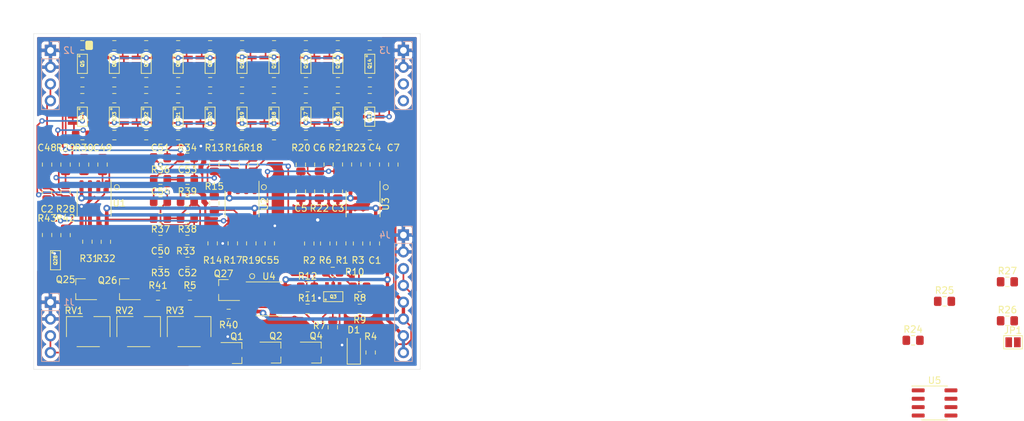
<source format=kicad_pcb>
(kicad_pcb (version 20171130) (host pcbnew 5.1.2-f72e74a~84~ubuntu18.04.1)
  (layers (0 F.Cu signal) (31 B.Cu signal) (34 B.Paste user) (35 F.Paste user) (36 B.SilkS user) (37 F.SilkS user) (38 B.Mask user) (39 F.Mask user) (44 Edge.Cuts user))
  (net 0 "")
  (net 1 "Net-(C1-Pad2)")
  (net 2 /wet_dry_mixer/mix_out)
  (net 3 /audio_input/feedback_in)
  (net 4 "Net-(C3-Pad2)")
  (net 5 GND)
  (net 6 "Net-(C4-Pad2)")
  (net 7 "Net-(C4-Pad1)")
  (net 8 "Net-(C5-Pad2)")
  (net 9 "Net-(C6-Pad2)")
  (net 10 "Net-(C7-Pad1)")
  (net 11 /all_pass_stages/in_A)
  (net 12 "Net-(C10-Pad2)")
  (net 13 /all_pass_stages/in_B)
  (net 14 "Net-(C11-Pad2)")
  (net 15 "Net-(C10-Pad1)")
  (net 16 "Net-(C11-Pad1)")
  (net 17 "Net-(C12-Pad1)")
  (net 18 "Net-(C13-Pad1)")
  (net 19 "Net-(C14-Pad1)")
  (net 20 "Net-(C15-Pad1)")
  (net 21 "Net-(C16-Pad1)")
  (net 22 "Net-(C17-Pad1)")
  (net 23 "Net-(C18-Pad1)")
  (net 24 "Net-(C19-Pad1)")
  (net 25 "Net-(C20-Pad1)")
  (net 26 "Net-(C21-Pad1)")
  (net 27 "Net-(C22-Pad1)")
  (net 28 "Net-(C23-Pad1)")
  (net 29 "Net-(C24-Pad1)")
  (net 30 "Net-(C25-Pad1)")
  (net 31 "Net-(C26-Pad1)")
  (net 32 "Net-(C27-Pad1)")
  (net 33 "Net-(C28-Pad1)")
  (net 34 "Net-(C29-Pad1)")
  (net 35 "Net-(C30-Pad1)")
  (net 36 "Net-(C31-Pad1)")
  (net 37 "Net-(C32-Pad1)")
  (net 38 "Net-(C33-Pad1)")
  (net 39 "Net-(C34-Pad1)")
  (net 40 "Net-(C35-Pad1)")
  (net 41 "Net-(C36-Pad1)")
  (net 42 "Net-(C37-Pad1)")
  (net 43 "Net-(C38-Pad1)")
  (net 44 "Net-(C39-Pad1)")
  (net 45 "Net-(C40-Pad1)")
  (net 46 "Net-(C41-Pad1)")
  (net 47 "Net-(C42-Pad1)")
  (net 48 "Net-(C43-Pad1)")
  (net 49 "Net-(C44-Pad1)")
  (net 50 "Net-(C45-Pad1)")
  (net 51 /cv_processor/control_out_A)
  (net 52 /audio_input/audio_in)
  (net 53 "Net-(C48-Pad1)")
  (net 54 "Net-(C49-Pad2)")
  (net 55 /audio_input/buffered_dry_out)
  (net 56 "Net-(C50-Pad2)")
  (net 57 "Net-(C50-Pad1)")
  (net 58 "Net-(C51-Pad1)")
  (net 59 "Net-(C52-Pad1)")
  (net 60 "Net-(C53-Pad1)")
  (net 61 "Net-(C55-Pad1)")
  (net 62 "Net-(D1-Pad1)")
  (net 63 /cv_processor/CV_in)
  (net 64 +12V)
  (net 65 -12V)
  (net 66 /feedback_VCA/feedback_CV_in)
  (net 67 "Net-(JP1-Pad1)")
  (net 68 "Net-(Q1-Pad3)")
  (net 69 "Net-(Q1-Pad2)")
  (net 70 "Net-(Q3-Pad6)")
  (net 71 "Net-(Q3-Pad5)")
  (net 72 "Net-(Q3-Pad1)")
  (net 73 "Net-(Q3-Pad3)")
  (net 74 "Net-(Q3-Pad2)")
  (net 75 "Net-(Q25-Pad1)")
  (net 76 "Net-(Q25-Pad2)")
  (net 77 "Net-(Q26-Pad2)")
  (net 78 "Net-(Q27-Pad1)")
  (net 79 "Net-(Q28-Pad6)")
  (net 80 "Net-(Q28-Pad3)")
  (net 81 /feedback_VCA/feedback_signal_in)
  (net 82 "Net-(R15-Pad2)")
  (net 83 "Net-(R15-Pad1)")
  (net 84 "Net-(R16-Pad1)")
  (net 85 "Net-(R17-Pad1)")
  (net 86 "Net-(R25-Pad1)")
  (net 87 "Net-(R31-Pad1)")
  (net 88 "Net-(R41-Pad1)")
  (net 89 /cv_processor/control_out_B)
  (net 90 "Net-(RV1-Pad2)")
  (net 91 "Net-(C2-Pad1)")
  (module Package_SO:SOIC-8_3.9x4.9mm_P1.27mm (layer F.Cu) (at 111.76 90.932)
    (fp_text reference U4 (at 0 -3.4) (layer F.SilkS))
    (fp_text value TL072)
    (pad 8 smd roundrect (at 2.475 -1.905) (size 1.95 0.6) (layers F.Cu F.Paste F.Mask) (net 64 +12V))
    (pad 7 smd roundrect (at 2.475 -0.635) (size 1.95 0.6) (layers F.Cu F.Paste F.Mask) (net 3 /audio_input/feedback_in))
    (pad 6 smd roundrect (at 2.475 0.635) (size 1.95 0.6) (layers F.Cu F.Paste F.Mask) (net 70 "Net-(Q3-Pad6)"))
    (pad 5 smd roundrect (at 2.475 1.905) (size 1.95 0.6) (layers F.Cu F.Paste F.Mask) (net 73 "Net-(Q3-Pad3)"))
    (pad 4 smd roundrect (at -2.475 1.905) (size 1.95 0.6) (layers F.Cu F.Paste F.Mask) (net 65 -12V))
    (pad 3 smd roundrect (at -2.475 0.635) (size 1.95 0.6) (layers F.Cu F.Paste F.Mask) (net 90 "Net-(RV1-Pad2)"))
    (pad 2 smd roundrect (at -2.475 -0.635) (size 1.95 0.6) (layers F.Cu F.Paste F.Mask) (net 78 "Net-(Q27-Pad1)"))
    (pad 1 smd roundrect (at -2.475 -1.905) (size 1.95 0.6) (layers F.Cu F.Paste F.Mask) (net 77 "Net-(Q26-Pad2)"))
  )
  (module Package_SO:SOIC-8_3.9x4.9mm_P1.27mm (layer F.Cu) (at 125.984 76.581 270)
    (fp_text reference U3 (at 0 -3.4 90) (layer F.SilkS))
    (fp_text value TL072)
    (pad 8 smd roundrect (at 2.475 -1.905 270) (size 1.95 0.6) (layers F.Cu F.Paste F.Mask) (net 64 +12V))
    (pad 7 smd roundrect (at 2.475 -0.635 270) (size 1.95 0.6) (layers F.Cu F.Paste F.Mask) (net 2 /wet_dry_mixer/mix_out))
    (pad 6 smd roundrect (at 2.475 0.635 270) (size 1.95 0.6) (layers F.Cu F.Paste F.Mask) (net 1 "Net-(C1-Pad2)"))
    (pad 5 smd roundrect (at 2.475 1.905 270) (size 1.95 0.6) (layers F.Cu F.Paste F.Mask) (net 5 GND))
    (pad 4 smd roundrect (at -2.475 1.905 270) (size 1.95 0.6) (layers F.Cu F.Paste F.Mask) (net 65 -12V))
    (pad 3 smd roundrect (at -2.475 0.635 270) (size 1.95 0.6) (layers F.Cu F.Paste F.Mask) (net 4 "Net-(C3-Pad2)"))
    (pad 2 smd roundrect (at -2.475 -0.635 270) (size 1.95 0.6) (layers F.Cu F.Paste F.Mask) (net 6 "Net-(C4-Pad2)"))
    (pad 1 smd roundrect (at -2.475 -1.905 270) (size 1.95 0.6) (layers F.Cu F.Paste F.Mask) (net 7 "Net-(C4-Pad1)"))
  )
  (module Package_SO:SOIC-8_3.9x4.9mm_P1.27mm (layer F.Cu) (at 107.696 76.581 270)
    (fp_text reference U2 (at 0 -3.4 90) (layer F.SilkS))
    (fp_text value OPA2134)
    (pad 8 smd roundrect (at 2.475 -1.905 270) (size 1.95 0.6) (layers F.Cu F.Paste F.Mask) (net 64 +12V))
    (pad 7 smd roundrect (at 2.475 -0.635 270) (size 1.95 0.6) (layers F.Cu F.Paste F.Mask) (net 85 "Net-(R17-Pad1)"))
    (pad 6 smd roundrect (at 2.475 0.635 270) (size 1.95 0.6) (layers F.Cu F.Paste F.Mask) (net 82 "Net-(R15-Pad2)"))
    (pad 5 smd roundrect (at 2.475 1.905 270) (size 1.95 0.6) (layers F.Cu F.Paste F.Mask) (net 89 /cv_processor/control_out_B))
    (pad 4 smd roundrect (at -2.475 1.905 270) (size 1.95 0.6) (layers F.Cu F.Paste F.Mask) (net 65 -12V))
    (pad 3 smd roundrect (at -2.475 0.635 270) (size 1.95 0.6) (layers F.Cu F.Paste F.Mask) (net 51 /cv_processor/control_out_A))
    (pad 2 smd roundrect (at -2.475 -0.635 270) (size 1.95 0.6) (layers F.Cu F.Paste F.Mask) (net 83 "Net-(R15-Pad1)"))
    (pad 1 smd roundrect (at -2.475 -1.905 270) (size 1.95 0.6) (layers F.Cu F.Paste F.Mask) (net 84 "Net-(R16-Pad1)"))
  )
  (module Package_SO:SOIC-8_3.9x4.9mm_P1.27mm (layer F.Cu) (at 85.344 76.454 270)
    (fp_text reference U1 (at 0 -3.81 180) (layer F.SilkS))
    (fp_text value TL072)
    (pad 8 smd roundrect (at 2.475 -1.905 270) (size 1.95 0.6) (layers F.Cu F.Paste F.Mask) (net 64 +12V))
    (pad 7 smd roundrect (at 2.475 -0.635 270) (size 1.95 0.6) (layers F.Cu F.Paste F.Mask) (net 56 "Net-(C50-Pad2)"))
    (pad 6 smd roundrect (at 2.475 0.635 270) (size 1.95 0.6) (layers F.Cu F.Paste F.Mask) (net 87 "Net-(R31-Pad1)"))
    (pad 5 smd roundrect (at 2.475 1.905 270) (size 1.95 0.6) (layers F.Cu F.Paste F.Mask) (net 5 GND))
    (pad 4 smd roundrect (at -2.475 1.905 270) (size 1.95 0.6) (layers F.Cu F.Paste F.Mask) (net 65 -12V))
    (pad 3 smd roundrect (at -2.475 0.635 270) (size 1.95 0.6) (layers F.Cu F.Paste F.Mask) (net 5 GND))
    (pad 2 smd roundrect (at -2.475 -0.635 270) (size 1.95 0.6) (layers F.Cu F.Paste F.Mask) (net 54 "Net-(C49-Pad2)"))
    (pad 1 smd roundrect (at -2.475 -1.905 270) (size 1.95 0.6) (layers F.Cu F.Paste F.Mask) (net 55 /audio_input/buffered_dry_out))
  )
  (module Package_TO_SOT_SMD:SOT-23_Handsoldering (layer F.Cu) (at 104.926 89.596 180)
    (fp_text reference Q27 (at 0.024 2.474) (layer F.SilkS))
    (fp_text value BC857)
    (pad 3 smd rect (at 1.5 0 180) (size 1.9 0.8) (layers F.Cu F.Paste F.Mask) (net 78 "Net-(Q27-Pad1)"))
    (pad 2 smd rect (at -1.5 0.95 180) (size 1.9 0.8) (layers F.Cu F.Paste F.Mask) (net 77 "Net-(Q26-Pad2)"))
    (pad 1 smd rect (at -1.5 -0.95 180) (size 1.9 0.8) (layers F.Cu F.Paste F.Mask) (net 78 "Net-(Q27-Pad1)"))
  )
  (module Package_TO_SOT_SMD:SOT-23_Handsoldering (layer F.Cu) (at 89.94 89.474 180)
    (fp_text reference Q26 (at 2.564 1.336) (layer F.SilkS))
    (fp_text value BC847)
    (pad 3 smd rect (at 1.5 0 180) (size 1.9 0.8) (layers F.Cu F.Paste F.Mask) (net 76 "Net-(Q25-Pad2)"))
    (pad 2 smd rect (at -1.5 0.95 180) (size 1.9 0.8) (layers F.Cu F.Paste F.Mask) (net 77 "Net-(Q26-Pad2)"))
    (pad 1 smd rect (at -1.5 -0.95 180) (size 1.9 0.8) (layers F.Cu F.Paste F.Mask) (net 76 "Net-(Q25-Pad2)"))
  )
  (module Package_TO_SOT_SMD:SOT-23_Handsoldering (layer F.Cu) (at 83.328 89.474 180)
    (fp_text reference Q25 (at 2.302 1.458) (layer F.SilkS))
    (fp_text value BC847)
    (pad 3 smd rect (at 1.5 0 180) (size 1.9 0.8) (layers F.Cu F.Paste F.Mask) (net 75 "Net-(Q25-Pad1)"))
    (pad 2 smd rect (at -1.5 0.95 180) (size 1.9 0.8) (layers F.Cu F.Paste F.Mask) (net 76 "Net-(Q25-Pad2)"))
    (pad 1 smd rect (at -1.5 -0.95 180) (size 1.9 0.8) (layers F.Cu F.Paste F.Mask) (net 75 "Net-(Q25-Pad1)"))
  )
  (module Package_TO_SOT_SMD:SOT-23_Handsoldering (layer F.Cu) (at 118.896 99.06)
    (fp_text reference Q4 (at 0 -2.5) (layer F.SilkS))
    (fp_text value BC847)
    (pad 3 smd rect (at 1.5 0) (size 1.9 0.8) (layers F.Cu F.Paste F.Mask) (net 72 "Net-(Q3-Pad1)"))
    (pad 2 smd rect (at -1.5 0.95) (size 1.9 0.8) (layers F.Cu F.Paste F.Mask) (net 65 -12V))
    (pad 1 smd rect (at -1.5 -0.95) (size 1.9 0.8) (layers F.Cu F.Paste F.Mask) (net 68 "Net-(Q1-Pad3)"))
  )
  (module Package_TO_SOT_SMD:SOT-23_Handsoldering (layer F.Cu) (at 112.8 99.06)
    (fp_text reference Q2 (at 0 -2.5) (layer F.SilkS))
    (fp_text value BC847)
    (pad 3 smd rect (at 1.5 0) (size 1.9 0.8) (layers F.Cu F.Paste F.Mask) (net 68 "Net-(Q1-Pad3)"))
    (pad 2 smd rect (at -1.5 0.95) (size 1.9 0.8) (layers F.Cu F.Paste F.Mask) (net 65 -12V))
    (pad 1 smd rect (at -1.5 -0.95) (size 1.9 0.8) (layers F.Cu F.Paste F.Mask) (net 68 "Net-(Q1-Pad3)"))
  )
  (module Package_TO_SOT_SMD:SOT-23_Handsoldering (layer F.Cu) (at 106.91 99.126)
    (fp_text reference Q1 (at 0 -2.5) (layer F.SilkS))
    (fp_text value BC857)
    (pad 3 smd rect (at 1.5 0) (size 1.9 0.8) (layers F.Cu F.Paste F.Mask) (net 68 "Net-(Q1-Pad3)"))
    (pad 2 smd rect (at -1.5 0.95) (size 1.9 0.8) (layers F.Cu F.Paste F.Mask) (net 69 "Net-(Q1-Pad2)"))
    (pad 1 smd rect (at -1.5 -0.95) (size 1.9 0.8) (layers F.Cu F.Paste F.Mask) (net 5 GND))
  )
  (module Resistor_SMD:R_0805_2012Metric_Pad1.15x1.40mm_HandSolder (layer F.Cu) (at 122.682 82.541 90)
    (fp_text reference R1 (at -2.549 0.127 180) (layer F.SilkS))
    (fp_text value 100k)
    (pad 2 smd roundrect (at 1.025 0 90) (size 1.15 1.4) (layers F.Cu F.Paste F.Mask) (roundrect_rratio 0.217391) (net 81 /feedback_VCA/feedback_signal_in))
    (pad 1 smd roundrect (at -1.025 0 90) (size 1.15 1.4) (layers F.Cu F.Paste F.Mask) (roundrect_rratio 0.217391) (net 1 "Net-(C1-Pad2)"))
  )
  (module Package_SO:SOIC-8_3.9x4.9mm_P1.27mm (layer F.Cu) (at 212.344 106.68)
    (fp_text reference U5 (at 0 -3.4) (layer F.SilkS))
    (fp_text value TL072)
    (pad 8 smd roundrect (at 2.475 -1.905) (size 1.95 0.6) (layers F.Cu F.Paste F.Mask))
    (pad 7 smd roundrect (at 2.475 -0.635) (size 1.95 0.6) (layers F.Cu F.Paste F.Mask) (net 81 /feedback_VCA/feedback_signal_in))
    (pad 6 smd roundrect (at 2.475 0.635) (size 1.95 0.6) (layers F.Cu F.Paste F.Mask) (net 86 "Net-(R25-Pad1)"))
    (pad 5 smd roundrect (at 2.475 1.905) (size 1.95 0.6) (layers F.Cu F.Paste F.Mask) (net 67 "Net-(JP1-Pad1)"))
    (pad 4 smd roundrect (at -2.475 1.905) (size 1.95 0.6) (layers F.Cu F.Paste F.Mask))
    (pad 3 smd roundrect (at -2.475 0.635) (size 1.95 0.6) (layers F.Cu F.Paste F.Mask))
    (pad 2 smd roundrect (at -2.475 -0.635) (size 1.95 0.6) (layers F.Cu F.Paste F.Mask))
    (pad 1 smd roundrect (at -2.475 -1.905) (size 1.95 0.6) (layers F.Cu F.Paste F.Mask))
  )
  (module Capacitor_SMD:C_0805_2012Metric_Pad1.15x1.40mm_HandSolder (layer F.Cu) (at 78.232 74.812 270)
    (fp_text reference C2 (at 2.54 0 180) (layer F.SilkS))
    (fp_text value 220nF)
    (pad 2 smd roundrect (at 1.025 0 270) (size 1.15 1.4) (layers F.Cu F.Paste F.Mask) (roundrect_rratio 0.217391) (net 3 /audio_input/feedback_in))
    (pad 1 smd roundrect (at -1.025 0 270) (size 1.15 1.4) (layers F.Cu F.Paste F.Mask) (roundrect_rratio 0.217391) (net 91 "Net-(C2-Pad1)"))
  )
  (module Potentiometer_SMD:Potentiometer_Bourns_3269W_Vertical (layer F.Cu) (at 92.075 95.885 180)
    (fp_text reference RV2 (at 2.159 3.175) (layer F.SilkS))
    (fp_text value 50k)
    (pad 3 smd rect (at -2.54 -2.415 180) (size 1.19 2.79) (layers F.Cu F.Paste F.Mask) (net 5 GND))
    (pad 2 smd rect (at 0 2.415 180) (size 1.19 2.79) (layers F.Cu F.Paste F.Mask) (net 88 "Net-(R41-Pad1)"))
    (pad 1 smd rect (at 2.54 -2.415 180) (size 1.19 2.79) (layers F.Cu F.Paste F.Mask) (net 64 +12V))
  )
  (module Potentiometer_SMD:Potentiometer_Bourns_3269W_Vertical (layer F.Cu) (at 84.455 95.885 180)
    (fp_text reference RV1 (at 2.159 3.175) (layer F.SilkS))
    (fp_text value 10k)
    (pad 3 smd rect (at -2.54 -2.415 180) (size 1.19 2.79) (layers F.Cu F.Paste F.Mask) (net 5 GND))
    (pad 2 smd rect (at 0 2.415 180) (size 1.19 2.79) (layers F.Cu F.Paste F.Mask) (net 90 "Net-(RV1-Pad2)"))
    (pad 1 smd rect (at 2.54 -2.415 180) (size 1.19 2.79) (layers F.Cu F.Paste F.Mask) (net 63 /cv_processor/CV_in))
  )
  (module Potentiometer_SMD:Potentiometer_Bourns_3269W_Vertical (layer F.Cu) (at 99.695 95.885 180)
    (fp_text reference RV3 (at 2.159 3.175) (layer F.SilkS))
    (fp_text value 50k)
    (pad 3 smd rect (at -2.54 -2.415 180) (size 1.19 2.79) (layers F.Cu F.Paste F.Mask) (net 69 "Net-(Q1-Pad2)"))
    (pad 2 smd rect (at 0 2.415 180) (size 1.19 2.79) (layers F.Cu F.Paste F.Mask) (net 69 "Net-(Q1-Pad2)"))
    (pad 1 smd rect (at 2.54 -2.415 180) (size 1.19 2.79) (layers F.Cu F.Paste F.Mask) (net 62 "Net-(D1-Pad1)"))
  )
  (module Resistor_SMD:R_0805_2012Metric_Pad1.15x1.40mm_HandSolder (layer F.Cu) (at 78.232 81.271 270)
    (fp_text reference R43 (at -2.531 0 180) (layer F.SilkS))
    (fp_text value 1k5)
    (pad 2 smd roundrect (at 1.025 0 270) (size 1.15 1.4) (layers F.Cu F.Paste F.Mask) (roundrect_rratio 0.217391) (net 80 "Net-(Q28-Pad3)"))
    (pad 1 smd roundrect (at -1.025 0 270) (size 1.15 1.4) (layers F.Cu F.Paste F.Mask) (roundrect_rratio 0.217391) (net 89 /cv_processor/control_out_B))
  )
  (module Resistor_SMD:R_0805_2012Metric_Pad1.15x1.40mm_HandSolder (layer F.Cu) (at 81.026 81.289 270)
    (fp_text reference R42 (at -2.54 0 180) (layer F.SilkS))
    (fp_text value 1k5)
    (pad 2 smd roundrect (at 1.025 0 270) (size 1.15 1.4) (layers F.Cu F.Paste F.Mask) (roundrect_rratio 0.217391) (net 79 "Net-(Q28-Pad6)"))
    (pad 1 smd roundrect (at -1.025 0 270) (size 1.15 1.4) (layers F.Cu F.Paste F.Mask) (roundrect_rratio 0.217391) (net 51 /cv_processor/control_out_A))
  )
  (module Resistor_SMD:R_0805_2012Metric_Pad1.15x1.40mm_HandSolder (layer F.Cu) (at 94.996 90.424 180)
    (fp_text reference R41 (at 0 1.524) (layer F.SilkS))
    (fp_text value 220k)
    (pad 2 smd roundrect (at 1.025 0 180) (size 1.15 1.4) (layers F.Cu F.Paste F.Mask) (roundrect_rratio 0.217391) (net 75 "Net-(Q25-Pad1)"))
    (pad 1 smd roundrect (at -1.025 0 180) (size 1.15 1.4) (layers F.Cu F.Paste F.Mask) (roundrect_rratio 0.217391) (net 88 "Net-(R41-Pad1)"))
  )
  (module Resistor_SMD:R_0805_2012Metric_Pad1.15x1.40mm_HandSolder (layer F.Cu) (at 105.673 93.218 180)
    (fp_text reference R40 (at 0 -1.65) (layer F.SilkS))
    (fp_text value 22M)
    (pad 2 smd roundrect (at 1.025 0 180) (size 1.15 1.4) (layers F.Cu F.Paste F.Mask) (roundrect_rratio 0.217391) (net 78 "Net-(Q27-Pad1)"))
    (pad 1 smd roundrect (at -1.025 0 180) (size 1.15 1.4) (layers F.Cu F.Paste F.Mask) (roundrect_rratio 0.217391) (net 64 +12V))
  )
  (module Resistor_SMD:R_0805_2012Metric_Pad1.15x1.40mm_HandSolder (layer F.Cu) (at 99.432 76.2 180)
    (fp_text reference R39 (at 0 1.524) (layer F.SilkS))
    (fp_text value 100)
    (pad 2 smd roundrect (at 1.025 0 180) (size 1.15 1.4) (layers F.Cu F.Paste F.Mask) (roundrect_rratio 0.217391) (net 13 /all_pass_stages/in_B))
    (pad 1 smd roundrect (at -1.025 0 180) (size 1.15 1.4) (layers F.Cu F.Paste F.Mask) (roundrect_rratio 0.217391) (net 61 "Net-(C55-Pad1)"))
  )
  (module Resistor_SMD:R_0805_2012Metric_Pad1.15x1.40mm_HandSolder (layer F.Cu) (at 99.432 78.74)
    (fp_text reference R38 (at 0 1.651) (layer F.SilkS))
    (fp_text value 100)
    (pad 2 smd roundrect (at 1.025 0) (size 1.15 1.4) (layers F.Cu F.Paste F.Mask) (roundrect_rratio 0.217391) (net 11 /all_pass_stages/in_A))
    (pad 1 smd roundrect (at -1.025 0) (size 1.15 1.4) (layers F.Cu F.Paste F.Mask) (roundrect_rratio 0.217391) (net 61 "Net-(C55-Pad1)"))
  )
  (module Resistor_SMD:R_0805_2012Metric_Pad1.15x1.40mm_HandSolder (layer F.Cu) (at 95.368 78.74)
    (fp_text reference R37 (at 0.009 1.651) (layer F.SilkS))
    (fp_text value 470)
    (pad 2 smd roundrect (at 1.025 0) (size 1.15 1.4) (layers F.Cu F.Paste F.Mask) (roundrect_rratio 0.217391) (net 61 "Net-(C55-Pad1)"))
    (pad 1 smd roundrect (at -1.025 0) (size 1.15 1.4) (layers F.Cu F.Paste F.Mask) (roundrect_rratio 0.217391) (net 64 +12V))
  )
  (module Resistor_SMD:R_0805_2012Metric_Pad1.15x1.40mm_HandSolder (layer F.Cu) (at 95.368 72.898)
    (fp_text reference R36 (at 0.009 -1.524) (layer F.SilkS))
    (fp_text value 3k3)
    (pad 2 smd roundrect (at 1.025 0) (size 1.15 1.4) (layers F.Cu F.Paste F.Mask) (roundrect_rratio 0.217391) (net 60 "Net-(C53-Pad1)"))
    (pad 1 smd roundrect (at -1.025 0) (size 1.15 1.4) (layers F.Cu F.Paste F.Mask) (roundrect_rratio 0.217391) (net 13 /all_pass_stages/in_B))
  )
  (module Resistor_SMD:R_0805_2012Metric_Pad1.15x1.40mm_HandSolder (layer F.Cu) (at 95.377 85.344)
    (fp_text reference R35 (at 0 1.651) (layer F.SilkS))
    (fp_text value 3k3)
    (pad 2 smd roundrect (at 1.025 0) (size 1.15 1.4) (layers F.Cu F.Paste F.Mask) (roundrect_rratio 0.217391) (net 59 "Net-(C52-Pad1)"))
    (pad 1 smd roundrect (at -1.025 0) (size 1.15 1.4) (layers F.Cu F.Paste F.Mask) (roundrect_rratio 0.217391) (net 11 /all_pass_stages/in_A))
  )
  (module Resistor_SMD:R_0805_2012Metric_Pad1.15x1.40mm_HandSolder (layer F.Cu) (at 99.432 69.596)
    (fp_text reference R34 (at 0 -1.524) (layer F.SilkS))
    (fp_text value 18k)
    (pad 2 smd roundrect (at 1.025 0) (size 1.15 1.4) (layers F.Cu F.Paste F.Mask) (roundrect_rratio 0.217391) (net 58 "Net-(C51-Pad1)"))
    (pad 1 smd roundrect (at -1.025 0) (size 1.15 1.4) (layers F.Cu F.Paste F.Mask) (roundrect_rratio 0.217391) (net 13 /all_pass_stages/in_B))
  )
  (module Resistor_SMD:R_0805_2012Metric_Pad1.15x1.40mm_HandSolder (layer F.Cu) (at 99.432 82.042)
    (fp_text reference R33 (at -0.245 1.651) (layer F.SilkS))
    (fp_text value 18k)
    (pad 2 smd roundrect (at 1.025 0) (size 1.15 1.4) (layers F.Cu F.Paste F.Mask) (roundrect_rratio 0.217391) (net 57 "Net-(C50-Pad1)"))
    (pad 1 smd roundrect (at -1.025 0) (size 1.15 1.4) (layers F.Cu F.Paste F.Mask) (roundrect_rratio 0.217391) (net 11 /all_pass_stages/in_A))
  )
  (module Resistor_SMD:R_0805_2012Metric_Pad1.15x1.40mm_HandSolder (layer F.Cu) (at 87.122 82.305 90)
    (fp_text reference R32 (at -2.531 0 180) (layer F.SilkS))
    (fp_text value 30k)
    (pad 2 smd roundrect (at 1.025 0 90) (size 1.15 1.4) (layers F.Cu F.Paste F.Mask) (roundrect_rratio 0.217391) (net 87 "Net-(R31-Pad1)"))
    (pad 1 smd roundrect (at -1.025 0 90) (size 1.15 1.4) (layers F.Cu F.Paste F.Mask) (roundrect_rratio 0.217391) (net 56 "Net-(C50-Pad2)"))
  )
  (module Resistor_SMD:R_0805_2012Metric_Pad1.15x1.40mm_HandSolder (layer F.Cu) (at 84.328 82.287 270)
    (fp_text reference R31 (at 2.549 -0.254 180) (layer F.SilkS))
    (fp_text value 30k)
    (pad 2 smd roundrect (at 1.025 0 270) (size 1.15 1.4) (layers F.Cu F.Paste F.Mask) (roundrect_rratio 0.217391) (net 55 /audio_input/buffered_dry_out))
    (pad 1 smd roundrect (at -1.025 0 270) (size 1.15 1.4) (layers F.Cu F.Paste F.Mask) (roundrect_rratio 0.217391) (net 87 "Net-(R31-Pad1)"))
  )
  (module Resistor_SMD:R_0805_2012Metric_Pad1.15x1.40mm_HandSolder (layer F.Cu) (at 83.82 70.621 270)
    (fp_text reference R30 (at -2.549 0 180) (layer F.SilkS))
    (fp_text value 100k)
    (pad 2 smd roundrect (at 1.025 0 270) (size 1.15 1.4) (layers F.Cu F.Paste F.Mask) (roundrect_rratio 0.217391) (net 54 "Net-(C49-Pad2)"))
    (pad 1 smd roundrect (at -1.025 0 270) (size 1.15 1.4) (layers F.Cu F.Paste F.Mask) (roundrect_rratio 0.217391) (net 55 /audio_input/buffered_dry_out))
  )
  (module Resistor_SMD:R_0805_2012Metric_Pad1.15x1.40mm_HandSolder (layer F.Cu) (at 81.026 70.621 90)
    (fp_text reference R29 (at 2.549 0 180) (layer F.SilkS))
    (fp_text value 100k)
    (pad 2 smd roundrect (at 1.025 0 90) (size 1.15 1.4) (layers F.Cu F.Paste F.Mask) (roundrect_rratio 0.217391) (net 53 "Net-(C48-Pad1)"))
    (pad 1 smd roundrect (at -1.025 0 90) (size 1.15 1.4) (layers F.Cu F.Paste F.Mask) (roundrect_rratio 0.217391) (net 54 "Net-(C49-Pad2)"))
  )
  (module Resistor_SMD:R_0805_2012Metric_Pad1.15x1.40mm_HandSolder (layer F.Cu) (at 81.026 74.794 270)
    (fp_text reference R28 (at 2.54 0 180) (layer F.SilkS))
    (fp_text value 220k)
    (pad 2 smd roundrect (at 1.025 0 270) (size 1.15 1.4) (layers F.Cu F.Paste F.Mask) (roundrect_rratio 0.217391) (net 91 "Net-(C2-Pad1)"))
    (pad 1 smd roundrect (at -1.025 0 270) (size 1.15 1.4) (layers F.Cu F.Paste F.Mask) (roundrect_rratio 0.217391) (net 54 "Net-(C49-Pad2)"))
  )
  (module Resistor_SMD:R_0805_2012Metric_Pad1.15x1.40mm_HandSolder (layer F.Cu) (at 223.348 88.354)
    (fp_text reference R27 (at 0 -1.65) (layer F.SilkS))
    (fp_text value 100k)
    (pad 2 smd roundrect (at 1.025 0) (size 1.15 1.4) (layers F.Cu F.Paste F.Mask) (roundrect_rratio 0.217391) (net 86 "Net-(R25-Pad1)"))
    (pad 1 smd roundrect (at -1.025 0) (size 1.15 1.4) (layers F.Cu F.Paste F.Mask) (roundrect_rratio 0.217391) (net 81 /feedback_VCA/feedback_signal_in))
  )
  (module Resistor_SMD:R_0805_2012Metric_Pad1.15x1.40mm_HandSolder (layer F.Cu) (at 223.348 94.254)
    (fp_text reference R26 (at 0 -1.65) (layer F.SilkS))
    (fp_text value 100k)
    (pad 2 smd roundrect (at 1.025 0) (size 1.15 1.4) (layers F.Cu F.Paste F.Mask) (roundrect_rratio 0.217391) (net 10 "Net-(C7-Pad1)"))
    (pad 1 smd roundrect (at -1.025 0) (size 1.15 1.4) (layers F.Cu F.Paste F.Mask) (roundrect_rratio 0.217391) (net 67 "Net-(JP1-Pad1)"))
  )
  (module Resistor_SMD:R_0805_2012Metric_Pad1.15x1.40mm_HandSolder (layer F.Cu) (at 213.848 91.304)
    (fp_text reference R25 (at 0 -1.65) (layer F.SilkS))
    (fp_text value 100k)
    (pad 2 smd roundrect (at 1.025 0) (size 1.15 1.4) (layers F.Cu F.Paste F.Mask) (roundrect_rratio 0.217391) (net 10 "Net-(C7-Pad1)"))
    (pad 1 smd roundrect (at -1.025 0) (size 1.15 1.4) (layers F.Cu F.Paste F.Mask) (roundrect_rratio 0.217391) (net 86 "Net-(R25-Pad1)"))
  )
  (module Resistor_SMD:R_0805_2012Metric_Pad1.15x1.40mm_HandSolder (layer F.Cu) (at 209.098 97.204)
    (fp_text reference R24 (at 0 -1.65) (layer F.SilkS))
    (fp_text value 470k)
    (pad 2 smd roundrect (at 1.025 0) (size 1.15 1.4) (layers F.Cu F.Paste F.Mask) (roundrect_rratio 0.217391) (net 5 GND))
    (pad 1 smd roundrect (at -1.025 0) (size 1.15 1.4) (layers F.Cu F.Paste F.Mask) (roundrect_rratio 0.217391) (net 10 "Net-(C7-Pad1)"))
  )
  (module Resistor_SMD:R_0805_2012Metric_Pad1.15x1.40mm_HandSolder (layer F.Cu) (at 124.968 70.603 270)
    (fp_text reference R23 (at -2.54 0 180) (layer F.SilkS))
    (fp_text value 18k)
    (pad 2 smd roundrect (at 1.025 0 270) (size 1.15 1.4) (layers F.Cu F.Paste F.Mask) (roundrect_rratio 0.217391) (net 6 "Net-(C4-Pad2)"))
    (pad 1 smd roundrect (at -1.025 0 270) (size 1.15 1.4) (layers F.Cu F.Paste F.Mask) (roundrect_rratio 0.217391) (net 7 "Net-(C4-Pad1)"))
  )
  (module Resistor_SMD:R_0805_2012Metric_Pad1.15x1.40mm_HandSolder (layer F.Cu) (at 119.38 74.685 90)
    (fp_text reference R22 (at -2.54 0 180) (layer F.SilkS))
    (fp_text value 18k)
    (pad 2 smd roundrect (at 1.025 0 90) (size 1.15 1.4) (layers F.Cu F.Paste F.Mask) (roundrect_rratio 0.217391) (net 4 "Net-(C3-Pad2)"))
    (pad 1 smd roundrect (at -1.025 0 90) (size 1.15 1.4) (layers F.Cu F.Paste F.Mask) (roundrect_rratio 0.217391) (net 5 GND))
  )
  (module Resistor_SMD:R_0805_2012Metric_Pad1.15x1.40mm_HandSolder (layer F.Cu) (at 122.174 70.603 270)
    (fp_text reference R21 (at -2.531 0 180) (layer F.SilkS))
    (fp_text value 3k3)
    (pad 2 smd roundrect (at 1.025 0 270) (size 1.15 1.4) (layers F.Cu F.Paste F.Mask) (roundrect_rratio 0.217391) (net 6 "Net-(C4-Pad2)"))
    (pad 1 smd roundrect (at -1.025 0 270) (size 1.15 1.4) (layers F.Cu F.Paste F.Mask) (roundrect_rratio 0.217391) (net 9 "Net-(C6-Pad2)"))
  )
  (module Resistor_SMD:R_0805_2012Metric_Pad1.15x1.40mm_HandSolder (layer F.Cu) (at 116.586 70.621 90)
    (fp_text reference R20 (at 2.549 0 180) (layer F.SilkS))
    (fp_text value 3k3)
    (pad 2 smd roundrect (at 1.025 0 90) (size 1.15 1.4) (layers F.Cu F.Paste F.Mask) (roundrect_rratio 0.217391) (net 4 "Net-(C3-Pad2)"))
    (pad 1 smd roundrect (at -1.025 0 90) (size 1.15 1.4) (layers F.Cu F.Paste F.Mask) (roundrect_rratio 0.217391) (net 8 "Net-(C5-Pad2)"))
  )
  (module Resistor_SMD:R_0805_2012Metric_Pad1.15x1.40mm_HandSolder (layer F.Cu) (at 109.093 82.541 270)
    (fp_text reference R19 (at 2.549 0 180) (layer F.SilkS))
    (fp_text value 3k3)
    (pad 2 smd roundrect (at 1.025 0 270) (size 1.15 1.4) (layers F.Cu F.Paste F.Mask) (roundrect_rratio 0.217391) (net 85 "Net-(R17-Pad1)"))
    (pad 1 smd roundrect (at -1.025 0 270) (size 1.15 1.4) (layers F.Cu F.Paste F.Mask) (roundrect_rratio 0.217391) (net 6 "Net-(C4-Pad2)"))
  )
  (module Resistor_SMD:R_0805_2012Metric_Pad1.15x1.40mm_HandSolder (layer F.Cu) (at 109.347 70.621 90)
    (fp_text reference R18 (at 2.549 0 180) (layer F.SilkS))
    (fp_text value 3k3)
    (pad 2 smd roundrect (at 1.025 0 90) (size 1.15 1.4) (layers F.Cu F.Paste F.Mask) (roundrect_rratio 0.217391) (net 84 "Net-(R16-Pad1)"))
    (pad 1 smd roundrect (at -1.025 0 90) (size 1.15 1.4) (layers F.Cu F.Paste F.Mask) (roundrect_rratio 0.217391) (net 4 "Net-(C3-Pad2)"))
  )
  (module Resistor_SMD:R_0805_2012Metric_Pad1.15x1.40mm_HandSolder (layer F.Cu) (at 106.299 82.541 90)
    (fp_text reference R17 (at -2.54 0 180) (layer F.SilkS))
    (fp_text value 3k)
    (pad 2 smd roundrect (at 1.025 0 90) (size 1.15 1.4) (layers F.Cu F.Paste F.Mask) (roundrect_rratio 0.217391) (net 82 "Net-(R15-Pad2)"))
    (pad 1 smd roundrect (at -1.025 0 90) (size 1.15 1.4) (layers F.Cu F.Paste F.Mask) (roundrect_rratio 0.217391) (net 85 "Net-(R17-Pad1)"))
  )
  (module Resistor_SMD:R_0805_2012Metric_Pad1.15x1.40mm_HandSolder (layer F.Cu) (at 106.553 70.603 270)
    (fp_text reference R16 (at -2.531 0 180) (layer F.SilkS))
    (fp_text value 3k)
    (pad 2 smd roundrect (at 1.025 0 270) (size 1.15 1.4) (layers F.Cu F.Paste F.Mask) (roundrect_rratio 0.217391) (net 83 "Net-(R15-Pad1)"))
    (pad 1 smd roundrect (at -1.025 0 270) (size 1.15 1.4) (layers F.Cu F.Paste F.Mask) (roundrect_rratio 0.217391) (net 84 "Net-(R16-Pad1)"))
  )
  (module Resistor_SMD:R_0805_2012Metric_Pad1.15x1.40mm_HandSolder (layer F.Cu) (at 103.505 76.463 270)
    (fp_text reference R15 (at -2.54 0 180) (layer F.SilkS))
    (fp_text value 390)
    (pad 2 smd roundrect (at 1.025 0 270) (size 1.15 1.4) (layers F.Cu F.Paste F.Mask) (roundrect_rratio 0.217391) (net 82 "Net-(R15-Pad2)"))
    (pad 1 smd roundrect (at -1.025 0 270) (size 1.15 1.4) (layers F.Cu F.Paste F.Mask) (roundrect_rratio 0.217391) (net 83 "Net-(R15-Pad1)"))
  )
  (module Resistor_SMD:R_0805_2012Metric_Pad1.15x1.40mm_HandSolder (layer F.Cu) (at 103.251 82.541 270)
    (fp_text reference R14 (at 2.549 0 180) (layer F.SilkS))
    (fp_text value 22M)
    (pad 2 smd roundrect (at 1.025 0 270) (size 1.15 1.4) (layers F.Cu F.Paste F.Mask) (roundrect_rratio 0.217391) (net 5 GND))
    (pad 1 smd roundrect (at -1.025 0 270) (size 1.15 1.4) (layers F.Cu F.Paste F.Mask) (roundrect_rratio 0.217391) (net 89 /cv_processor/control_out_B))
  )
  (module Resistor_SMD:R_0805_2012Metric_Pad1.15x1.40mm_HandSolder (layer F.Cu) (at 103.505 70.621 90)
    (fp_text reference R13 (at 2.549 0 180) (layer F.SilkS))
    (fp_text value 22M)
    (pad 2 smd roundrect (at 1.025 0 90) (size 1.15 1.4) (layers F.Cu F.Paste F.Mask) (roundrect_rratio 0.217391) (net 5 GND))
    (pad 1 smd roundrect (at -1.025 0 90) (size 1.15 1.4) (layers F.Cu F.Paste F.Mask) (roundrect_rratio 0.217391) (net 51 /cv_processor/control_out_A))
  )
  (module Resistor_SMD:R_0805_2012Metric_Pad1.15x1.40mm_HandSolder (layer F.Cu) (at 117.593 89.154)
    (fp_text reference R12 (at 0 -1.65) (layer F.SilkS))
    (fp_text value 220k)
    (pad 2 smd roundrect (at 1.025 0) (size 1.15 1.4) (layers F.Cu F.Paste F.Mask) (roundrect_rratio 0.217391) (net 70 "Net-(Q3-Pad6)"))
    (pad 1 smd roundrect (at -1.025 0) (size 1.15 1.4) (layers F.Cu F.Paste F.Mask) (roundrect_rratio 0.217391) (net 3 /audio_input/feedback_in))
  )
  (module Resistor_SMD:R_0805_2012Metric_Pad1.15x1.40mm_HandSolder (layer F.Cu) (at 117.593 92.456)
    (fp_text reference R11 (at 0 -1.65) (layer F.SilkS))
    (fp_text value 220k)
    (pad 2 smd roundrect (at 1.025 0) (size 1.15 1.4) (layers F.Cu F.Paste F.Mask) (roundrect_rratio 0.217391) (net 5 GND))
    (pad 1 smd roundrect (at -1.025 0) (size 1.15 1.4) (layers F.Cu F.Paste F.Mask) (roundrect_rratio 0.217391) (net 73 "Net-(Q3-Pad3)"))
  )
  (module Resistor_SMD:R_0805_2012Metric_Pad1.15x1.40mm_HandSolder (layer F.Cu) (at 121.403 86.868)
    (fp_text reference R10 (at 3.311 0) (layer F.SilkS))
    (fp_text value 220)
    (pad 2 smd roundrect (at 1.025 0) (size 1.15 1.4) (layers F.Cu F.Paste F.Mask) (roundrect_rratio 0.217391) (net 5 GND))
    (pad 1 smd roundrect (at -1.025 0) (size 1.15 1.4) (layers F.Cu F.Paste F.Mask) (roundrect_rratio 0.217391) (net 71 "Net-(Q3-Pad5)"))
  )
  (module Resistor_SMD:R_0805_2012Metric_Pad1.15x1.40mm_HandSolder (layer F.Cu) (at 125.485 92.456 180)
    (fp_text reference R9 (at 0 -1.65) (layer F.SilkS))
    (fp_text value 47k)
    (pad 2 smd roundrect (at 1.025 0 180) (size 1.15 1.4) (layers F.Cu F.Paste F.Mask) (roundrect_rratio 0.217391) (net 73 "Net-(Q3-Pad3)"))
    (pad 1 smd roundrect (at -1.025 0 180) (size 1.15 1.4) (layers F.Cu F.Paste F.Mask) (roundrect_rratio 0.217391) (net 64 +12V))
  )
  (module Resistor_SMD:R_0805_2012Metric_Pad1.15x1.40mm_HandSolder (layer F.Cu) (at 125.485 89.154 180)
    (fp_text reference R8 (at 0 -1.65) (layer F.SilkS))
    (fp_text value 47k)
    (pad 2 smd roundrect (at 1.025 0 180) (size 1.15 1.4) (layers F.Cu F.Paste F.Mask) (roundrect_rratio 0.217391) (net 70 "Net-(Q3-Pad6)"))
    (pad 1 smd roundrect (at -1.025 0 180) (size 1.15 1.4) (layers F.Cu F.Paste F.Mask) (roundrect_rratio 0.217391) (net 64 +12V))
  )
  (module Resistor_SMD:R_0805_2012Metric_Pad1.15x1.40mm_HandSolder (layer F.Cu) (at 121.412 95.241 270)
    (fp_text reference R7 (at -0.245 2.032 180) (layer F.SilkS))
    (fp_text value 220)
    (pad 2 smd roundrect (at 1.025 0 270) (size 1.15 1.4) (layers F.Cu F.Paste F.Mask) (roundrect_rratio 0.217391) (net 5 GND))
    (pad 1 smd roundrect (at -1.025 0 270) (size 1.15 1.4) (layers F.Cu F.Paste F.Mask) (roundrect_rratio 0.217391) (net 74 "Net-(Q3-Pad2)"))
  )
  (module Resistor_SMD:R_0805_2012Metric_Pad1.15x1.40mm_HandSolder (layer F.Cu) (at 120.269 82.559 90)
    (fp_text reference R6 (at -2.531 0 180) (layer F.SilkS))
    (fp_text value 100k)
    (pad 2 smd roundrect (at 1.025 0 90) (size 1.15 1.4) (layers F.Cu F.Paste F.Mask) (roundrect_rratio 0.217391) (net 81 /feedback_VCA/feedback_signal_in))
    (pad 1 smd roundrect (at -1.025 0 90) (size 1.15 1.4) (layers F.Cu F.Paste F.Mask) (roundrect_rratio 0.217391) (net 74 "Net-(Q3-Pad2)"))
  )
  (module Resistor_SMD:R_0805_2012Metric_Pad1.15x1.40mm_HandSolder (layer F.Cu) (at 99.831 90.424 180)
    (fp_text reference R5 (at 0.009 1.524) (layer F.SilkS))
    (fp_text value 680k)
    (pad 2 smd roundrect (at 1.025 0 180) (size 1.15 1.4) (layers F.Cu F.Paste F.Mask) (roundrect_rratio 0.217391) (net 69 "Net-(Q1-Pad2)"))
    (pad 1 smd roundrect (at -1.025 0 180) (size 1.15 1.4) (layers F.Cu F.Paste F.Mask) (roundrect_rratio 0.217391) (net 64 +12V))
  )
  (module Resistor_SMD:R_0805_2012Metric_Pad1.15x1.40mm_HandSolder (layer F.Cu) (at 127.127 99.051 270)
    (fp_text reference R4 (at -2.422 0 180) (layer F.SilkS))
    (fp_text value 7k5)
    (pad 2 smd roundrect (at 1.025 0 270) (size 1.15 1.4) (layers F.Cu F.Paste F.Mask) (roundrect_rratio 0.217391) (net 62 "Net-(D1-Pad1)"))
    (pad 1 smd roundrect (at -1.025 0 270) (size 1.15 1.4) (layers F.Cu F.Paste F.Mask) (roundrect_rratio 0.217391) (net 66 /feedback_VCA/feedback_CV_in))
  )
  (module Resistor_SMD:R_0805_2012Metric_Pad1.15x1.40mm_HandSolder (layer F.Cu) (at 125.222 82.559 90)
    (fp_text reference R3 (at -2.531 0 180) (layer F.SilkS))
    (fp_text value 100k)
    (pad 2 smd roundrect (at 1.025 0 90) (size 1.15 1.4) (layers F.Cu F.Paste F.Mask) (roundrect_rratio 0.217391) (net 1 "Net-(C1-Pad2)"))
    (pad 1 smd roundrect (at -1.025 0 90) (size 1.15 1.4) (layers F.Cu F.Paste F.Mask) (roundrect_rratio 0.217391) (net 2 /wet_dry_mixer/mix_out))
  )
  (module Resistor_SMD:R_0805_2012Metric_Pad1.15x1.40mm_HandSolder (layer F.Cu) (at 117.856 82.559 90)
    (fp_text reference R2 (at -2.549 0 180) (layer F.SilkS))
    (fp_text value 100k)
    (pad 2 smd roundrect (at 1.025 0 90) (size 1.15 1.4) (layers F.Cu F.Paste F.Mask) (roundrect_rratio 0.217391) (net 55 /audio_input/buffered_dry_out))
    (pad 1 smd roundrect (at -1.025 0 90) (size 1.15 1.4) (layers F.Cu F.Paste F.Mask) (roundrect_rratio 0.217391) (net 1 "Net-(C1-Pad2)"))
  )
  (module haible_tau_phaser_plug_in_board:SOT457 (layer F.Cu) (at 79.502 85.09 270)
    (fp_text reference Q28 (at 0 0 90) (layer F.SilkS) (effects (font (size 0.508 0.508) (thickness 0.127))))
    (fp_text value BCM847DS135 hide)
    (pad 6 smd rect (at -0.95 -1.45 270) (size 0.55 1.5) (layers F.Cu F.Paste F.Mask) (net 79 "Net-(Q28-Pad6)"))
    (pad 5 smd rect (at 0 -1.45 270) (size 0.55 1.5) (layers F.Cu F.Paste F.Mask) (net 75 "Net-(Q25-Pad1)"))
    (pad 4 smd rect (at 0.95 -1.45 270) (size 0.55 1.5) (layers F.Cu F.Paste F.Mask) (net 5 GND))
    (pad 3 smd rect (at 0.95 1.45 270) (size 0.55 1.5) (layers F.Cu F.Paste F.Mask) (net 80 "Net-(Q28-Pad3)"))
    (pad 2 smd rect (at 0 1.45 270) (size 0.55 1.5) (layers F.Cu F.Paste F.Mask) (net 75 "Net-(Q25-Pad1)"))
    (pad 1 smd rect (at -0.95 1.45 270) (size 0.55 1.5) (layers F.Cu F.Paste F.Mask) (net 5 GND))
  )
  (module haible_tau_phaser_plug_in_board:SOT457 (layer F.Cu) (at 83.566 63.373 270)
    (fp_text reference Q24 (at 0 0 90) (layer F.SilkS) (effects (font (size 0.508 0.508) (thickness 0.127))))
    (fp_text value BCM847DS135 hide)
    (pad 6 smd rect (at -0.95 -1.45 270) (size 0.55 1.5) (layers F.Cu F.Paste F.Mask) (net 49 "Net-(C44-Pad1)"))
    (pad 5 smd rect (at 0 -1.45 270) (size 0.55 1.5) (layers F.Cu F.Paste F.Mask) (net 49 "Net-(C44-Pad1)"))
    (pad 4 smd rect (at 0.95 -1.45 270) (size 0.55 1.5) (layers F.Cu F.Paste F.Mask) (net 89 /cv_processor/control_out_B))
    (pad 3 smd rect (at 0.95 1.45 270) (size 0.55 1.5) (layers F.Cu F.Paste F.Mask) (net 50 "Net-(C45-Pad1)"))
    (pad 2 smd rect (at 0 1.45 270) (size 0.55 1.5) (layers F.Cu F.Paste F.Mask) (net 50 "Net-(C45-Pad1)"))
    (pad 1 smd rect (at -0.95 1.45 270) (size 0.55 1.5) (layers F.Cu F.Paste F.Mask) (net 51 /cv_processor/control_out_A))
  )
  (module haible_tau_phaser_plug_in_board:SOT457 (layer F.Cu) (at 88.392 63.373 270)
    (fp_text reference Q23 (at 0 0 90) (layer F.SilkS) (effects (font (size 0.508 0.508) (thickness 0.127))))
    (fp_text value BCM847DS135 hide)
    (pad 6 smd rect (at -0.95 -1.45 270) (size 0.55 1.5) (layers F.Cu F.Paste F.Mask) (net 47 "Net-(C42-Pad1)"))
    (pad 5 smd rect (at 0 -1.45 270) (size 0.55 1.5) (layers F.Cu F.Paste F.Mask) (net 47 "Net-(C42-Pad1)"))
    (pad 4 smd rect (at 0.95 -1.45 270) (size 0.55 1.5) (layers F.Cu F.Paste F.Mask) (net 50 "Net-(C45-Pad1)"))
    (pad 3 smd rect (at 0.95 1.45 270) (size 0.55 1.5) (layers F.Cu F.Paste F.Mask) (net 48 "Net-(C43-Pad1)"))
    (pad 2 smd rect (at 0 1.45 270) (size 0.55 1.5) (layers F.Cu F.Paste F.Mask) (net 48 "Net-(C43-Pad1)"))
    (pad 1 smd rect (at -0.95 1.45 270) (size 0.55 1.5) (layers F.Cu F.Paste F.Mask) (net 49 "Net-(C44-Pad1)"))
  )
  (module haible_tau_phaser_plug_in_board:SOT457 (layer F.Cu) (at 93.218 63.373 270)
    (fp_text reference Q22 (at 0 0 90) (layer F.SilkS) (effects (font (size 0.508 0.508) (thickness 0.127))))
    (fp_text value BCM847DS135 hide)
    (pad 6 smd rect (at -0.95 -1.45 270) (size 0.55 1.5) (layers F.Cu F.Paste F.Mask) (net 45 "Net-(C40-Pad1)"))
    (pad 5 smd rect (at 0 -1.45 270) (size 0.55 1.5) (layers F.Cu F.Paste F.Mask) (net 45 "Net-(C40-Pad1)"))
    (pad 4 smd rect (at 0.95 -1.45 270) (size 0.55 1.5) (layers F.Cu F.Paste F.Mask) (net 48 "Net-(C43-Pad1)"))
    (pad 3 smd rect (at 0.95 1.45 270) (size 0.55 1.5) (layers F.Cu F.Paste F.Mask) (net 46 "Net-(C41-Pad1)"))
    (pad 2 smd rect (at 0 1.45 270) (size 0.55 1.5) (layers F.Cu F.Paste F.Mask) (net 46 "Net-(C41-Pad1)"))
    (pad 1 smd rect (at -0.95 1.45 270) (size 0.55 1.5) (layers F.Cu F.Paste F.Mask) (net 47 "Net-(C42-Pad1)"))
  )
  (module haible_tau_phaser_plug_in_board:SOT457 (layer F.Cu) (at 98.044 63.373 270)
    (fp_text reference Q21 (at 0 0 90) (layer F.SilkS) (effects (font (size 0.508 0.508) (thickness 0.127))))
    (fp_text value BCM847DS135 hide)
    (pad 6 smd rect (at -0.95 -1.45 270) (size 0.55 1.5) (layers F.Cu F.Paste F.Mask) (net 43 "Net-(C38-Pad1)"))
    (pad 5 smd rect (at 0 -1.45 270) (size 0.55 1.5) (layers F.Cu F.Paste F.Mask) (net 43 "Net-(C38-Pad1)"))
    (pad 4 smd rect (at 0.95 -1.45 270) (size 0.55 1.5) (layers F.Cu F.Paste F.Mask) (net 46 "Net-(C41-Pad1)"))
    (pad 3 smd rect (at 0.95 1.45 270) (size 0.55 1.5) (layers F.Cu F.Paste F.Mask) (net 44 "Net-(C39-Pad1)"))
    (pad 2 smd rect (at 0 1.45 270) (size 0.55 1.5) (layers F.Cu F.Paste F.Mask) (net 44 "Net-(C39-Pad1)"))
    (pad 1 smd rect (at -0.95 1.45 270) (size 0.55 1.5) (layers F.Cu F.Paste F.Mask) (net 45 "Net-(C40-Pad1)"))
  )
  (module haible_tau_phaser_plug_in_board:SOT457 (layer F.Cu) (at 102.87 63.373 270)
    (fp_text reference Q20 (at 0 0 90) (layer F.SilkS) (effects (font (size 0.508 0.508) (thickness 0.127))))
    (fp_text value BCM847DS135 hide)
    (pad 6 smd rect (at -0.95 -1.45 270) (size 0.55 1.5) (layers F.Cu F.Paste F.Mask) (net 41 "Net-(C36-Pad1)"))
    (pad 5 smd rect (at 0 -1.45 270) (size 0.55 1.5) (layers F.Cu F.Paste F.Mask) (net 41 "Net-(C36-Pad1)"))
    (pad 4 smd rect (at 0.95 -1.45 270) (size 0.55 1.5) (layers F.Cu F.Paste F.Mask) (net 44 "Net-(C39-Pad1)"))
    (pad 3 smd rect (at 0.95 1.45 270) (size 0.55 1.5) (layers F.Cu F.Paste F.Mask) (net 42 "Net-(C37-Pad1)"))
    (pad 2 smd rect (at 0 1.45 270) (size 0.55 1.5) (layers F.Cu F.Paste F.Mask) (net 42 "Net-(C37-Pad1)"))
    (pad 1 smd rect (at -0.95 1.45 270) (size 0.55 1.5) (layers F.Cu F.Paste F.Mask) (net 43 "Net-(C38-Pad1)"))
  )
  (module haible_tau_phaser_plug_in_board:SOT457 (layer F.Cu) (at 107.696 63.373 270)
    (fp_text reference Q19 (at 0 0 90) (layer F.SilkS) (effects (font (size 0.508 0.508) (thickness 0.127))))
    (fp_text value BCM847DS135 hide)
    (pad 6 smd rect (at -0.95 -1.45 270) (size 0.55 1.5) (layers F.Cu F.Paste F.Mask) (net 39 "Net-(C34-Pad1)"))
    (pad 5 smd rect (at 0 -1.45 270) (size 0.55 1.5) (layers F.Cu F.Paste F.Mask) (net 39 "Net-(C34-Pad1)"))
    (pad 4 smd rect (at 0.95 -1.45 270) (size 0.55 1.5) (layers F.Cu F.Paste F.Mask) (net 42 "Net-(C37-Pad1)"))
    (pad 3 smd rect (at 0.95 1.45 270) (size 0.55 1.5) (layers F.Cu F.Paste F.Mask) (net 40 "Net-(C35-Pad1)"))
    (pad 2 smd rect (at 0 1.45 270) (size 0.55 1.5) (layers F.Cu F.Paste F.Mask) (net 40 "Net-(C35-Pad1)"))
    (pad 1 smd rect (at -0.95 1.45 270) (size 0.55 1.5) (layers F.Cu F.Paste F.Mask) (net 41 "Net-(C36-Pad1)"))
  )
  (module haible_tau_phaser_plug_in_board:SOT457 (layer F.Cu) (at 112.522 63.373 270)
    (fp_text reference Q18 (at 0 0 90) (layer F.SilkS) (effects (font (size 0.508 0.508) (thickness 0.127))))
    (fp_text value BCM847DS135 hide)
    (pad 6 smd rect (at -0.95 -1.45 270) (size 0.55 1.5) (layers F.Cu F.Paste F.Mask) (net 37 "Net-(C32-Pad1)"))
    (pad 5 smd rect (at 0 -1.45 270) (size 0.55 1.5) (layers F.Cu F.Paste F.Mask) (net 37 "Net-(C32-Pad1)"))
    (pad 4 smd rect (at 0.95 -1.45 270) (size 0.55 1.5) (layers F.Cu F.Paste F.Mask) (net 40 "Net-(C35-Pad1)"))
    (pad 3 smd rect (at 0.95 1.45 270) (size 0.55 1.5) (layers F.Cu F.Paste F.Mask) (net 38 "Net-(C33-Pad1)"))
    (pad 2 smd rect (at 0 1.45 270) (size 0.55 1.5) (layers F.Cu F.Paste F.Mask) (net 38 "Net-(C33-Pad1)"))
    (pad 1 smd rect (at -0.95 1.45 270) (size 0.55 1.5) (layers F.Cu F.Paste F.Mask) (net 39 "Net-(C34-Pad1)"))
  )
  (module haible_tau_phaser_plug_in_board:SOT457 (layer F.Cu) (at 117.348 63.373 270)
    (fp_text reference Q17 (at 0 0 90) (layer F.SilkS) (effects (font (size 0.508 0.508) (thickness 0.127))))
    (fp_text value BCM847DS135 hide)
    (pad 6 smd rect (at -0.95 -1.45 270) (size 0.55 1.5) (layers F.Cu F.Paste F.Mask) (net 35 "Net-(C30-Pad1)"))
    (pad 5 smd rect (at 0 -1.45 270) (size 0.55 1.5) (layers F.Cu F.Paste F.Mask) (net 35 "Net-(C30-Pad1)"))
    (pad 4 smd rect (at 0.95 -1.45 270) (size 0.55 1.5) (layers F.Cu F.Paste F.Mask) (net 38 "Net-(C33-Pad1)"))
    (pad 3 smd rect (at 0.95 1.45 270) (size 0.55 1.5) (layers F.Cu F.Paste F.Mask) (net 36 "Net-(C31-Pad1)"))
    (pad 2 smd rect (at 0 1.45 270) (size 0.55 1.5) (layers F.Cu F.Paste F.Mask) (net 36 "Net-(C31-Pad1)"))
    (pad 1 smd rect (at -0.95 1.45 270) (size 0.55 1.5) (layers F.Cu F.Paste F.Mask) (net 37 "Net-(C32-Pad1)"))
  )
  (module haible_tau_phaser_plug_in_board:SOT457 (layer F.Cu) (at 122.174 63.373 270)
    (fp_text reference Q16 (at 0 0 90) (layer F.SilkS) (effects (font (size 0.508 0.508) (thickness 0.127))))
    (fp_text value BCM847DS135 hide)
    (pad 6 smd rect (at -0.95 -1.45 270) (size 0.55 1.5) (layers F.Cu F.Paste F.Mask) (net 33 "Net-(C28-Pad1)"))
    (pad 5 smd rect (at 0 -1.45 270) (size 0.55 1.5) (layers F.Cu F.Paste F.Mask) (net 33 "Net-(C28-Pad1)"))
    (pad 4 smd rect (at 0.95 -1.45 270) (size 0.55 1.5) (layers F.Cu F.Paste F.Mask) (net 36 "Net-(C31-Pad1)"))
    (pad 3 smd rect (at 0.95 1.45 270) (size 0.55 1.5) (layers F.Cu F.Paste F.Mask) (net 34 "Net-(C29-Pad1)"))
    (pad 2 smd rect (at 0 1.45 270) (size 0.55 1.5) (layers F.Cu F.Paste F.Mask) (net 34 "Net-(C29-Pad1)"))
    (pad 1 smd rect (at -0.95 1.45 270) (size 0.55 1.5) (layers F.Cu F.Paste F.Mask) (net 35 "Net-(C30-Pad1)"))
  )
  (module haible_tau_phaser_plug_in_board:SOT457 (layer F.Cu) (at 127 63.373 270)
    (fp_text reference Q15 (at 0 0 90) (layer F.SilkS) (effects (font (size 0.508 0.508) (thickness 0.127))))
    (fp_text value BCM847DS135 hide)
    (pad 6 smd rect (at -0.95 -1.45 270) (size 0.55 1.5) (layers F.Cu F.Paste F.Mask) (net 31 "Net-(C26-Pad1)"))
    (pad 5 smd rect (at 0 -1.45 270) (size 0.55 1.5) (layers F.Cu F.Paste F.Mask) (net 31 "Net-(C26-Pad1)"))
    (pad 4 smd rect (at 0.95 -1.45 270) (size 0.55 1.5) (layers F.Cu F.Paste F.Mask) (net 34 "Net-(C29-Pad1)"))
    (pad 3 smd rect (at 0.95 1.45 270) (size 0.55 1.5) (layers F.Cu F.Paste F.Mask) (net 32 "Net-(C27-Pad1)"))
    (pad 2 smd rect (at 0 1.45 270) (size 0.55 1.5) (layers F.Cu F.Paste F.Mask) (net 32 "Net-(C27-Pad1)"))
    (pad 1 smd rect (at -0.95 1.45 270) (size 0.55 1.5) (layers F.Cu F.Paste F.Mask) (net 33 "Net-(C28-Pad1)"))
  )
  (module haible_tau_phaser_plug_in_board:SOT457 (layer F.Cu) (at 127 55.372 270)
    (fp_text reference Q14 (at 0 0 90) (layer F.SilkS) (effects (font (size 0.508 0.508) (thickness 0.127))))
    (fp_text value BCM847DS135 hide)
    (pad 6 smd rect (at -0.95 -1.45 270) (size 0.55 1.5) (layers F.Cu F.Paste F.Mask) (net 29 "Net-(C24-Pad1)"))
    (pad 5 smd rect (at 0 -1.45 270) (size 0.55 1.5) (layers F.Cu F.Paste F.Mask) (net 29 "Net-(C24-Pad1)"))
    (pad 4 smd rect (at 0.95 -1.45 270) (size 0.55 1.5) (layers F.Cu F.Paste F.Mask) (net 32 "Net-(C27-Pad1)"))
    (pad 3 smd rect (at 0.95 1.45 270) (size 0.55 1.5) (layers F.Cu F.Paste F.Mask) (net 30 "Net-(C25-Pad1)"))
    (pad 2 smd rect (at 0 1.45 270) (size 0.55 1.5) (layers F.Cu F.Paste F.Mask) (net 30 "Net-(C25-Pad1)"))
    (pad 1 smd rect (at -0.95 1.45 270) (size 0.55 1.5) (layers F.Cu F.Paste F.Mask) (net 31 "Net-(C26-Pad1)"))
  )
  (module haible_tau_phaser_plug_in_board:SOT457 (layer F.Cu) (at 122.174 55.372 270)
    (fp_text reference Q13 (at 0 0 90) (layer F.SilkS) (effects (font (size 0.508 0.508) (thickness 0.127))))
    (fp_text value BCM847DS135 hide)
    (pad 6 smd rect (at -0.95 -1.45 270) (size 0.55 1.5) (layers F.Cu F.Paste F.Mask) (net 27 "Net-(C22-Pad1)"))
    (pad 5 smd rect (at 0 -1.45 270) (size 0.55 1.5) (layers F.Cu F.Paste F.Mask) (net 27 "Net-(C22-Pad1)"))
    (pad 4 smd rect (at 0.95 -1.45 270) (size 0.55 1.5) (layers F.Cu F.Paste F.Mask) (net 30 "Net-(C25-Pad1)"))
    (pad 3 smd rect (at 0.95 1.45 270) (size 0.55 1.5) (layers F.Cu F.Paste F.Mask) (net 28 "Net-(C23-Pad1)"))
    (pad 2 smd rect (at 0 1.45 270) (size 0.55 1.5) (layers F.Cu F.Paste F.Mask) (net 28 "Net-(C23-Pad1)"))
    (pad 1 smd rect (at -0.95 1.45 270) (size 0.55 1.5) (layers F.Cu F.Paste F.Mask) (net 29 "Net-(C24-Pad1)"))
  )
  (module haible_tau_phaser_plug_in_board:SOT457 (layer F.Cu) (at 117.348 55.372 270)
    (fp_text reference Q12 (at 0 0 90) (layer F.SilkS) (effects (font (size 0.508 0.508) (thickness 0.127))))
    (fp_text value BCM847DS135 hide)
    (pad 6 smd rect (at -0.95 -1.45 270) (size 0.55 1.5) (layers F.Cu F.Paste F.Mask) (net 25 "Net-(C20-Pad1)"))
    (pad 5 smd rect (at 0 -1.45 270) (size 0.55 1.5) (layers F.Cu F.Paste F.Mask) (net 25 "Net-(C20-Pad1)"))
    (pad 4 smd rect (at 0.95 -1.45 270) (size 0.55 1.5) (layers F.Cu F.Paste F.Mask) (net 28 "Net-(C23-Pad1)"))
    (pad 3 smd rect (at 0.95 1.45 270) (size 0.55 1.5) (layers F.Cu F.Paste F.Mask) (net 26 "Net-(C21-Pad1)"))
    (pad 2 smd rect (at 0 1.45 270) (size 0.55 1.5) (layers F.Cu F.Paste F.Mask) (net 26 "Net-(C21-Pad1)"))
    (pad 1 smd rect (at -0.95 1.45 270) (size 0.55 1.5) (layers F.Cu F.Paste F.Mask) (net 27 "Net-(C22-Pad1)"))
  )
  (module haible_tau_phaser_plug_in_board:SOT457 (layer F.Cu) (at 112.522 55.372 270)
    (fp_text reference Q11 (at 0 0 90) (layer F.SilkS) (effects (font (size 0.508 0.508) (thickness 0.127))))
    (fp_text value BCM847DS135 hide)
    (pad 6 smd rect (at -0.95 -1.45 270) (size 0.55 1.5) (layers F.Cu F.Paste F.Mask) (net 23 "Net-(C18-Pad1)"))
    (pad 5 smd rect (at 0 -1.45 270) (size 0.55 1.5) (layers F.Cu F.Paste F.Mask) (net 23 "Net-(C18-Pad1)"))
    (pad 4 smd rect (at 0.95 -1.45 270) (size 0.55 1.5) (layers F.Cu F.Paste F.Mask) (net 26 "Net-(C21-Pad1)"))
    (pad 3 smd rect (at 0.95 1.45 270) (size 0.55 1.5) (layers F.Cu F.Paste F.Mask) (net 24 "Net-(C19-Pad1)"))
    (pad 2 smd rect (at 0 1.45 270) (size 0.55 1.5) (layers F.Cu F.Paste F.Mask) (net 24 "Net-(C19-Pad1)"))
    (pad 1 smd rect (at -0.95 1.45 270) (size 0.55 1.5) (layers F.Cu F.Paste F.Mask) (net 25 "Net-(C20-Pad1)"))
  )
  (module haible_tau_phaser_plug_in_board:SOT457 (layer F.Cu) (at 107.696 55.372 270)
    (fp_text reference Q10 (at 0 0 90) (layer F.SilkS) (effects (font (size 0.508 0.508) (thickness 0.127))))
    (fp_text value BCM847DS135 hide)
    (pad 6 smd rect (at -0.95 -1.45 270) (size 0.55 1.5) (layers F.Cu F.Paste F.Mask) (net 21 "Net-(C16-Pad1)"))
    (pad 5 smd rect (at 0 -1.45 270) (size 0.55 1.5) (layers F.Cu F.Paste F.Mask) (net 21 "Net-(C16-Pad1)"))
    (pad 4 smd rect (at 0.95 -1.45 270) (size 0.55 1.5) (layers F.Cu F.Paste F.Mask) (net 24 "Net-(C19-Pad1)"))
    (pad 3 smd rect (at 0.95 1.45 270) (size 0.55 1.5) (layers F.Cu F.Paste F.Mask) (net 22 "Net-(C17-Pad1)"))
    (pad 2 smd rect (at 0 1.45 270) (size 0.55 1.5) (layers F.Cu F.Paste F.Mask) (net 22 "Net-(C17-Pad1)"))
    (pad 1 smd rect (at -0.95 1.45 270) (size 0.55 1.5) (layers F.Cu F.Paste F.Mask) (net 23 "Net-(C18-Pad1)"))
  )
  (module haible_tau_phaser_plug_in_board:SOT457 (layer F.Cu) (at 102.87 55.372 270)
    (fp_text reference Q9 (at 0 0 90) (layer F.SilkS) (effects (font (size 0.508 0.508) (thickness 0.127))))
    (fp_text value BCM847DS135 hide)
    (pad 6 smd rect (at -0.95 -1.45 270) (size 0.55 1.5) (layers F.Cu F.Paste F.Mask) (net 19 "Net-(C14-Pad1)"))
    (pad 5 smd rect (at 0 -1.45 270) (size 0.55 1.5) (layers F.Cu F.Paste F.Mask) (net 19 "Net-(C14-Pad1)"))
    (pad 4 smd rect (at 0.95 -1.45 270) (size 0.55 1.5) (layers F.Cu F.Paste F.Mask) (net 22 "Net-(C17-Pad1)"))
    (pad 3 smd rect (at 0.95 1.45 270) (size 0.55 1.5) (layers F.Cu F.Paste F.Mask) (net 20 "Net-(C15-Pad1)"))
    (pad 2 smd rect (at 0 1.45 270) (size 0.55 1.5) (layers F.Cu F.Paste F.Mask) (net 20 "Net-(C15-Pad1)"))
    (pad 1 smd rect (at -0.95 1.45 270) (size 0.55 1.5) (layers F.Cu F.Paste F.Mask) (net 21 "Net-(C16-Pad1)"))
  )
  (module haible_tau_phaser_plug_in_board:SOT457 (layer F.Cu) (at 98.044 55.372 270)
    (fp_text reference Q8 (at 0 0 90) (layer F.SilkS) (effects (font (size 0.508 0.508) (thickness 0.127))))
    (fp_text value BCM847DS135 hide)
    (pad 6 smd rect (at -0.95 -1.45 270) (size 0.55 1.5) (layers F.Cu F.Paste F.Mask) (net 17 "Net-(C12-Pad1)"))
    (pad 5 smd rect (at 0 -1.45 270) (size 0.55 1.5) (layers F.Cu F.Paste F.Mask) (net 17 "Net-(C12-Pad1)"))
    (pad 4 smd rect (at 0.95 -1.45 270) (size 0.55 1.5) (layers F.Cu F.Paste F.Mask) (net 20 "Net-(C15-Pad1)"))
    (pad 3 smd rect (at 0.95 1.45 270) (size 0.55 1.5) (layers F.Cu F.Paste F.Mask) (net 18 "Net-(C13-Pad1)"))
    (pad 2 smd rect (at 0 1.45 270) (size 0.55 1.5) (layers F.Cu F.Paste F.Mask) (net 18 "Net-(C13-Pad1)"))
    (pad 1 smd rect (at -0.95 1.45 270) (size 0.55 1.5) (layers F.Cu F.Paste F.Mask) (net 19 "Net-(C14-Pad1)"))
  )
  (module haible_tau_phaser_plug_in_board:SOT457 (layer F.Cu) (at 93.218 55.372 270)
    (fp_text reference Q7 (at 0 0 90) (layer F.SilkS) (effects (font (size 0.508 0.508) (thickness 0.127))))
    (fp_text value BCM847DS135 hide)
    (pad 6 smd rect (at -0.95 -1.45 270) (size 0.55 1.5) (layers F.Cu F.Paste F.Mask) (net 15 "Net-(C10-Pad1)"))
    (pad 5 smd rect (at 0 -1.45 270) (size 0.55 1.5) (layers F.Cu F.Paste F.Mask) (net 15 "Net-(C10-Pad1)"))
    (pad 4 smd rect (at 0.95 -1.45 270) (size 0.55 1.5) (layers F.Cu F.Paste F.Mask) (net 18 "Net-(C13-Pad1)"))
    (pad 3 smd rect (at 0.95 1.45 270) (size 0.55 1.5) (layers F.Cu F.Paste F.Mask) (net 16 "Net-(C11-Pad1)"))
    (pad 2 smd rect (at 0 1.45 270) (size 0.55 1.5) (layers F.Cu F.Paste F.Mask) (net 16 "Net-(C11-Pad1)"))
    (pad 1 smd rect (at -0.95 1.45 270) (size 0.55 1.5) (layers F.Cu F.Paste F.Mask) (net 17 "Net-(C12-Pad1)"))
  )
  (module haible_tau_phaser_plug_in_board:SOT457 (layer F.Cu) (at 88.392 55.372 270)
    (fp_text reference Q6 (at 0 0 90) (layer F.SilkS) (effects (font (size 0.508 0.508) (thickness 0.127))))
    (fp_text value BCM847DS135 hide)
    (pad 6 smd rect (at -0.95 -1.45 270) (size 0.55 1.5) (layers F.Cu F.Paste F.Mask) (net 12 "Net-(C10-Pad2)"))
    (pad 5 smd rect (at 0 -1.45 270) (size 0.55 1.5) (layers F.Cu F.Paste F.Mask) (net 12 "Net-(C10-Pad2)"))
    (pad 4 smd rect (at 0.95 -1.45 270) (size 0.55 1.5) (layers F.Cu F.Paste F.Mask) (net 16 "Net-(C11-Pad1)"))
    (pad 3 smd rect (at 0.95 1.45 270) (size 0.55 1.5) (layers F.Cu F.Paste F.Mask) (net 14 "Net-(C11-Pad2)"))
    (pad 2 smd rect (at 0 1.45 270) (size 0.55 1.5) (layers F.Cu F.Paste F.Mask) (net 14 "Net-(C11-Pad2)"))
    (pad 1 smd rect (at -0.95 1.45 270) (size 0.55 1.5) (layers F.Cu F.Paste F.Mask) (net 15 "Net-(C10-Pad1)"))
  )
  (module haible_tau_phaser_plug_in_board:SOT457 (layer F.Cu) (at 83.566 55.372 270)
    (fp_text reference Q5 (at 0 0 90) (layer F.SilkS) (effects (font (size 0.508 0.508) (thickness 0.127))))
    (fp_text value BCM847DS135 hide)
    (pad 6 smd rect (at -0.95 -1.45 270) (size 0.55 1.5) (layers F.Cu F.Paste F.Mask) (net 11 /all_pass_stages/in_A))
    (pad 5 smd rect (at 0 -1.45 270) (size 0.55 1.5) (layers F.Cu F.Paste F.Mask) (net 11 /all_pass_stages/in_A))
    (pad 4 smd rect (at 0.95 -1.45 270) (size 0.55 1.5) (layers F.Cu F.Paste F.Mask) (net 14 "Net-(C11-Pad2)"))
    (pad 3 smd rect (at 0.95 1.45 270) (size 0.55 1.5) (layers F.Cu F.Paste F.Mask) (net 13 /all_pass_stages/in_B))
    (pad 2 smd rect (at 0 1.45 270) (size 0.55 1.5) (layers F.Cu F.Paste F.Mask) (net 13 /all_pass_stages/in_B))
    (pad 1 smd rect (at -0.95 1.45 270) (size 0.55 1.5) (layers F.Cu F.Paste F.Mask) (net 12 "Net-(C10-Pad2)"))
  )
  (module haible_tau_phaser_plug_in_board:SOT457 (layer F.Cu) (at 121.478 90.604)
    (fp_text reference Q3 (at 0 0) (layer F.SilkS) (effects (font (size 0.508 0.508) (thickness 0.127))))
    (fp_text value BCM847DS135 hide)
    (pad 6 smd rect (at -0.95 -1.45) (size 0.55 1.5) (layers F.Cu F.Paste F.Mask) (net 70 "Net-(Q3-Pad6)"))
    (pad 5 smd rect (at 0 -1.45) (size 0.55 1.5) (layers F.Cu F.Paste F.Mask) (net 71 "Net-(Q3-Pad5)"))
    (pad 4 smd rect (at 0.95 -1.45) (size 0.55 1.5) (layers F.Cu F.Paste F.Mask) (net 72 "Net-(Q3-Pad1)"))
    (pad 3 smd rect (at 0.95 1.45) (size 0.55 1.5) (layers F.Cu F.Paste F.Mask) (net 73 "Net-(Q3-Pad3)"))
    (pad 2 smd rect (at 0 1.45) (size 0.55 1.5) (layers F.Cu F.Paste F.Mask) (net 74 "Net-(Q3-Pad2)"))
    (pad 1 smd rect (at -0.95 1.45) (size 0.55 1.5) (layers F.Cu F.Paste F.Mask) (net 72 "Net-(Q3-Pad1)"))
  )
  (module Jumper:SolderJumper-2_P1.3mm_Open_Pad1.0x1.5mm (layer F.Cu) (at 224.198 97.504)
    (fp_text reference JP1 (at 0 -1.8) (layer F.SilkS))
    (fp_text value wet_polarity)
    (pad 1 smd rect (at -0.65 0) (size 1 1.5) (layers F.Cu F.Mask) (net 67 "Net-(JP1-Pad1)"))
    (pad 2 smd rect (at 0.65 0) (size 1 1.5) (layers F.Cu F.Mask) (net 5 GND))
  )
  (module Connector_PinHeader_2.54mm:PinHeader_1x08_P2.54mm_Vertical (layer B.Cu) (at 132.08 81.28 180)
    (fp_text reference J4 (at 2.794 0) (layer B.SilkS) (effects (justify mirror)))
    (fp_text value Conn_01x08_Male)
    (pad 8 thru_hole oval (at 0 -17.78 180) (size 1.7 1.7) (drill 1) (layers *.Cu *.Mask) (net 64 +12V))
    (pad 7 thru_hole oval (at 0 -15.24 180) (size 1.7 1.7) (drill 1) (layers *.Cu *.Mask) (net 64 +12V))
    (pad 6 thru_hole oval (at 0 -12.7 180) (size 1.7 1.7) (drill 1) (layers *.Cu *.Mask) (net 65 -12V))
    (pad 5 thru_hole oval (at 0 -10.16 180) (size 1.7 1.7) (drill 1) (layers *.Cu *.Mask) (net 65 -12V))
    (pad 4 thru_hole oval (at 0 -7.62 180) (size 1.7 1.7) (drill 1) (layers *.Cu *.Mask) (net 66 /feedback_VCA/feedback_CV_in))
    (pad 3 thru_hole oval (at 0 -5.08 180) (size 1.7 1.7) (drill 1) (layers *.Cu *.Mask) (net 66 /feedback_VCA/feedback_CV_in))
    (pad 2 thru_hole oval (at 0 -2.54 180) (size 1.7 1.7) (drill 1) (layers *.Cu *.Mask) (net 5 GND))
    (pad 1 thru_hole rect (at 0 0 180) (size 1.7 1.7) (drill 1) (layers *.Cu *.Mask) (net 5 GND))
  )
  (module Connector_PinHeader_2.54mm:PinHeader_1x04_P2.54mm_Vertical (layer B.Cu) (at 132.08 53.34 180)
    (fp_text reference J3 (at 2.794 0) (layer B.SilkS) (effects (justify mirror)))
    (fp_text value Conn_01x04_Male)
    (pad 4 thru_hole oval (at 0 -7.62 180) (size 1.7 1.7) (drill 1) (layers *.Cu *.Mask) (net 2 /wet_dry_mixer/mix_out))
    (pad 3 thru_hole oval (at 0 -5.08 180) (size 1.7 1.7) (drill 1) (layers *.Cu *.Mask) (net 2 /wet_dry_mixer/mix_out))
    (pad 2 thru_hole oval (at 0 -2.54 180) (size 1.7 1.7) (drill 1) (layers *.Cu *.Mask) (net 5 GND))
    (pad 1 thru_hole rect (at 0 0 180) (size 1.7 1.7) (drill 1) (layers *.Cu *.Mask) (net 5 GND))
  )
  (module Connector_PinHeader_2.54mm:PinHeader_1x04_P2.54mm_Vertical (layer B.Cu) (at 78.74 53.34 180)
    (fp_text reference J2 (at -2.794 0) (layer B.SilkS) (effects (justify mirror)))
    (fp_text value Conn_01x04_Male)
    (pad 4 thru_hole oval (at 0 -7.62 180) (size 1.7 1.7) (drill 1) (layers *.Cu *.Mask) (net 52 /audio_input/audio_in))
    (pad 3 thru_hole oval (at 0 -5.08 180) (size 1.7 1.7) (drill 1) (layers *.Cu *.Mask) (net 52 /audio_input/audio_in))
    (pad 2 thru_hole oval (at 0 -2.54 180) (size 1.7 1.7) (drill 1) (layers *.Cu *.Mask) (net 5 GND))
    (pad 1 thru_hole rect (at 0 0 180) (size 1.7 1.7) (drill 1) (layers *.Cu *.Mask) (net 5 GND))
  )
  (module Connector_PinHeader_2.54mm:PinHeader_1x04_P2.54mm_Vertical (layer B.Cu) (at 78.74 91.44 180)
    (fp_text reference J1 (at -2.794 0) (layer B.SilkS) (effects (justify mirror)))
    (fp_text value Conn_01x04_Male)
    (pad 4 thru_hole oval (at 0 -7.62 180) (size 1.7 1.7) (drill 1) (layers *.Cu *.Mask) (net 63 /cv_processor/CV_in))
    (pad 3 thru_hole oval (at 0 -5.08 180) (size 1.7 1.7) (drill 1) (layers *.Cu *.Mask) (net 63 /cv_processor/CV_in))
    (pad 2 thru_hole oval (at 0 -2.54 180) (size 1.7 1.7) (drill 1) (layers *.Cu *.Mask) (net 5 GND))
    (pad 1 thru_hole rect (at 0 0 180) (size 1.7 1.7) (drill 1) (layers *.Cu *.Mask) (net 5 GND))
  )
  (module Diode_SMD:D_SOD-123 (layer F.Cu) (at 124.587 98.553 90)
    (fp_text reference D1 (at 2.92 0 180) (layer F.SilkS))
    (fp_text value 1n5225B)
    (pad 2 smd rect (at 1.65 0 90) (size 0.9 1.2) (layers F.Cu F.Paste F.Mask) (net 5 GND))
    (pad 1 smd rect (at -1.65 0 90) (size 0.9 1.2) (layers F.Cu F.Paste F.Mask) (net 62 "Net-(D1-Pad1)"))
  )
  (module Capacitor_SMD:C_0805_2012Metric_Pad1.15x1.40mm_HandSolder (layer F.Cu) (at 111.887 82.541 90)
    (fp_text reference C55 (at -2.54 0 180) (layer F.SilkS))
    (fp_text value 10uF)
    (pad 2 smd roundrect (at 1.025 0 90) (size 1.15 1.4) (layers F.Cu F.Paste F.Mask) (roundrect_rratio 0.217391) (net 5 GND))
    (pad 1 smd roundrect (at -1.025 0 90) (size 1.15 1.4) (layers F.Cu F.Paste F.Mask) (roundrect_rratio 0.217391) (net 61 "Net-(C55-Pad1)"))
  )
  (module Capacitor_SMD:C_0805_2012Metric_Pad1.15x1.40mm_HandSolder (layer F.Cu) (at 95.368 76.2 180)
    (fp_text reference C54 (at -0.009 1.524) (layer F.SilkS))
    (fp_text value 10nF)
    (pad 2 smd roundrect (at 1.025 0 180) (size 1.15 1.4) (layers F.Cu F.Paste F.Mask) (roundrect_rratio 0.217391) (net 13 /all_pass_stages/in_B))
    (pad 1 smd roundrect (at -1.025 0 180) (size 1.15 1.4) (layers F.Cu F.Paste F.Mask) (roundrect_rratio 0.217391) (net 11 /all_pass_stages/in_A))
  )
  (module Capacitor_SMD:C_0805_2012Metric_Pad1.15x1.40mm_HandSolder (layer F.Cu) (at 99.45 72.898)
    (fp_text reference C53 (at 0 -1.524) (layer F.SilkS))
    (fp_text value 2n2)
    (pad 2 smd roundrect (at 1.025 0) (size 1.15 1.4) (layers F.Cu F.Paste F.Mask) (roundrect_rratio 0.217391) (net 58 "Net-(C51-Pad1)"))
    (pad 1 smd roundrect (at -1.025 0) (size 1.15 1.4) (layers F.Cu F.Paste F.Mask) (roundrect_rratio 0.217391) (net 60 "Net-(C53-Pad1)"))
  )
  (module Capacitor_SMD:C_0805_2012Metric_Pad1.15x1.40mm_HandSolder (layer F.Cu) (at 99.45 85.344)
    (fp_text reference C52 (at -0.009 1.651) (layer F.SilkS))
    (fp_text value 2n2)
    (pad 2 smd roundrect (at 1.025 0) (size 1.15 1.4) (layers F.Cu F.Paste F.Mask) (roundrect_rratio 0.217391) (net 57 "Net-(C50-Pad1)"))
    (pad 1 smd roundrect (at -1.025 0) (size 1.15 1.4) (layers F.Cu F.Paste F.Mask) (roundrect_rratio 0.217391) (net 59 "Net-(C52-Pad1)"))
  )
  (module Capacitor_SMD:C_0805_2012Metric_Pad1.15x1.40mm_HandSolder (layer F.Cu) (at 95.368 69.596 180)
    (fp_text reference C51 (at 0.009 1.524) (layer F.SilkS))
    (fp_text value 1uF)
    (pad 2 smd roundrect (at 1.025 0 180) (size 1.15 1.4) (layers F.Cu F.Paste F.Mask) (roundrect_rratio 0.217391) (net 55 /audio_input/buffered_dry_out))
    (pad 1 smd roundrect (at -1.025 0 180) (size 1.15 1.4) (layers F.Cu F.Paste F.Mask) (roundrect_rratio 0.217391) (net 58 "Net-(C51-Pad1)"))
  )
  (module Capacitor_SMD:C_0805_2012Metric_Pad1.15x1.40mm_HandSolder (layer F.Cu) (at 95.368 82.042 180)
    (fp_text reference C50 (at -0.009 -1.651) (layer F.SilkS))
    (fp_text value 1uF)
    (pad 2 smd roundrect (at 1.025 0 180) (size 1.15 1.4) (layers F.Cu F.Paste F.Mask) (roundrect_rratio 0.217391) (net 56 "Net-(C50-Pad2)"))
    (pad 1 smd roundrect (at -1.025 0 180) (size 1.15 1.4) (layers F.Cu F.Paste F.Mask) (roundrect_rratio 0.217391) (net 57 "Net-(C50-Pad1)"))
  )
  (module Capacitor_SMD:C_0805_2012Metric_Pad1.15x1.40mm_HandSolder (layer F.Cu) (at 86.614 70.621 270)
    (fp_text reference C49 (at -2.531 0 180) (layer F.SilkS))
    (fp_text value 33pF)
    (pad 2 smd roundrect (at 1.025 0 270) (size 1.15 1.4) (layers F.Cu F.Paste F.Mask) (roundrect_rratio 0.217391) (net 54 "Net-(C49-Pad2)"))
    (pad 1 smd roundrect (at -1.025 0 270) (size 1.15 1.4) (layers F.Cu F.Paste F.Mask) (roundrect_rratio 0.217391) (net 55 /audio_input/buffered_dry_out))
  )
  (module Capacitor_SMD:C_0805_2012Metric_Pad1.15x1.40mm_HandSolder (layer F.Cu) (at 78.232 70.621 90)
    (fp_text reference C48 (at 2.549 0 180) (layer F.SilkS))
    (fp_text value 220nF)
    (pad 2 smd roundrect (at 1.025 0 90) (size 1.15 1.4) (layers F.Cu F.Paste F.Mask) (roundrect_rratio 0.217391) (net 52 /audio_input/audio_in))
    (pad 1 smd roundrect (at -1.025 0 90) (size 1.15 1.4) (layers F.Cu F.Paste F.Mask) (roundrect_rratio 0.217391) (net 53 "Net-(C48-Pad1)"))
  )
  (module Capacitor_SMD:C_0805_2012Metric_Pad1.15x1.40mm_HandSolder (layer F.Cu) (at 83.575 66.167 180)
    (fp_text reference C47 hide)
    (fp_text value 15nF)
    (pad 2 smd roundrect (at 1.025 0 180) (size 1.15 1.4) (layers F.Cu F.Paste F.Mask) (roundrect_rratio 0.217391) (net 50 "Net-(C45-Pad1)"))
    (pad 1 smd roundrect (at -1.025 0 180) (size 1.15 1.4) (layers F.Cu F.Paste F.Mask) (roundrect_rratio 0.217391) (net 89 /cv_processor/control_out_B))
  )
  (module Capacitor_SMD:C_0805_2012Metric_Pad1.15x1.40mm_HandSolder (layer F.Cu) (at 83.557 60.579)
    (fp_text reference C46 hide)
    (fp_text value 15nF)
    (pad 2 smd roundrect (at 1.025 0) (size 1.15 1.4) (layers F.Cu F.Paste F.Mask) (roundrect_rratio 0.217391) (net 49 "Net-(C44-Pad1)"))
    (pad 1 smd roundrect (at -1.025 0) (size 1.15 1.4) (layers F.Cu F.Paste F.Mask) (roundrect_rratio 0.217391) (net 51 /cv_processor/control_out_A))
  )
  (module Capacitor_SMD:C_0805_2012Metric_Pad1.15x1.40mm_HandSolder (layer F.Cu) (at 88.401 66.167 180)
    (fp_text reference C45 hide)
    (fp_text value 15nF)
    (pad 2 smd roundrect (at 1.025 0 180) (size 1.15 1.4) (layers F.Cu F.Paste F.Mask) (roundrect_rratio 0.217391) (net 48 "Net-(C43-Pad1)"))
    (pad 1 smd roundrect (at -1.025 0 180) (size 1.15 1.4) (layers F.Cu F.Paste F.Mask) (roundrect_rratio 0.217391) (net 50 "Net-(C45-Pad1)"))
  )
  (module Capacitor_SMD:C_0805_2012Metric_Pad1.15x1.40mm_HandSolder (layer F.Cu) (at 88.392 60.579)
    (fp_text reference C44 hide)
    (fp_text value 15nF)
    (pad 2 smd roundrect (at 1.025 0) (size 1.15 1.4) (layers F.Cu F.Paste F.Mask) (roundrect_rratio 0.217391) (net 47 "Net-(C42-Pad1)"))
    (pad 1 smd roundrect (at -1.025 0) (size 1.15 1.4) (layers F.Cu F.Paste F.Mask) (roundrect_rratio 0.217391) (net 49 "Net-(C44-Pad1)"))
  )
  (module Capacitor_SMD:C_0805_2012Metric_Pad1.15x1.40mm_HandSolder (layer F.Cu) (at 93.218 66.167 180)
    (fp_text reference C43 hide)
    (fp_text value 15nF)
    (pad 2 smd roundrect (at 1.025 0 180) (size 1.15 1.4) (layers F.Cu F.Paste F.Mask) (roundrect_rratio 0.217391) (net 46 "Net-(C41-Pad1)"))
    (pad 1 smd roundrect (at -1.025 0 180) (size 1.15 1.4) (layers F.Cu F.Paste F.Mask) (roundrect_rratio 0.217391) (net 48 "Net-(C43-Pad1)"))
  )
  (module Capacitor_SMD:C_0805_2012Metric_Pad1.15x1.40mm_HandSolder (layer F.Cu) (at 93.209 60.579)
    (fp_text reference C42 hide)
    (fp_text value 15nF)
    (pad 2 smd roundrect (at 1.025 0) (size 1.15 1.4) (layers F.Cu F.Paste F.Mask) (roundrect_rratio 0.217391) (net 45 "Net-(C40-Pad1)"))
    (pad 1 smd roundrect (at -1.025 0) (size 1.15 1.4) (layers F.Cu F.Paste F.Mask) (roundrect_rratio 0.217391) (net 47 "Net-(C42-Pad1)"))
  )
  (module Capacitor_SMD:C_0805_2012Metric_Pad1.15x1.40mm_HandSolder (layer F.Cu) (at 98.035 66.167 180)
    (fp_text reference C41 hide)
    (fp_text value 15nF)
    (pad 2 smd roundrect (at 1.025 0 180) (size 1.15 1.4) (layers F.Cu F.Paste F.Mask) (roundrect_rratio 0.217391) (net 44 "Net-(C39-Pad1)"))
    (pad 1 smd roundrect (at -1.025 0 180) (size 1.15 1.4) (layers F.Cu F.Paste F.Mask) (roundrect_rratio 0.217391) (net 46 "Net-(C41-Pad1)"))
  )
  (module Capacitor_SMD:C_0805_2012Metric_Pad1.15x1.40mm_HandSolder (layer F.Cu) (at 98.035 60.579)
    (fp_text reference C40 hide)
    (fp_text value 15nF)
    (pad 2 smd roundrect (at 1.025 0) (size 1.15 1.4) (layers F.Cu F.Paste F.Mask) (roundrect_rratio 0.217391) (net 43 "Net-(C38-Pad1)"))
    (pad 1 smd roundrect (at -1.025 0) (size 1.15 1.4) (layers F.Cu F.Paste F.Mask) (roundrect_rratio 0.217391) (net 45 "Net-(C40-Pad1)"))
  )
  (module Capacitor_SMD:C_0805_2012Metric_Pad1.15x1.40mm_HandSolder (layer F.Cu) (at 103.133 66.167 180)
    (fp_text reference C39 hide)
    (fp_text value 15nF)
    (pad 2 smd roundrect (at 1.025 0 180) (size 1.15 1.4) (layers F.Cu F.Paste F.Mask) (roundrect_rratio 0.217391) (net 42 "Net-(C37-Pad1)"))
    (pad 1 smd roundrect (at -1.025 0 180) (size 1.15 1.4) (layers F.Cu F.Paste F.Mask) (roundrect_rratio 0.217391) (net 44 "Net-(C39-Pad1)"))
  )
  (module Capacitor_SMD:C_0805_2012Metric_Pad1.15x1.40mm_HandSolder (layer F.Cu) (at 102.861 60.579)
    (fp_text reference C38 hide)
    (fp_text value 15nF)
    (pad 2 smd roundrect (at 1.025 0) (size 1.15 1.4) (layers F.Cu F.Paste F.Mask) (roundrect_rratio 0.217391) (net 41 "Net-(C36-Pad1)"))
    (pad 1 smd roundrect (at -1.025 0) (size 1.15 1.4) (layers F.Cu F.Paste F.Mask) (roundrect_rratio 0.217391) (net 43 "Net-(C38-Pad1)"))
  )
  (module Capacitor_SMD:C_0805_2012Metric_Pad1.15x1.40mm_HandSolder (layer F.Cu) (at 107.687 66.167 180)
    (fp_text reference C37 hide)
    (fp_text value 15nF)
    (pad 2 smd roundrect (at 1.025 0 180) (size 1.15 1.4) (layers F.Cu F.Paste F.Mask) (roundrect_rratio 0.217391) (net 40 "Net-(C35-Pad1)"))
    (pad 1 smd roundrect (at -1.025 0 180) (size 1.15 1.4) (layers F.Cu F.Paste F.Mask) (roundrect_rratio 0.217391) (net 42 "Net-(C37-Pad1)"))
  )
  (module Capacitor_SMD:C_0805_2012Metric_Pad1.15x1.40mm_HandSolder (layer F.Cu) (at 107.687 60.579)
    (fp_text reference C36 hide)
    (fp_text value 15nF)
    (pad 2 smd roundrect (at 1.025 0) (size 1.15 1.4) (layers F.Cu F.Paste F.Mask) (roundrect_rratio 0.217391) (net 39 "Net-(C34-Pad1)"))
    (pad 1 smd roundrect (at -1.025 0) (size 1.15 1.4) (layers F.Cu F.Paste F.Mask) (roundrect_rratio 0.217391) (net 41 "Net-(C36-Pad1)"))
  )
  (module Capacitor_SMD:C_0805_2012Metric_Pad1.15x1.40mm_HandSolder (layer F.Cu) (at 112.531 66.167 180)
    (fp_text reference C35 hide)
    (fp_text value 15nF)
    (pad 2 smd roundrect (at 1.025 0 180) (size 1.15 1.4) (layers F.Cu F.Paste F.Mask) (roundrect_rratio 0.217391) (net 38 "Net-(C33-Pad1)"))
    (pad 1 smd roundrect (at -1.025 0 180) (size 1.15 1.4) (layers F.Cu F.Paste F.Mask) (roundrect_rratio 0.217391) (net 40 "Net-(C35-Pad1)"))
  )
  (module Capacitor_SMD:C_0805_2012Metric_Pad1.15x1.40mm_HandSolder (layer F.Cu) (at 112.513 60.579)
    (fp_text reference C34 hide)
    (fp_text value 15nF)
    (pad 2 smd roundrect (at 1.025 0) (size 1.15 1.4) (layers F.Cu F.Paste F.Mask) (roundrect_rratio 0.217391) (net 37 "Net-(C32-Pad1)"))
    (pad 1 smd roundrect (at -1.025 0) (size 1.15 1.4) (layers F.Cu F.Paste F.Mask) (roundrect_rratio 0.217391) (net 39 "Net-(C34-Pad1)"))
  )
  (module Capacitor_SMD:C_0805_2012Metric_Pad1.15x1.40mm_HandSolder (layer F.Cu) (at 117.357 66.167 180)
    (fp_text reference C33 hide)
    (fp_text value 15nF)
    (pad 2 smd roundrect (at 1.025 0 180) (size 1.15 1.4) (layers F.Cu F.Paste F.Mask) (roundrect_rratio 0.217391) (net 36 "Net-(C31-Pad1)"))
    (pad 1 smd roundrect (at -1.025 0 180) (size 1.15 1.4) (layers F.Cu F.Paste F.Mask) (roundrect_rratio 0.217391) (net 38 "Net-(C33-Pad1)"))
  )
  (module Capacitor_SMD:C_0805_2012Metric_Pad1.15x1.40mm_HandSolder (layer F.Cu) (at 117.339 60.579)
    (fp_text reference C32 hide)
    (fp_text value 15nF)
    (pad 2 smd roundrect (at 1.025 0) (size 1.15 1.4) (layers F.Cu F.Paste F.Mask) (roundrect_rratio 0.217391) (net 35 "Net-(C30-Pad1)"))
    (pad 1 smd roundrect (at -1.025 0) (size 1.15 1.4) (layers F.Cu F.Paste F.Mask) (roundrect_rratio 0.217391) (net 37 "Net-(C32-Pad1)"))
  )
  (module Capacitor_SMD:C_0805_2012Metric_Pad1.15x1.40mm_HandSolder (layer F.Cu) (at 122.183 66.167 180)
    (fp_text reference C31 hide)
    (fp_text value 15nF)
    (pad 2 smd roundrect (at 1.025 0 180) (size 1.15 1.4) (layers F.Cu F.Paste F.Mask) (roundrect_rratio 0.217391) (net 34 "Net-(C29-Pad1)"))
    (pad 1 smd roundrect (at -1.025 0 180) (size 1.15 1.4) (layers F.Cu F.Paste F.Mask) (roundrect_rratio 0.217391) (net 36 "Net-(C31-Pad1)"))
  )
  (module Capacitor_SMD:C_0805_2012Metric_Pad1.15x1.40mm_HandSolder (layer F.Cu) (at 122.165 60.579)
    (fp_text reference C30 hide)
    (fp_text value 15nF)
    (pad 2 smd roundrect (at 1.025 0) (size 1.15 1.4) (layers F.Cu F.Paste F.Mask) (roundrect_rratio 0.217391) (net 33 "Net-(C28-Pad1)"))
    (pad 1 smd roundrect (at -1.025 0) (size 1.15 1.4) (layers F.Cu F.Paste F.Mask) (roundrect_rratio 0.217391) (net 35 "Net-(C30-Pad1)"))
  )
  (module Capacitor_SMD:C_0805_2012Metric_Pad1.15x1.40mm_HandSolder (layer F.Cu) (at 127.009 66.167 180)
    (fp_text reference C29 hide)
    (fp_text value 15nF)
    (pad 2 smd roundrect (at 1.025 0 180) (size 1.15 1.4) (layers F.Cu F.Paste F.Mask) (roundrect_rratio 0.217391) (net 32 "Net-(C27-Pad1)"))
    (pad 1 smd roundrect (at -1.025 0 180) (size 1.15 1.4) (layers F.Cu F.Paste F.Mask) (roundrect_rratio 0.217391) (net 34 "Net-(C29-Pad1)"))
  )
  (module Capacitor_SMD:C_0805_2012Metric_Pad1.15x1.40mm_HandSolder (layer F.Cu) (at 127 60.579)
    (fp_text reference C28 hide)
    (fp_text value 15nF)
    (pad 2 smd roundrect (at 1.025 0) (size 1.15 1.4) (layers F.Cu F.Paste F.Mask) (roundrect_rratio 0.217391) (net 31 "Net-(C26-Pad1)"))
    (pad 1 smd roundrect (at -1.025 0) (size 1.15 1.4) (layers F.Cu F.Paste F.Mask) (roundrect_rratio 0.217391) (net 33 "Net-(C28-Pad1)"))
  )
  (module Capacitor_SMD:C_0805_2012Metric_Pad1.15x1.40mm_HandSolder (layer F.Cu) (at 127.009 58.166 180)
    (fp_text reference C27 hide)
    (fp_text value 15nF)
    (pad 2 smd roundrect (at 1.025 0 180) (size 1.15 1.4) (layers F.Cu F.Paste F.Mask) (roundrect_rratio 0.217391) (net 30 "Net-(C25-Pad1)"))
    (pad 1 smd roundrect (at -1.025 0 180) (size 1.15 1.4) (layers F.Cu F.Paste F.Mask) (roundrect_rratio 0.217391) (net 32 "Net-(C27-Pad1)"))
  )
  (module Capacitor_SMD:C_0805_2012Metric_Pad1.15x1.40mm_HandSolder (layer F.Cu) (at 126.991 52.578)
    (fp_text reference C26 hide)
    (fp_text value 15nF)
    (pad 2 smd roundrect (at 1.025 0) (size 1.15 1.4) (layers F.Cu F.Paste F.Mask) (roundrect_rratio 0.217391) (net 29 "Net-(C24-Pad1)"))
    (pad 1 smd roundrect (at -1.025 0) (size 1.15 1.4) (layers F.Cu F.Paste F.Mask) (roundrect_rratio 0.217391) (net 31 "Net-(C26-Pad1)"))
  )
  (module Capacitor_SMD:C_0805_2012Metric_Pad1.15x1.40mm_HandSolder (layer F.Cu) (at 122.183 58.166 180)
    (fp_text reference C25 hide)
    (fp_text value 15nF)
    (pad 2 smd roundrect (at 1.025 0 180) (size 1.15 1.4) (layers F.Cu F.Paste F.Mask) (roundrect_rratio 0.217391) (net 28 "Net-(C23-Pad1)"))
    (pad 1 smd roundrect (at -1.025 0 180) (size 1.15 1.4) (layers F.Cu F.Paste F.Mask) (roundrect_rratio 0.217391) (net 30 "Net-(C25-Pad1)"))
  )
  (module Capacitor_SMD:C_0805_2012Metric_Pad1.15x1.40mm_HandSolder (layer F.Cu) (at 122.165 52.578)
    (fp_text reference C24 hide)
    (fp_text value 15nF)
    (pad 2 smd roundrect (at 1.025 0) (size 1.15 1.4) (layers F.Cu F.Paste F.Mask) (roundrect_rratio 0.217391) (net 27 "Net-(C22-Pad1)"))
    (pad 1 smd roundrect (at -1.025 0) (size 1.15 1.4) (layers F.Cu F.Paste F.Mask) (roundrect_rratio 0.217391) (net 29 "Net-(C24-Pad1)"))
  )
  (module Capacitor_SMD:C_0805_2012Metric_Pad1.15x1.40mm_HandSolder (layer F.Cu) (at 117.357 58.166 180)
    (fp_text reference C23 hide)
    (fp_text value 15nF)
    (pad 2 smd roundrect (at 1.025 0 180) (size 1.15 1.4) (layers F.Cu F.Paste F.Mask) (roundrect_rratio 0.217391) (net 26 "Net-(C21-Pad1)"))
    (pad 1 smd roundrect (at -1.025 0 180) (size 1.15 1.4) (layers F.Cu F.Paste F.Mask) (roundrect_rratio 0.217391) (net 28 "Net-(C23-Pad1)"))
  )
  (module Capacitor_SMD:C_0805_2012Metric_Pad1.15x1.40mm_HandSolder (layer F.Cu) (at 117.339 52.578)
    (fp_text reference C22 hide)
    (fp_text value 15nF)
    (pad 2 smd roundrect (at 1.025 0) (size 1.15 1.4) (layers F.Cu F.Paste F.Mask) (roundrect_rratio 0.217391) (net 25 "Net-(C20-Pad1)"))
    (pad 1 smd roundrect (at -1.025 0) (size 1.15 1.4) (layers F.Cu F.Paste F.Mask) (roundrect_rratio 0.217391) (net 27 "Net-(C22-Pad1)"))
  )
  (module Capacitor_SMD:C_0805_2012Metric_Pad1.15x1.40mm_HandSolder (layer F.Cu) (at 112.513 58.166 180)
    (fp_text reference C21 hide)
    (fp_text value 15nF)
    (pad 2 smd roundrect (at 1.025 0 180) (size 1.15 1.4) (layers F.Cu F.Paste F.Mask) (roundrect_rratio 0.217391) (net 24 "Net-(C19-Pad1)"))
    (pad 1 smd roundrect (at -1.025 0 180) (size 1.15 1.4) (layers F.Cu F.Paste F.Mask) (roundrect_rratio 0.217391) (net 26 "Net-(C21-Pad1)"))
  )
  (module Capacitor_SMD:C_0805_2012Metric_Pad1.15x1.40mm_HandSolder (layer F.Cu) (at 112.531 52.578)
    (fp_text reference C20 hide)
    (fp_text value 15nF)
    (pad 2 smd roundrect (at 1.025 0) (size 1.15 1.4) (layers F.Cu F.Paste F.Mask) (roundrect_rratio 0.217391) (net 23 "Net-(C18-Pad1)"))
    (pad 1 smd roundrect (at -1.025 0) (size 1.15 1.4) (layers F.Cu F.Paste F.Mask) (roundrect_rratio 0.217391) (net 25 "Net-(C20-Pad1)"))
  )
  (module Capacitor_SMD:C_0805_2012Metric_Pad1.15x1.40mm_HandSolder (layer F.Cu) (at 107.705 58.166 180)
    (fp_text reference C19 hide)
    (fp_text value 15nF)
    (pad 2 smd roundrect (at 1.025 0 180) (size 1.15 1.4) (layers F.Cu F.Paste F.Mask) (roundrect_rratio 0.217391) (net 22 "Net-(C17-Pad1)"))
    (pad 1 smd roundrect (at -1.025 0 180) (size 1.15 1.4) (layers F.Cu F.Paste F.Mask) (roundrect_rratio 0.217391) (net 24 "Net-(C19-Pad1)"))
  )
  (module Capacitor_SMD:C_0805_2012Metric_Pad1.15x1.40mm_HandSolder (layer F.Cu) (at 107.705 52.578)
    (fp_text reference C18 hide)
    (fp_text value 15nF)
    (pad 2 smd roundrect (at 1.025 0) (size 1.15 1.4) (layers F.Cu F.Paste F.Mask) (roundrect_rratio 0.217391) (net 21 "Net-(C16-Pad1)"))
    (pad 1 smd roundrect (at -1.025 0) (size 1.15 1.4) (layers F.Cu F.Paste F.Mask) (roundrect_rratio 0.217391) (net 23 "Net-(C18-Pad1)"))
  )
  (module Capacitor_SMD:C_0805_2012Metric_Pad1.15x1.40mm_HandSolder (layer F.Cu) (at 102.879 58.166 180)
    (fp_text reference C17 hide)
    (fp_text value 15nF)
    (pad 2 smd roundrect (at 1.025 0 180) (size 1.15 1.4) (layers F.Cu F.Paste F.Mask) (roundrect_rratio 0.217391) (net 20 "Net-(C15-Pad1)"))
    (pad 1 smd roundrect (at -1.025 0 180) (size 1.15 1.4) (layers F.Cu F.Paste F.Mask) (roundrect_rratio 0.217391) (net 22 "Net-(C17-Pad1)"))
  )
  (module Capacitor_SMD:C_0805_2012Metric_Pad1.15x1.40mm_HandSolder (layer F.Cu) (at 102.87 52.578)
    (fp_text reference C16 hide)
    (fp_text value 15nF)
    (pad 2 smd roundrect (at 1.025 0) (size 1.15 1.4) (layers F.Cu F.Paste F.Mask) (roundrect_rratio 0.217391) (net 19 "Net-(C14-Pad1)"))
    (pad 1 smd roundrect (at -1.025 0) (size 1.15 1.4) (layers F.Cu F.Paste F.Mask) (roundrect_rratio 0.217391) (net 21 "Net-(C16-Pad1)"))
  )
  (module Capacitor_SMD:C_0805_2012Metric_Pad1.15x1.40mm_HandSolder (layer F.Cu) (at 98.044 58.166 180)
    (fp_text reference C15 hide)
    (fp_text value 15nF)
    (pad 2 smd roundrect (at 1.025 0 180) (size 1.15 1.4) (layers F.Cu F.Paste F.Mask) (roundrect_rratio 0.217391) (net 18 "Net-(C13-Pad1)"))
    (pad 1 smd roundrect (at -1.025 0 180) (size 1.15 1.4) (layers F.Cu F.Paste F.Mask) (roundrect_rratio 0.217391) (net 20 "Net-(C15-Pad1)"))
  )
  (module Capacitor_SMD:C_0805_2012Metric_Pad1.15x1.40mm_HandSolder (layer F.Cu) (at 98.044 52.578)
    (fp_text reference C14 hide)
    (fp_text value 15nF)
    (pad 2 smd roundrect (at 1.025 0) (size 1.15 1.4) (layers F.Cu F.Paste F.Mask) (roundrect_rratio 0.217391) (net 17 "Net-(C12-Pad1)"))
    (pad 1 smd roundrect (at -1.025 0) (size 1.15 1.4) (layers F.Cu F.Paste F.Mask) (roundrect_rratio 0.217391) (net 19 "Net-(C14-Pad1)"))
  )
  (module Capacitor_SMD:C_0805_2012Metric_Pad1.15x1.40mm_HandSolder (layer F.Cu) (at 93.227 58.166 180)
    (fp_text reference C13 hide)
    (fp_text value 15nF)
    (pad 2 smd roundrect (at 1.025 0 180) (size 1.15 1.4) (layers F.Cu F.Paste F.Mask) (roundrect_rratio 0.217391) (net 16 "Net-(C11-Pad1)"))
    (pad 1 smd roundrect (at -1.025 0 180) (size 1.15 1.4) (layers F.Cu F.Paste F.Mask) (roundrect_rratio 0.217391) (net 18 "Net-(C13-Pad1)"))
  )
  (module Capacitor_SMD:C_0805_2012Metric_Pad1.15x1.40mm_HandSolder (layer F.Cu) (at 93.209 52.578)
    (fp_text reference C12 hide)
    (fp_text value 15nF)
    (pad 2 smd roundrect (at 1.025 0) (size 1.15 1.4) (layers F.Cu F.Paste F.Mask) (roundrect_rratio 0.217391) (net 15 "Net-(C10-Pad1)"))
    (pad 1 smd roundrect (at -1.025 0) (size 1.15 1.4) (layers F.Cu F.Paste F.Mask) (roundrect_rratio 0.217391) (net 17 "Net-(C12-Pad1)"))
  )
  (module Capacitor_SMD:C_0805_2012Metric_Pad1.15x1.40mm_HandSolder (layer F.Cu) (at 88.392 58.166 180)
    (fp_text reference C11 hide)
    (fp_text value 15nF)
    (pad 2 smd roundrect (at 1.025 0 180) (size 1.15 1.4) (layers F.Cu F.Paste F.Mask) (roundrect_rratio 0.217391) (net 14 "Net-(C11-Pad2)"))
    (pad 1 smd roundrect (at -1.025 0 180) (size 1.15 1.4) (layers F.Cu F.Paste F.Mask) (roundrect_rratio 0.217391) (net 16 "Net-(C11-Pad1)"))
  )
  (module Capacitor_SMD:C_0805_2012Metric_Pad1.15x1.40mm_HandSolder (layer F.Cu) (at 88.392 52.578)
    (fp_text reference C10 hide)
    (fp_text value 15nF)
    (pad 2 smd roundrect (at 1.025 0) (size 1.15 1.4) (layers F.Cu F.Paste F.Mask) (roundrect_rratio 0.217391) (net 12 "Net-(C10-Pad2)"))
    (pad 1 smd roundrect (at -1.025 0) (size 1.15 1.4) (layers F.Cu F.Paste F.Mask) (roundrect_rratio 0.217391) (net 15 "Net-(C10-Pad1)"))
  )
  (module Capacitor_SMD:C_0805_2012Metric_Pad1.15x1.40mm_HandSolder (layer F.Cu) (at 83.575 58.166 180)
    (fp_text reference C9 hide)
    (fp_text value 15nF)
    (pad 2 smd roundrect (at 1.025 0 180) (size 1.15 1.4) (layers F.Cu F.Paste F.Mask) (roundrect_rratio 0.217391) (net 13 /all_pass_stages/in_B))
    (pad 1 smd roundrect (at -1.025 0 180) (size 1.15 1.4) (layers F.Cu F.Paste F.Mask) (roundrect_rratio 0.217391) (net 14 "Net-(C11-Pad2)"))
  )
  (module Capacitor_SMD:C_0805_2012Metric_Pad1.15x1.40mm_HandSolder (layer F.Cu) (at 83.566 52.578)
    (fp_text reference C8 hide)
    (fp_text value 15nF)
    (pad 2 smd roundrect (at 1.025 0) (size 1.15 1.4) (layers F.Cu F.Paste F.SilkS F.Mask) (roundrect_rratio 0.217) (net 11 /all_pass_stages/in_A))
    (pad 1 smd roundrect (at -1.025 0) (size 1.15 1.4) (layers F.Cu F.Paste F.Mask) (roundrect_rratio 0.217391) (net 12 "Net-(C10-Pad2)"))
  )
  (module Capacitor_SMD:C_0805_2012Metric_Pad1.15x1.40mm_HandSolder (layer F.Cu) (at 130.556 70.621 90)
    (fp_text reference C7 (at 2.549 0 180) (layer F.SilkS))
    (fp_text value 220nF)
    (pad 2 smd roundrect (at 1.025 0 90) (size 1.15 1.4) (layers F.Cu F.Paste F.Mask) (roundrect_rratio 0.217391) (net 7 "Net-(C4-Pad1)"))
    (pad 1 smd roundrect (at -1.025 0 90) (size 1.15 1.4) (layers F.Cu F.Paste F.Mask) (roundrect_rratio 0.217391) (net 10 "Net-(C7-Pad1)"))
  )
  (module Capacitor_SMD:C_0805_2012Metric_Pad1.15x1.40mm_HandSolder (layer F.Cu) (at 119.38 70.621 90)
    (fp_text reference C6 (at 2.549 0 180) (layer F.SilkS))
    (fp_text value 2n2)
    (pad 2 smd roundrect (at 1.025 0 90) (size 1.15 1.4) (layers F.Cu F.Paste F.Mask) (roundrect_rratio 0.217391) (net 9 "Net-(C6-Pad2)"))
    (pad 1 smd roundrect (at -1.025 0 90) (size 1.15 1.4) (layers F.Cu F.Paste F.Mask) (roundrect_rratio 0.217391) (net 7 "Net-(C4-Pad1)"))
  )
  (module Capacitor_SMD:C_0805_2012Metric_Pad1.15x1.40mm_HandSolder (layer F.Cu) (at 116.586 74.685 90)
    (fp_text reference C5 (at -2.54 0 180) (layer F.SilkS))
    (fp_text value 2n2)
    (pad 2 smd roundrect (at 1.025 0 90) (size 1.15 1.4) (layers F.Cu F.Paste F.Mask) (roundrect_rratio 0.217391) (net 8 "Net-(C5-Pad2)"))
    (pad 1 smd roundrect (at -1.025 0 90) (size 1.15 1.4) (layers F.Cu F.Paste F.Mask) (roundrect_rratio 0.217391) (net 5 GND))
  )
  (module Capacitor_SMD:C_0805_2012Metric_Pad1.15x1.40mm_HandSolder (layer F.Cu) (at 127.762 70.603 270)
    (fp_text reference C4 (at -2.54 0 180) (layer F.SilkS))
    (fp_text value 33pF)
    (pad 2 smd roundrect (at 1.025 0 270) (size 1.15 1.4) (layers F.Cu F.Paste F.Mask) (roundrect_rratio 0.217391) (net 6 "Net-(C4-Pad2)"))
    (pad 1 smd roundrect (at -1.025 0 270) (size 1.15 1.4) (layers F.Cu F.Paste F.Mask) (roundrect_rratio 0.217391) (net 7 "Net-(C4-Pad1)"))
  )
  (module Capacitor_SMD:C_0805_2012Metric_Pad1.15x1.40mm_HandSolder (layer F.Cu) (at 122.174 74.685 90)
    (fp_text reference C3 (at -2.54 0 180) (layer F.SilkS))
    (fp_text value 33pF)
    (pad 2 smd roundrect (at 1.025 0 90) (size 1.15 1.4) (layers F.Cu F.Paste F.Mask) (roundrect_rratio 0.217391) (net 4 "Net-(C3-Pad2)"))
    (pad 1 smd roundrect (at -1.025 0 90) (size 1.15 1.4) (layers F.Cu F.Paste F.Mask) (roundrect_rratio 0.217391) (net 5 GND))
  )
  (module Capacitor_SMD:C_0805_2012Metric_Pad1.15x1.40mm_HandSolder (layer F.Cu) (at 127.762 82.559 90)
    (fp_text reference C1 (at -2.549 0 180) (layer F.SilkS))
    (fp_text value 10pF)
    (pad 2 smd roundrect (at 1.025 0 90) (size 1.15 1.4) (layers F.Cu F.Paste F.Mask) (roundrect_rratio 0.217391) (net 1 "Net-(C1-Pad2)"))
    (pad 1 smd roundrect (at -1.025 0 90) (size 1.15 1.4) (layers F.Cu F.Paste F.Mask) (roundrect_rratio 0.217391) (net 2 /wet_dry_mixer/mix_out))
  )
  (gr_circle (center 109.22 87.503) (end 109.22 87.122) (layer F.SilkS) (width 0.12))
  (gr_circle (center 88.773 74.041) (end 88.773 73.66) (layer F.SilkS) (width 0.12))
  (gr_circle (center 110.998 74.041) (end 110.998 73.66) (layer F.SilkS) (width 0.12))
  (gr_circle (center 129.413 74.041) (end 129.413 73.66) (layer F.SilkS) (width 0.12))
  (gr_line (start 76.2 50.8) (end 76.2 101.6) (layer Edge.Cuts) (width 0.05))
  (gr_line (start 76.2 101.6) (end 134.62 101.6) (layer Edge.Cuts) (width 0.05))
  (gr_line (start 134.62 50.8) (end 134.62 101.6) (layer Edge.Cuts) (width 0.05))
  (gr_line (start 76.2 50.8) (end 134.62 50.8) (layer Edge.Cuts) (width 0.05))
  (segment (start 126.962 81.534) (end 125.222 81.534) (width 0.25) (layer F.Cu) (net 1))
  (segment (start 127.762 81.534) (end 126.962 81.534) (width 0.25) (layer F.Cu) (net 1))
  (segment (start 125.222 79.31) (end 125.349 79.183) (width 0.25) (layer F.Cu) (net 1))
  (segment (start 125.222 81.534) (end 125.222 79.31) (width 0.25) (layer F.Cu) (net 1))
  (segment (start 123.19 83.566) (end 122.682 83.566) (width 0.25) (layer F.Cu) (net 1))
  (segment (start 125.222 81.534) (end 123.19 83.566) (width 0.25) (layer F.Cu) (net 1))
  (segment (start 118.479372 82.815628) (end 117.856 83.439) (width 0.25) (layer F.Cu) (net 1))
  (segment (start 118.75601 82.53899) (end 118.479372 82.815628) (width 0.25) (layer F.Cu) (net 1))
  (segment (start 121.65499 82.53899) (end 118.75601 82.53899) (width 0.25) (layer F.Cu) (net 1))
  (segment (start 122.682 83.566) (end 121.65499 82.53899) (width 0.25) (layer F.Cu) (net 1))
  (segment (start 128.385372 82.960628) (end 127.762 83.584) (width 0.25) (layer F.Cu) (net 2))
  (segment (start 128.78701 82.55899) (end 128.385372 82.960628) (width 0.25) (layer F.Cu) (net 2))
  (segment (start 128.78701 80.97082) (end 128.78701 82.55899) (width 0.25) (layer F.Cu) (net 2))
  (segment (start 128.45018 80.63399) (end 128.78701 80.97082) (width 0.25) (layer F.Cu) (net 2))
  (segment (start 126.99499 80.63399) (end 128.45018 80.63399) (width 0.25) (layer F.Cu) (net 2))
  (segment (start 126.619 80.258) (end 126.99499 80.63399) (width 0.25) (layer F.Cu) (net 2))
  (segment (start 126.619 79.183) (end 126.619 80.258) (width 0.25) (layer F.Cu) (net 2))
  (segment (start 125.222 83.584) (end 127.762 83.584) (width 0.25) (layer F.Cu) (net 2))
  (segment (start 115.425 90.297) (end 116.568 89.154) (width 0.25) (layer F.Cu) (net 3))
  (segment (start 114.235 90.297) (end 115.425 90.297) (width 0.25) (layer F.Cu) (net 3))
  (segment (start 77.20699 76.86201) (end 77.608628 76.460372) (width 0.25) (layer F.Cu) (net 3))
  (segment (start 77.20699 80.80918) (end 77.20699 76.86201) (width 0.25) (layer F.Cu) (net 3))
  (segment (start 77.608628 76.460372) (end 78.232 75.837) (width 0.25) (layer F.Cu) (net 3))
  (segment (start 77.56182 81.16401) (end 77.20699 80.80918) (width 0.25) (layer F.Cu) (net 3))
  (segment (start 81.4642 81.16401) (end 77.56182 81.16401) (width 0.25) (layer F.Cu) (net 3))
  (segment (start 114.235 90.297) (end 112.201768 90.297) (width 0.25) (layer F.Cu) (net 3))
  (segment (start 108.273778 86.36901) (end 85.79682 86.36901) (width 0.25) (layer F.Cu) (net 3))
  (segment (start 112.201768 90.297) (end 108.273778 86.36901) (width 0.25) (layer F.Cu) (net 3))
  (segment (start 85.79682 86.36901) (end 82.05101 82.6232) (width 0.25) (layer F.Cu) (net 3))
  (segment (start 82.05101 81.75082) (end 81.4642 81.16401) (width 0.25) (layer F.Cu) (net 3))
  (segment (start 82.05101 82.6232) (end 82.05101 81.75082) (width 0.25) (layer F.Cu) (net 3))
  (segment (start 122.174 73.66) (end 119.38 73.66) (width 0.25) (layer F.Cu) (net 4))
  (segment (start 117.209372 70.219372) (end 116.586 69.596) (width 0.25) (layer F.Cu) (net 4))
  (segment (start 117.61101 70.62101) (end 117.209372 70.219372) (width 0.25) (layer F.Cu) (net 4))
  (segment (start 117.61101 71.89101) (end 117.61101 70.62101) (width 0.25) (layer F.Cu) (net 4))
  (segment (start 119.38 73.66) (end 117.61101 71.89101) (width 0.25) (layer F.Cu) (net 4))
  (segment (start 109.970372 71.022628) (end 109.970372 71.004628) (width 0.25) (layer F.Cu) (net 4))
  (segment (start 109.347 71.646) (end 109.970372 71.022628) (width 0.25) (layer F.Cu) (net 4))
  (segment (start 111.379 69.596) (end 116.586 69.596) (width 0.25) (layer F.Cu) (net 4))
  (segment (start 109.970372 71.004628) (end 111.379 69.596) (width 0.25) (layer F.Cu) (net 4))
  (segment (start 125.12399 72.80599) (end 123.02801 72.80599) (width 0.25) (layer F.Cu) (net 4))
  (segment (start 122.797372 73.036628) (end 122.174 73.66) (width 0.25) (layer F.Cu) (net 4))
  (segment (start 123.02801 72.80599) (end 122.797372 73.036628) (width 0.25) (layer F.Cu) (net 4))
  (segment (start 125.349 73.031) (end 125.12399 72.80599) (width 0.25) (layer F.Cu) (net 4))
  (segment (start 125.349 74.106) (end 125.349 73.031) (width 0.25) (layer F.Cu) (net 4))
  (via (at 79.375 84.074) (size 0.8) (drill 0.4) (layers F.Cu B.Cu) (net 5))
  (via (at 105.537 96.647) (size 0.8) (drill 0.4) (layers F.Cu B.Cu) (net 5))
  (via (at 104.775 82.55) (size 0.8) (drill 0.4) (layers F.Cu B.Cu) (net 5))
  (via (at 112.649 79.883) (size 0.8) (drill 0.4) (layers F.Cu B.Cu) (net 5))
  (via (at 123.825 86.868) (size 0.8) (drill 0.4) (layers F.Cu B.Cu) (net 5))
  (via (at 83.439 76.962) (size 0.8) (drill 0.4) (layers F.Cu B.Cu) (net 5))
  (via (at 119.38 90.805) (size 0.8) (drill 0.4) (layers F.Cu B.Cu) (net 5))
  (via (at 122.809 97.917) (size 0.8) (drill 0.4) (layers F.Cu B.Cu) (net 5))
  (via (at 119.126 78.994) (size 1.016) (drill 0.508) (layers F.Cu B.Cu) (net 5))
  (via (at 101.473 67.818) (size 0.8) (drill 0.4) (layers F.Cu B.Cu) (net 5))
  (segment (start 127.138628 72.251372) (end 127.762 71.628) (width 0.25) (layer F.Cu) (net 6))
  (segment (start 126.24829 73.14171) (end 127.138628 72.251372) (width 0.25) (layer F.Cu) (net 6))
  (segment (start 126.24829 73.79729) (end 126.24829 73.14171) (width 0.25) (layer F.Cu) (net 6))
  (segment (start 126.619 74.168) (end 126.24829 73.79729) (width 0.25) (layer F.Cu) (net 6))
  (segment (start 126.962 71.628) (end 124.968 71.628) (width 0.25) (layer F.Cu) (net 6))
  (segment (start 127.762 71.628) (end 126.962 71.628) (width 0.25) (layer F.Cu) (net 6))
  (segment (start 124.168 71.628) (end 122.174 71.628) (width 0.25) (layer F.Cu) (net 6))
  (segment (start 124.968 71.628) (end 124.168 71.628) (width 0.25) (layer F.Cu) (net 6))
  (segment (start 109.347 81.516) (end 111.54299 79.32001) (width 0.25) (layer F.Cu) (net 6))
  (segment (start 111.54299 79.32001) (end 111.54299 72.248677) (width 0.25) (layer F.Cu) (net 6))
  (via (at 111.54299 71.682992) (size 0.8) (drill 0.4) (layers F.Cu B.Cu) (net 6))
  (segment (start 111.614998 71.755) (end 111.54299 71.682992) (width 0.25) (layer B.Cu) (net 6))
  (segment (start 111.54299 72.248677) (end 111.54299 71.682992) (width 0.25) (layer F.Cu) (net 6))
  (via (at 120.777 71.628) (size 0.8) (drill 0.4) (layers F.Cu B.Cu) (net 6))
  (segment (start 120.777 71.628) (end 122.174 71.628) (width 0.25) (layer F.Cu) (net 6))
  (segment (start 111.597982 71.628) (end 111.54299 71.682992) (width 0.25) (layer B.Cu) (net 6))
  (segment (start 120.777 71.628) (end 111.597982 71.628) (width 0.25) (layer B.Cu) (net 6))
  (segment (start 128.385372 70.201372) (end 127.762 69.578) (width 0.25) (layer F.Cu) (net 7))
  (segment (start 128.78701 70.60301) (end 128.385372 70.201372) (width 0.25) (layer F.Cu) (net 7))
  (segment (start 128.78701 73.26999) (end 128.78701 70.60301) (width 0.25) (layer F.Cu) (net 7))
  (segment (start 127.889 74.168) (end 128.78701 73.26999) (width 0.25) (layer F.Cu) (net 7))
  (segment (start 126.962 69.578) (end 124.968 69.578) (width 0.25) (layer F.Cu) (net 7))
  (segment (start 127.762 69.578) (end 126.962 69.578) (width 0.25) (layer F.Cu) (net 7))
  (segment (start 124.344628 70.201372) (end 124.968 69.578) (width 0.25) (layer F.Cu) (net 7))
  (segment (start 120.29801 70.72799) (end 123.81801 70.72799) (width 0.25) (layer F.Cu) (net 7))
  (segment (start 123.81801 70.72799) (end 124.344628 70.201372) (width 0.25) (layer F.Cu) (net 7))
  (segment (start 119.38 71.646) (end 120.29801 70.72799) (width 0.25) (layer F.Cu) (net 7))
  (segment (start 130.538 69.578) (end 130.556 69.596) (width 0.25) (layer F.Cu) (net 7))
  (segment (start 127.762 69.578) (end 130.538 69.578) (width 0.25) (layer F.Cu) (net 7))
  (segment (start 116.586 71.646) (end 116.586 73.66) (width 0.25) (layer F.Cu) (net 8))
  (segment (start 119.398 69.578) (end 119.38 69.596) (width 0.25) (layer F.Cu) (net 9))
  (segment (start 122.174 69.578) (end 119.398 69.578) (width 0.25) (layer F.Cu) (net 9))
  (segment (start 85.016 55.372) (end 85.016 54.422) (width 0.25) (layer F.Cu) (net 11))
  (segment (start 100.457 79.992) (end 98.407 82.042) (width 0.25) (layer F.Cu) (net 11))
  (segment (start 100.457 78.74) (end 100.457 79.992) (width 0.25) (layer F.Cu) (net 11))
  (segment (start 97.38199 81.01699) (end 97.783628 81.418628) (width 0.25) (layer F.Cu) (net 11))
  (segment (start 95.82982 81.01699) (end 97.38199 81.01699) (width 0.25) (layer F.Cu) (net 11))
  (segment (start 95.37701 81.4698) (end 95.82982 81.01699) (width 0.25) (layer F.Cu) (net 11))
  (segment (start 97.783628 81.418628) (end 98.407 82.042) (width 0.25) (layer F.Cu) (net 11))
  (segment (start 95.37701 84.31899) (end 95.37701 81.4698) (width 0.25) (layer F.Cu) (net 11))
  (segment (start 94.352 85.344) (end 95.37701 84.31899) (width 0.25) (layer F.Cu) (net 11))
  (via (at 83.566 64.008) (size 0.8) (drill 0.4) (layers F.Cu B.Cu) (net 11))
  (segment (start 83.68199 63.89201) (end 83.566 64.008) (width 0.25) (layer F.Cu) (net 11))
  (segment (start 83.68199 55.70601) (end 83.68199 63.89201) (width 0.25) (layer F.Cu) (net 11))
  (segment (start 85.016 55.372) (end 84.016 55.372) (width 0.25) (layer F.Cu) (net 11))
  (segment (start 84.016 55.372) (end 83.68199 55.70601) (width 0.25) (layer F.Cu) (net 11))
  (via (at 77.47 64.008) (size 0.8) (drill 0.4) (layers F.Cu B.Cu) (net 11))
  (segment (start 83.566 64.008) (end 77.47 64.008) (width 0.25) (layer B.Cu) (net 11))
  (via (at 96.393 74.803) (size 0.8) (drill 0.4) (layers F.Cu B.Cu) (net 11))
  (segment (start 96.393 74.803) (end 96.393 76.2) (width 0.25) (layer F.Cu) (net 11))
  (segment (start 77.841 74.803) (end 96.393 74.803) (width 0.25) (layer B.Cu) (net 11))
  (segment (start 76.962 75.184) (end 77.841 74.803) (width 0.25) (layer B.Cu) (net 11))
  (via (at 76.962 75.184) (size 0.8) (drill 0.4) (layers F.Cu B.Cu) (net 11))
  (segment (start 76.756979 64.721021) (end 77.47 64.008) (width 0.25) (layer F.Cu) (net 11))
  (segment (start 76.962 75.184) (end 76.756979 74.978979) (width 0.25) (layer F.Cu) (net 11))
  (segment (start 76.756979 74.978979) (end 76.756979 64.721021) (width 0.25) (layer F.Cu) (net 11))
  (segment (start 99.43199 79.76501) (end 100.457 78.74) (width 0.25) (layer F.Cu) (net 11))
  (segment (start 95.82982 79.76501) (end 99.43199 79.76501) (width 0.25) (layer F.Cu) (net 11))
  (segment (start 96.393 76.2) (end 95.377 77.216) (width 0.25) (layer F.Cu) (net 11))
  (segment (start 95.377 79.31219) (end 95.82982 79.76501) (width 0.25) (layer F.Cu) (net 11))
  (segment (start 95.377 77.216) (end 95.377 79.31219) (width 0.25) (layer F.Cu) (net 11))
  (segment (start 84.836 54.242) (end 85.016 54.422) (width 0.25) (layer F.Cu) (net 11))
  (segment (start 84.591 52.578) (end 84.836 52.823) (width 0.25) (layer F.Cu) (net 11))
  (segment (start 84.836 52.823) (end 84.836 54.242) (width 0.25) (layer F.Cu) (net 11))
  (segment (start 89.842 55.372) (end 89.842 54.422) (width 0.25) (layer F.Cu) (net 12))
  (segment (start 88.39199 51.55299) (end 88.793628 51.954628) (width 0.25) (layer F.Cu) (net 12))
  (segment (start 88.793628 51.954628) (end 89.417 52.578) (width 0.25) (layer F.Cu) (net 12))
  (segment (start 83.56601 51.55299) (end 88.39199 51.55299) (width 0.25) (layer F.Cu) (net 12))
  (segment (start 82.541 52.578) (end 83.56601 51.55299) (width 0.25) (layer F.Cu) (net 12))
  (segment (start 82.296 52.823) (end 82.541 52.578) (width 0.25) (layer F.Cu) (net 12))
  (segment (start 82.116 54.422) (end 82.296 54.242) (width 0.25) (layer F.Cu) (net 12))
  (segment (start 82.296 54.242) (end 82.296 52.823) (width 0.25) (layer F.Cu) (net 12))
  (segment (start 89.842 54.422) (end 89.662 54.242) (width 0.25) (layer F.Cu) (net 12))
  (segment (start 89.662 52.823) (end 89.417 52.578) (width 0.25) (layer F.Cu) (net 12))
  (segment (start 89.662 54.242) (end 89.662 52.823) (width 0.25) (layer F.Cu) (net 12))
  (segment (start 82.116 55.372) (end 82.116 56.322) (width 0.25) (layer F.Cu) (net 13))
  (segment (start 94.343 73.698) (end 94.343 76.2) (width 0.25) (layer F.Cu) (net 13))
  (segment (start 94.343 72.898) (end 94.343 73.698) (width 0.25) (layer F.Cu) (net 13))
  (segment (start 95.36801 71.87299) (end 94.343 72.898) (width 0.25) (layer F.Cu) (net 13))
  (segment (start 96.13001 71.87299) (end 95.36801 71.87299) (width 0.25) (layer F.Cu) (net 13))
  (segment (start 98.407 69.596) (end 96.13001 71.87299) (width 0.25) (layer F.Cu) (net 13))
  (segment (start 98.407 76.2) (end 98.407 74.531) (width 0.25) (layer F.Cu) (net 13))
  (segment (start 98.407 74.531) (end 97.79 73.914) (width 0.25) (layer F.Cu) (net 13))
  (segment (start 94.966372 73.521372) (end 94.343 72.898) (width 0.25) (layer F.Cu) (net 13))
  (segment (start 95.36801 73.92301) (end 94.966372 73.521372) (width 0.25) (layer F.Cu) (net 13))
  (segment (start 97.78099 73.92301) (end 95.36801 73.92301) (width 0.25) (layer F.Cu) (net 13))
  (segment (start 97.79 73.914) (end 97.78099 73.92301) (width 0.25) (layer F.Cu) (net 13))
  (segment (start 98.407 68.421412) (end 98.401598 68.41601) (width 0.25) (layer F.Cu) (net 13))
  (segment (start 98.407 69.596) (end 98.407 68.421412) (width 0.25) (layer F.Cu) (net 13))
  (via (at 98.401598 68.41601) (size 0.8) (drill 0.4) (layers F.Cu B.Cu) (net 13))
  (segment (start 98.364608 68.453) (end 98.401598 68.41601) (width 0.25) (layer B.Cu) (net 13))
  (segment (start 81.534 68.453) (end 98.364608 68.453) (width 0.25) (layer B.Cu) (net 13))
  (via (at 81.026 68.326) (size 0.8) (drill 0.4) (layers F.Cu B.Cu) (net 13))
  (segment (start 81.026 68.326) (end 81.534 68.453) (width 0.25) (layer B.Cu) (net 13))
  (segment (start 82.55 58.97281) (end 82.55 58.166) (width 0.25) (layer F.Cu) (net 13))
  (segment (start 80.590989 60.931822) (end 82.55 58.97281) (width 0.25) (layer F.Cu) (net 13))
  (segment (start 81.026 68.326) (end 80.590989 67.890989) (width 0.25) (layer F.Cu) (net 13))
  (segment (start 80.590989 67.890989) (end 80.590989 60.931822) (width 0.25) (layer F.Cu) (net 13))
  (segment (start 82.296 56.502) (end 82.116 56.322) (width 0.25) (layer F.Cu) (net 13))
  (segment (start 82.55 58.166) (end 82.296 57.912) (width 0.25) (layer F.Cu) (net 13))
  (segment (start 82.296 57.912) (end 82.296 56.502) (width 0.25) (layer F.Cu) (net 13))
  (segment (start 86.942 56.322) (end 86.942 55.372) (width 0.25) (layer F.Cu) (net 14))
  (segment (start 85.016 56.322) (end 86.942 56.322) (width 0.25) (layer F.Cu) (net 14))
  (segment (start 84.836 56.502) (end 85.016 56.322) (width 0.25) (layer F.Cu) (net 14))
  (segment (start 84.6 58.166) (end 84.836 57.93) (width 0.25) (layer F.Cu) (net 14))
  (segment (start 84.836 57.93) (end 84.836 56.502) (width 0.25) (layer F.Cu) (net 14))
  (segment (start 87.122 56.502) (end 86.942 56.322) (width 0.25) (layer F.Cu) (net 14))
  (segment (start 87.367 58.166) (end 87.122 57.921) (width 0.25) (layer F.Cu) (net 14))
  (segment (start 87.122 57.921) (end 87.122 56.502) (width 0.25) (layer F.Cu) (net 14))
  (segment (start 94.668 55.372) (end 94.668 54.422) (width 0.25) (layer F.Cu) (net 15))
  (via (at 88.265 54.483) (size 0.8) (drill 0.4) (layers F.Cu B.Cu) (net 15))
  (segment (start 86.942 54.422) (end 88.204 54.422) (width 0.25) (layer F.Cu) (net 15))
  (segment (start 88.204 54.422) (end 88.265 54.483) (width 0.25) (layer F.Cu) (net 15))
  (via (at 93.218 54.483) (size 0.8) (drill 0.4) (layers F.Cu B.Cu) (net 15))
  (segment (start 88.265 54.483) (end 93.218 54.483) (width 0.25) (layer B.Cu) (net 15))
  (segment (start 94.607 54.483) (end 94.668 54.422) (width 0.25) (layer F.Cu) (net 15))
  (segment (start 93.218 54.483) (end 94.607 54.483) (width 0.25) (layer F.Cu) (net 15))
  (segment (start 87.122 52.823) (end 87.367 52.578) (width 0.25) (layer F.Cu) (net 15))
  (segment (start 86.942 54.422) (end 87.122 54.242) (width 0.25) (layer F.Cu) (net 15))
  (segment (start 87.122 54.242) (end 87.122 52.823) (width 0.25) (layer F.Cu) (net 15))
  (segment (start 94.488 52.832) (end 94.234 52.578) (width 0.25) (layer F.Cu) (net 15))
  (segment (start 94.668 54.422) (end 94.488 54.242) (width 0.25) (layer F.Cu) (net 15))
  (segment (start 94.488 54.242) (end 94.488 52.832) (width 0.25) (layer F.Cu) (net 15))
  (segment (start 91.768 56.322) (end 91.768 55.372) (width 0.25) (layer F.Cu) (net 16))
  (segment (start 89.842 56.322) (end 91.768 56.322) (width 0.25) (layer F.Cu) (net 16))
  (segment (start 89.535 56.629) (end 89.842 56.322) (width 0.25) (layer F.Cu) (net 16))
  (segment (start 89.417 58.166) (end 89.535 58.048) (width 0.25) (layer F.Cu) (net 16))
  (segment (start 89.535 58.048) (end 89.535 56.629) (width 0.25) (layer F.Cu) (net 16))
  (segment (start 91.948 57.912) (end 92.202 58.166) (width 0.25) (layer F.Cu) (net 16))
  (segment (start 91.768 56.322) (end 91.948 56.502) (width 0.25) (layer F.Cu) (net 16))
  (segment (start 91.948 56.502) (end 91.948 57.912) (width 0.25) (layer F.Cu) (net 16))
  (segment (start 99.494 54.422) (end 99.494 55.372) (width 0.25) (layer F.Cu) (net 17))
  (segment (start 98.445628 51.954628) (end 99.069 52.578) (width 0.25) (layer F.Cu) (net 17))
  (segment (start 93.20901 51.55299) (end 98.04399 51.55299) (width 0.25) (layer F.Cu) (net 17))
  (segment (start 98.04399 51.55299) (end 98.445628 51.954628) (width 0.25) (layer F.Cu) (net 17))
  (segment (start 92.184 52.578) (end 93.20901 51.55299) (width 0.25) (layer F.Cu) (net 17))
  (segment (start 91.948 52.814) (end 92.184 52.578) (width 0.25) (layer F.Cu) (net 17))
  (segment (start 91.768 54.422) (end 91.948 54.242) (width 0.25) (layer F.Cu) (net 17))
  (segment (start 91.948 54.242) (end 91.948 52.814) (width 0.25) (layer F.Cu) (net 17))
  (segment (start 99.314 52.823) (end 99.069 52.578) (width 0.25) (layer F.Cu) (net 17))
  (segment (start 99.494 54.422) (end 99.314 54.242) (width 0.25) (layer F.Cu) (net 17))
  (segment (start 99.314 54.242) (end 99.314 52.823) (width 0.25) (layer F.Cu) (net 17))
  (segment (start 96.594 55.372) (end 96.594 56.322) (width 0.25) (layer F.Cu) (net 18))
  (segment (start 94.668 56.322) (end 96.594 56.322) (width 0.25) (layer F.Cu) (net 18))
  (segment (start 94.488 57.93) (end 94.252 58.166) (width 0.25) (layer F.Cu) (net 18))
  (segment (start 94.668 56.322) (end 94.488 56.502) (width 0.25) (layer F.Cu) (net 18))
  (segment (start 94.488 56.502) (end 94.488 57.93) (width 0.25) (layer F.Cu) (net 18))
  (segment (start 96.774 56.502) (end 96.594 56.322) (width 0.25) (layer F.Cu) (net 18))
  (segment (start 97.019 58.166) (end 96.774 57.921) (width 0.25) (layer F.Cu) (net 18))
  (segment (start 96.774 57.921) (end 96.774 56.502) (width 0.25) (layer F.Cu) (net 18))
  (segment (start 104.32 55.372) (end 104.32 54.422) (width 0.25) (layer F.Cu) (net 19))
  (via (at 98.044 54.483) (size 0.8) (drill 0.4) (layers F.Cu B.Cu) (net 19))
  (segment (start 96.594 54.422) (end 97.983 54.422) (width 0.25) (layer F.Cu) (net 19))
  (segment (start 97.983 54.422) (end 98.044 54.483) (width 0.25) (layer F.Cu) (net 19))
  (via (at 102.87 54.483) (size 0.8) (drill 0.4) (layers F.Cu B.Cu) (net 19))
  (segment (start 98.044 54.483) (end 102.87 54.483) (width 0.25) (layer B.Cu) (net 19))
  (segment (start 104.259 54.483) (end 104.32 54.422) (width 0.25) (layer F.Cu) (net 19))
  (segment (start 102.87 54.483) (end 104.259 54.483) (width 0.25) (layer F.Cu) (net 19))
  (segment (start 96.774 52.823) (end 97.019 52.578) (width 0.25) (layer F.Cu) (net 19))
  (segment (start 96.594 54.422) (end 96.774 54.242) (width 0.25) (layer F.Cu) (net 19))
  (segment (start 96.774 54.242) (end 96.774 52.823) (width 0.25) (layer F.Cu) (net 19))
  (segment (start 104.14 52.823) (end 103.895 52.578) (width 0.25) (layer F.Cu) (net 19))
  (segment (start 104.32 54.422) (end 104.14 54.242) (width 0.25) (layer F.Cu) (net 19))
  (segment (start 104.14 54.242) (end 104.14 52.823) (width 0.25) (layer F.Cu) (net 19))
  (segment (start 99.494 56.322) (end 101.42 56.322) (width 0.25) (layer F.Cu) (net 20))
  (segment (start 101.42 56.322) (end 101.42 55.372) (width 0.25) (layer F.Cu) (net 20))
  (segment (start 99.314 56.502) (end 99.494 56.322) (width 0.25) (layer F.Cu) (net 20))
  (segment (start 99.069 58.166) (end 99.314 57.921) (width 0.25) (layer F.Cu) (net 20))
  (segment (start 99.314 57.921) (end 99.314 56.502) (width 0.25) (layer F.Cu) (net 20))
  (segment (start 101.6 56.502) (end 101.42 56.322) (width 0.25) (layer F.Cu) (net 20))
  (segment (start 101.854 58.166) (end 101.6 57.912) (width 0.25) (layer F.Cu) (net 20))
  (segment (start 101.6 57.912) (end 101.6 56.502) (width 0.25) (layer F.Cu) (net 20))
  (segment (start 109.146 55.372) (end 109.146 54.422) (width 0.25) (layer F.Cu) (net 21))
  (segment (start 101.6 52.823) (end 101.845 52.578) (width 0.25) (layer F.Cu) (net 21))
  (segment (start 101.42 54.422) (end 101.6 54.242) (width 0.25) (layer F.Cu) (net 21))
  (segment (start 101.6 54.242) (end 101.6 52.823) (width 0.25) (layer F.Cu) (net 21))
  (segment (start 108.966 52.814) (end 108.73 52.578) (width 0.25) (layer F.Cu) (net 21))
  (segment (start 109.146 54.422) (end 108.966 54.242) (width 0.25) (layer F.Cu) (net 21))
  (segment (start 108.966 54.242) (end 108.966 52.814) (width 0.25) (layer F.Cu) (net 21))
  (segment (start 102.87001 51.55299) (end 107.70499 51.55299) (width 0.25) (layer F.Cu) (net 21))
  (segment (start 101.845 52.578) (end 102.87001 51.55299) (width 0.25) (layer F.Cu) (net 21))
  (segment (start 108.106628 51.954628) (end 108.73 52.578) (width 0.25) (layer F.Cu) (net 21))
  (segment (start 107.70499 51.55299) (end 108.106628 51.954628) (width 0.25) (layer F.Cu) (net 21))
  (segment (start 104.32 56.322) (end 106.246 56.322) (width 0.25) (layer F.Cu) (net 22))
  (segment (start 106.246 56.322) (end 106.246 55.372) (width 0.25) (layer F.Cu) (net 22))
  (segment (start 104.14 57.93) (end 103.904 58.166) (width 0.25) (layer F.Cu) (net 22))
  (segment (start 104.32 56.322) (end 104.14 56.502) (width 0.25) (layer F.Cu) (net 22))
  (segment (start 104.14 56.502) (end 104.14 57.93) (width 0.25) (layer F.Cu) (net 22))
  (segment (start 106.426 56.502) (end 106.246 56.322) (width 0.25) (layer F.Cu) (net 22))
  (segment (start 106.68 58.166) (end 106.426 57.912) (width 0.25) (layer F.Cu) (net 22))
  (segment (start 106.426 57.912) (end 106.426 56.502) (width 0.25) (layer F.Cu) (net 22))
  (segment (start 113.972 55.372) (end 113.972 54.422) (width 0.25) (layer F.Cu) (net 23))
  (via (at 107.696 54.356) (size 0.8) (drill 0.4) (layers F.Cu B.Cu) (net 23))
  (segment (start 106.246 54.422) (end 107.63 54.422) (width 0.25) (layer F.Cu) (net 23))
  (segment (start 107.63 54.422) (end 107.696 54.356) (width 0.25) (layer F.Cu) (net 23))
  (via (at 112.522 54.356) (size 0.8) (drill 0.4) (layers F.Cu B.Cu) (net 23))
  (segment (start 107.696 54.356) (end 112.522 54.356) (width 0.25) (layer B.Cu) (net 23))
  (segment (start 113.906 54.356) (end 113.972 54.422) (width 0.25) (layer F.Cu) (net 23))
  (segment (start 112.522 54.356) (end 113.906 54.356) (width 0.25) (layer F.Cu) (net 23))
  (segment (start 106.426 52.832) (end 106.68 52.578) (width 0.25) (layer F.Cu) (net 23))
  (segment (start 106.246 54.422) (end 106.426 54.242) (width 0.25) (layer F.Cu) (net 23))
  (segment (start 106.426 54.242) (end 106.426 52.832) (width 0.25) (layer F.Cu) (net 23))
  (segment (start 113.792 52.814) (end 113.556 52.578) (width 0.25) (layer F.Cu) (net 23))
  (segment (start 113.972 54.422) (end 113.792 54.242) (width 0.25) (layer F.Cu) (net 23))
  (segment (start 113.792 54.242) (end 113.792 52.814) (width 0.25) (layer F.Cu) (net 23))
  (segment (start 109.146 57.75) (end 108.73 58.166) (width 0.25) (layer F.Cu) (net 24))
  (segment (start 109.146 56.322) (end 109.146 57.75) (width 0.25) (layer F.Cu) (net 24))
  (segment (start 109.146 56.322) (end 111.072 56.322) (width 0.25) (layer F.Cu) (net 24))
  (segment (start 111.072 56.322) (end 111.072 55.372) (width 0.25) (layer F.Cu) (net 24))
  (segment (start 111.488 58.166) (end 111.252 57.93) (width 0.25) (layer F.Cu) (net 24))
  (segment (start 111.252 56.502) (end 111.072 56.322) (width 0.25) (layer F.Cu) (net 24))
  (segment (start 111.252 57.93) (end 111.252 56.502) (width 0.25) (layer F.Cu) (net 24))
  (segment (start 118.798 55.372) (end 118.798 54.422) (width 0.25) (layer F.Cu) (net 25))
  (segment (start 111.252 52.832) (end 111.506 52.578) (width 0.25) (layer F.Cu) (net 25))
  (segment (start 111.072 54.422) (end 111.252 54.242) (width 0.25) (layer F.Cu) (net 25))
  (segment (start 111.252 54.242) (end 111.252 52.832) (width 0.25) (layer F.Cu) (net 25))
  (segment (start 118.618 52.832) (end 118.364 52.578) (width 0.25) (layer F.Cu) (net 25))
  (segment (start 118.798 54.422) (end 118.618 54.242) (width 0.25) (layer F.Cu) (net 25))
  (segment (start 118.618 54.242) (end 118.618 52.832) (width 0.25) (layer F.Cu) (net 25))
  (segment (start 112.53101 51.55299) (end 117.33899 51.55299) (width 0.25) (layer F.Cu) (net 25))
  (segment (start 111.506 52.578) (end 112.53101 51.55299) (width 0.25) (layer F.Cu) (net 25))
  (segment (start 117.33899 51.55299) (end 117.740628 51.954628) (width 0.25) (layer F.Cu) (net 25))
  (segment (start 117.740628 51.954628) (end 118.364 52.578) (width 0.25) (layer F.Cu) (net 25))
  (segment (start 113.972 56.322) (end 115.898 56.322) (width 0.25) (layer F.Cu) (net 26))
  (segment (start 115.898 56.322) (end 115.898 55.372) (width 0.25) (layer F.Cu) (net 26))
  (segment (start 116.332 58.166) (end 116.078 57.912) (width 0.25) (layer F.Cu) (net 26))
  (segment (start 116.078 56.502) (end 115.898 56.322) (width 0.25) (layer F.Cu) (net 26))
  (segment (start 116.078 57.912) (end 116.078 56.502) (width 0.25) (layer F.Cu) (net 26))
  (segment (start 113.972 56.322) (end 113.792 56.502) (width 0.25) (layer F.Cu) (net 26))
  (segment (start 113.792 57.912) (end 113.538 58.166) (width 0.25) (layer F.Cu) (net 26))
  (segment (start 113.792 56.502) (end 113.792 57.912) (width 0.25) (layer F.Cu) (net 26))
  (segment (start 123.624 55.372) (end 123.624 54.422) (width 0.25) (layer F.Cu) (net 27))
  (via (at 117.348 54.483) (size 0.8) (drill 0.4) (layers F.Cu B.Cu) (net 27))
  (segment (start 115.898 54.422) (end 117.287 54.422) (width 0.25) (layer F.Cu) (net 27))
  (segment (start 117.287 54.422) (end 117.348 54.483) (width 0.25) (layer F.Cu) (net 27))
  (via (at 122.174 54.483) (size 0.8) (drill 0.4) (layers F.Cu B.Cu) (net 27))
  (segment (start 117.348 54.483) (end 122.174 54.483) (width 0.25) (layer B.Cu) (net 27))
  (segment (start 123.563 54.483) (end 123.624 54.422) (width 0.25) (layer F.Cu) (net 27))
  (segment (start 122.174 54.483) (end 123.563 54.483) (width 0.25) (layer F.Cu) (net 27))
  (segment (start 116.078 52.814) (end 116.314 52.578) (width 0.25) (layer F.Cu) (net 27))
  (segment (start 115.898 54.422) (end 116.078 54.242) (width 0.25) (layer F.Cu) (net 27))
  (segment (start 116.078 54.242) (end 116.078 52.814) (width 0.25) (layer F.Cu) (net 27))
  (segment (start 123.444 52.832) (end 123.19 52.578) (width 0.25) (layer F.Cu) (net 27))
  (segment (start 123.624 54.422) (end 123.444 54.242) (width 0.25) (layer F.Cu) (net 27))
  (segment (start 123.444 54.242) (end 123.444 52.832) (width 0.25) (layer F.Cu) (net 27))
  (segment (start 118.798 56.322) (end 120.724 56.322) (width 0.25) (layer F.Cu) (net 28))
  (segment (start 120.724 56.322) (end 120.724 55.372) (width 0.25) (layer F.Cu) (net 28))
  (segment (start 118.618 57.93) (end 118.382 58.166) (width 0.25) (layer F.Cu) (net 28))
  (segment (start 118.798 56.322) (end 118.618 56.502) (width 0.25) (layer F.Cu) (net 28))
  (segment (start 118.618 56.502) (end 118.618 57.93) (width 0.25) (layer F.Cu) (net 28))
  (segment (start 120.904 56.502) (end 120.724 56.322) (width 0.25) (layer F.Cu) (net 28))
  (segment (start 121.158 58.166) (end 120.904 57.912) (width 0.25) (layer F.Cu) (net 28))
  (segment (start 120.904 57.912) (end 120.904 56.502) (width 0.25) (layer F.Cu) (net 28))
  (segment (start 128.45 55.372) (end 128.45 54.422) (width 0.25) (layer F.Cu) (net 29))
  (segment (start 120.904 52.814) (end 121.14 52.578) (width 0.25) (layer F.Cu) (net 29))
  (segment (start 120.724 54.422) (end 120.904 54.242) (width 0.25) (layer F.Cu) (net 29))
  (segment (start 120.904 54.242) (end 120.904 52.814) (width 0.25) (layer F.Cu) (net 29))
  (segment (start 128.27 52.832) (end 128.016 52.578) (width 0.25) (layer F.Cu) (net 29))
  (segment (start 128.45 54.422) (end 128.27 54.242) (width 0.25) (layer F.Cu) (net 29))
  (segment (start 128.27 54.242) (end 128.27 52.832) (width 0.25) (layer F.Cu) (net 29))
  (segment (start 122.16501 51.55299) (end 126.99099 51.55299) (width 0.25) (layer F.Cu) (net 29))
  (segment (start 121.14 52.578) (end 122.16501 51.55299) (width 0.25) (layer F.Cu) (net 29))
  (segment (start 126.99099 51.55299) (end 127.392628 51.954628) (width 0.25) (layer F.Cu) (net 29))
  (segment (start 127.392628 51.954628) (end 128.016 52.578) (width 0.25) (layer F.Cu) (net 29))
  (segment (start 123.624 56.322) (end 125.55 56.322) (width 0.25) (layer F.Cu) (net 30))
  (segment (start 125.55 56.322) (end 125.55 55.372) (width 0.25) (layer F.Cu) (net 30))
  (segment (start 123.208 58.166) (end 123.444 57.93) (width 0.25) (layer F.Cu) (net 30))
  (segment (start 123.444 56.502) (end 123.624 56.322) (width 0.25) (layer F.Cu) (net 30))
  (segment (start 123.444 57.93) (end 123.444 56.502) (width 0.25) (layer F.Cu) (net 30))
  (segment (start 125.73 56.502) (end 125.55 56.322) (width 0.25) (layer F.Cu) (net 30))
  (segment (start 125.984 58.166) (end 125.73 57.912) (width 0.25) (layer F.Cu) (net 30))
  (segment (start 125.73 57.912) (end 125.73 56.502) (width 0.25) (layer F.Cu) (net 30))
  (segment (start 128.45 63.373) (end 128.45 62.423) (width 0.25) (layer F.Cu) (net 31))
  (segment (start 128.45 61.004) (end 128.025 60.579) (width 0.25) (layer F.Cu) (net 31))
  (segment (start 128.45 62.423) (end 128.45 61.004) (width 0.25) (layer F.Cu) (net 31))
  (segment (start 126.55 54.422) (end 125.55 54.422) (width 0.25) (layer F.Cu) (net 31))
  (segment (start 126.88401 54.75601) (end 126.55 54.422) (width 0.25) (layer F.Cu) (net 31))
  (segment (start 126.88401 59.43801) (end 126.88401 54.75601) (width 0.25) (layer F.Cu) (net 31))
  (segment (start 128.025 60.579) (end 126.88401 59.43801) (width 0.25) (layer F.Cu) (net 31))
  (segment (start 125.73 52.814) (end 125.966 52.578) (width 0.25) (layer F.Cu) (net 31))
  (segment (start 125.55 54.422) (end 125.73 54.242) (width 0.25) (layer F.Cu) (net 31))
  (segment (start 125.73 54.242) (end 125.73 52.814) (width 0.25) (layer F.Cu) (net 31))
  (segment (start 125.55 64.323) (end 125.55 63.373) (width 0.25) (layer F.Cu) (net 32))
  (via (at 126.873 63.373) (size 0.8) (drill 0.4) (layers F.Cu B.Cu) (net 32))
  (segment (start 125.55 63.373) (end 126.873 63.373) (width 0.25) (layer F.Cu) (net 32))
  (segment (start 129.921 60.053) (end 128.034 58.166) (width 0.25) (layer F.Cu) (net 32))
  (segment (start 129.921 63.373) (end 129.921 60.053) (width 0.25) (layer F.Cu) (net 32))
  (via (at 129.921 63.373) (size 0.8) (drill 0.4) (layers F.Cu B.Cu) (net 32))
  (segment (start 126.873 63.373) (end 129.921 63.373) (width 0.25) (layer B.Cu) (net 32))
  (segment (start 128.45 56.322) (end 128.27 56.502) (width 0.25) (layer F.Cu) (net 32))
  (segment (start 128.27 57.93) (end 128.034 58.166) (width 0.25) (layer F.Cu) (net 32))
  (segment (start 128.27 56.502) (end 128.27 57.93) (width 0.25) (layer F.Cu) (net 32))
  (segment (start 125.984 66.167) (end 125.73 65.913) (width 0.25) (layer F.Cu) (net 32))
  (segment (start 125.73 64.503) (end 125.55 64.323) (width 0.25) (layer F.Cu) (net 32))
  (segment (start 125.73 65.913) (end 125.73 64.503) (width 0.25) (layer F.Cu) (net 32))
  (segment (start 125.55 61.004) (end 125.975 60.579) (width 0.25) (layer F.Cu) (net 33))
  (segment (start 125.55 62.423) (end 125.55 61.004) (width 0.25) (layer F.Cu) (net 33))
  (segment (start 125.55 62.423) (end 123.624 62.423) (width 0.25) (layer F.Cu) (net 33))
  (segment (start 123.624 63.373) (end 123.624 62.423) (width 0.25) (layer F.Cu) (net 33))
  (segment (start 123.624 61.013) (end 123.19 60.579) (width 0.25) (layer F.Cu) (net 33))
  (segment (start 123.624 62.423) (end 123.624 61.013) (width 0.25) (layer F.Cu) (net 33))
  (segment (start 120.724 63.373) (end 120.724 64.323) (width 0.25) (layer F.Cu) (net 34))
  (segment (start 127.00899 67.19201) (end 127.410628 66.790372) (width 0.25) (layer F.Cu) (net 34))
  (segment (start 127.410628 66.790372) (end 128.034 66.167) (width 0.25) (layer F.Cu) (net 34))
  (segment (start 122.18301 67.19201) (end 127.00899 67.19201) (width 0.25) (layer F.Cu) (net 34))
  (segment (start 121.158 66.167) (end 122.18301 67.19201) (width 0.25) (layer F.Cu) (net 34))
  (segment (start 120.904 65.913) (end 121.158 66.167) (width 0.25) (layer F.Cu) (net 34))
  (segment (start 120.724 64.323) (end 120.904 64.503) (width 0.25) (layer F.Cu) (net 34))
  (segment (start 120.904 64.503) (end 120.904 65.913) (width 0.25) (layer F.Cu) (net 34))
  (segment (start 128.27 65.931) (end 128.034 66.167) (width 0.25) (layer F.Cu) (net 34))
  (segment (start 128.45 64.323) (end 128.27 64.503) (width 0.25) (layer F.Cu) (net 34))
  (segment (start 128.27 64.503) (end 128.27 65.931) (width 0.25) (layer F.Cu) (net 34))
  (segment (start 120.724 60.995) (end 121.14 60.579) (width 0.25) (layer F.Cu) (net 35))
  (segment (start 120.724 62.423) (end 120.724 60.995) (width 0.25) (layer F.Cu) (net 35))
  (segment (start 120.724 62.423) (end 118.798 62.423) (width 0.25) (layer F.Cu) (net 35))
  (segment (start 118.798 63.373) (end 118.798 62.423) (width 0.25) (layer F.Cu) (net 35))
  (segment (start 118.798 61.013) (end 118.364 60.579) (width 0.25) (layer F.Cu) (net 35))
  (segment (start 118.798 62.423) (end 118.798 61.013) (width 0.25) (layer F.Cu) (net 35))
  (segment (start 115.898 63.373) (end 115.898 64.323) (width 0.25) (layer F.Cu) (net 36))
  (via (at 117.348 64.262) (size 0.8) (drill 0.4) (layers F.Cu B.Cu) (net 36))
  (segment (start 115.898 64.323) (end 117.287 64.323) (width 0.25) (layer F.Cu) (net 36))
  (segment (start 117.287 64.323) (end 117.348 64.262) (width 0.25) (layer F.Cu) (net 36))
  (via (at 122.174 64.262) (size 0.8) (drill 0.4) (layers F.Cu B.Cu) (net 36))
  (segment (start 117.348 64.262) (end 122.174 64.262) (width 0.25) (layer B.Cu) (net 36))
  (segment (start 123.563 64.262) (end 123.624 64.323) (width 0.25) (layer F.Cu) (net 36))
  (segment (start 122.174 64.262) (end 123.563 64.262) (width 0.25) (layer F.Cu) (net 36))
  (segment (start 116.078 65.913) (end 116.332 66.167) (width 0.25) (layer F.Cu) (net 36))
  (segment (start 115.898 64.323) (end 116.078 64.503) (width 0.25) (layer F.Cu) (net 36))
  (segment (start 116.078 64.503) (end 116.078 65.913) (width 0.25) (layer F.Cu) (net 36))
  (segment (start 123.444 65.931) (end 123.208 66.167) (width 0.25) (layer F.Cu) (net 36))
  (segment (start 123.624 64.323) (end 123.444 64.503) (width 0.25) (layer F.Cu) (net 36))
  (segment (start 123.444 64.503) (end 123.444 65.931) (width 0.25) (layer F.Cu) (net 36))
  (segment (start 115.898 60.995) (end 116.314 60.579) (width 0.25) (layer F.Cu) (net 37))
  (segment (start 115.898 62.423) (end 115.898 60.995) (width 0.25) (layer F.Cu) (net 37))
  (segment (start 113.972 63.373) (end 113.972 62.423) (width 0.25) (layer F.Cu) (net 37))
  (segment (start 113.972 62.423) (end 115.898 62.423) (width 0.25) (layer F.Cu) (net 37))
  (segment (start 113.972 61.013) (end 113.538 60.579) (width 0.25) (layer F.Cu) (net 37))
  (segment (start 113.972 62.423) (end 113.972 61.013) (width 0.25) (layer F.Cu) (net 37))
  (segment (start 111.072 64.323) (end 111.072 63.373) (width 0.25) (layer F.Cu) (net 38))
  (segment (start 117.758628 66.790372) (end 118.382 66.167) (width 0.25) (layer F.Cu) (net 38))
  (segment (start 117.35699 67.19201) (end 117.758628 66.790372) (width 0.25) (layer F.Cu) (net 38))
  (segment (start 112.53101 67.19201) (end 117.35699 67.19201) (width 0.25) (layer F.Cu) (net 38))
  (segment (start 111.506 66.167) (end 112.53101 67.19201) (width 0.25) (layer F.Cu) (net 38))
  (segment (start 111.252 64.503) (end 111.072 64.323) (width 0.25) (layer F.Cu) (net 38))
  (segment (start 111.506 66.167) (end 111.252 65.913) (width 0.25) (layer F.Cu) (net 38))
  (segment (start 111.252 65.913) (end 111.252 64.503) (width 0.25) (layer F.Cu) (net 38))
  (segment (start 118.618 65.931) (end 118.382 66.167) (width 0.25) (layer F.Cu) (net 38))
  (segment (start 118.798 64.323) (end 118.618 64.503) (width 0.25) (layer F.Cu) (net 38))
  (segment (start 118.618 64.503) (end 118.618 65.931) (width 0.25) (layer F.Cu) (net 38))
  (segment (start 111.072 60.995) (end 111.488 60.579) (width 0.25) (layer F.Cu) (net 39))
  (segment (start 111.072 62.423) (end 111.072 60.995) (width 0.25) (layer F.Cu) (net 39))
  (segment (start 111.072 62.423) (end 109.146 62.423) (width 0.25) (layer F.Cu) (net 39))
  (segment (start 109.146 62.423) (end 109.146 63.373) (width 0.25) (layer F.Cu) (net 39))
  (segment (start 109.146 61.013) (end 108.712 60.579) (width 0.25) (layer F.Cu) (net 39))
  (segment (start 109.146 62.423) (end 109.146 61.013) (width 0.25) (layer F.Cu) (net 39))
  (segment (start 106.246 64.323) (end 106.246 63.373) (width 0.25) (layer F.Cu) (net 40))
  (via (at 107.696 64.389) (size 0.8) (drill 0.4) (layers F.Cu B.Cu) (net 40))
  (segment (start 106.246 64.323) (end 107.63 64.323) (width 0.25) (layer F.Cu) (net 40))
  (segment (start 107.63 64.323) (end 107.696 64.389) (width 0.25) (layer F.Cu) (net 40))
  (via (at 112.522 64.389) (size 0.8) (drill 0.4) (layers F.Cu B.Cu) (net 40))
  (segment (start 107.696 64.389) (end 112.522 64.389) (width 0.25) (layer B.Cu) (net 40))
  (segment (start 113.906 64.389) (end 113.972 64.323) (width 0.25) (layer F.Cu) (net 40))
  (segment (start 112.522 64.389) (end 113.906 64.389) (width 0.25) (layer F.Cu) (net 40))
  (segment (start 106.426 64.503) (end 106.246 64.323) (width 0.25) (layer F.Cu) (net 40))
  (segment (start 106.662 66.167) (end 106.426 65.931) (width 0.25) (layer F.Cu) (net 40))
  (segment (start 106.426 65.931) (end 106.426 64.503) (width 0.25) (layer F.Cu) (net 40))
  (segment (start 113.792 65.931) (end 113.556 66.167) (width 0.25) (layer F.Cu) (net 40))
  (segment (start 113.972 64.323) (end 113.792 64.503) (width 0.25) (layer F.Cu) (net 40))
  (segment (start 113.792 64.503) (end 113.792 65.931) (width 0.25) (layer F.Cu) (net 40))
  (segment (start 106.246 60.995) (end 106.662 60.579) (width 0.25) (layer F.Cu) (net 41))
  (segment (start 106.246 62.423) (end 106.246 60.995) (width 0.25) (layer F.Cu) (net 41))
  (segment (start 106.246 62.423) (end 104.32 62.423) (width 0.25) (layer F.Cu) (net 41))
  (segment (start 104.32 62.423) (end 104.32 63.373) (width 0.25) (layer F.Cu) (net 41))
  (segment (start 104.32 61.013) (end 103.886 60.579) (width 0.25) (layer F.Cu) (net 41))
  (segment (start 104.32 62.423) (end 104.32 61.013) (width 0.25) (layer F.Cu) (net 41))
  (segment (start 101.42 63.373) (end 101.42 64.323) (width 0.25) (layer F.Cu) (net 42))
  (segment (start 108.088628 66.790372) (end 108.712 66.167) (width 0.25) (layer F.Cu) (net 42))
  (segment (start 107.68699 67.19201) (end 108.088628 66.790372) (width 0.25) (layer F.Cu) (net 42))
  (segment (start 103.13301 67.19201) (end 107.68699 67.19201) (width 0.25) (layer F.Cu) (net 42))
  (segment (start 102.108 66.167) (end 103.13301 67.19201) (width 0.25) (layer F.Cu) (net 42))
  (segment (start 101.854 65.913) (end 102.108 66.167) (width 0.25) (layer F.Cu) (net 42))
  (segment (start 101.854 64.389) (end 101.854 65.913) (width 0.25) (layer F.Cu) (net 42))
  (segment (start 101.42 64.323) (end 101.788 64.323) (width 0.25) (layer F.Cu) (net 42))
  (segment (start 101.788 64.323) (end 101.854 64.389) (width 0.25) (layer F.Cu) (net 42))
  (segment (start 108.966 65.913) (end 108.712 66.167) (width 0.25) (layer F.Cu) (net 42))
  (segment (start 109.146 64.323) (end 108.966 64.503) (width 0.25) (layer F.Cu) (net 42))
  (segment (start 108.966 64.503) (end 108.966 65.913) (width 0.25) (layer F.Cu) (net 42))
  (segment (start 101.42 60.995) (end 101.836 60.579) (width 0.25) (layer F.Cu) (net 43))
  (segment (start 101.42 62.423) (end 101.42 60.995) (width 0.25) (layer F.Cu) (net 43))
  (segment (start 101.42 62.423) (end 99.494 62.423) (width 0.25) (layer F.Cu) (net 43))
  (segment (start 99.494 63.373) (end 99.494 62.423) (width 0.25) (layer F.Cu) (net 43))
  (segment (start 99.494 61.013) (end 99.06 60.579) (width 0.25) (layer F.Cu) (net 43))
  (segment (start 99.494 62.423) (end 99.494 61.013) (width 0.25) (layer F.Cu) (net 43))
  (segment (start 104.32 66.005) (end 104.158 66.167) (width 0.25) (layer F.Cu) (net 44))
  (segment (start 104.32 64.323) (end 104.32 66.005) (width 0.25) (layer F.Cu) (net 44))
  (segment (start 96.594 64.323) (end 96.594 63.373) (width 0.25) (layer F.Cu) (net 44))
  (via (at 98.044 64.389) (size 0.8) (drill 0.4) (layers F.Cu B.Cu) (net 44))
  (segment (start 96.594 64.323) (end 97.978 64.323) (width 0.25) (layer F.Cu) (net 44))
  (segment (start 97.978 64.323) (end 98.044 64.389) (width 0.25) (layer F.Cu) (net 44))
  (via (at 102.87 64.389) (size 0.8) (drill 0.4) (layers F.Cu B.Cu) (net 44))
  (segment (start 98.044 64.389) (end 102.87 64.389) (width 0.25) (layer B.Cu) (net 44))
  (segment (start 104.254 64.389) (end 104.32 64.323) (width 0.25) (layer F.Cu) (net 44))
  (segment (start 102.87 64.389) (end 104.254 64.389) (width 0.25) (layer F.Cu) (net 44))
  (segment (start 96.774 64.503) (end 96.594 64.323) (width 0.25) (layer F.Cu) (net 44))
  (segment (start 97.01 66.167) (end 96.774 65.931) (width 0.25) (layer F.Cu) (net 44))
  (segment (start 96.774 65.931) (end 96.774 64.503) (width 0.25) (layer F.Cu) (net 44))
  (segment (start 96.594 60.995) (end 97.01 60.579) (width 0.25) (layer F.Cu) (net 45))
  (segment (start 96.594 62.423) (end 96.594 60.995) (width 0.25) (layer F.Cu) (net 45))
  (segment (start 96.594 62.423) (end 94.668 62.423) (width 0.25) (layer F.Cu) (net 45))
  (segment (start 94.668 63.373) (end 94.668 62.423) (width 0.25) (layer F.Cu) (net 45))
  (segment (start 94.668 61.013) (end 94.234 60.579) (width 0.25) (layer F.Cu) (net 45))
  (segment (start 94.668 62.423) (end 94.668 61.013) (width 0.25) (layer F.Cu) (net 45))
  (segment (start 91.768 64.323) (end 91.768 63.373) (width 0.25) (layer F.Cu) (net 46))
  (segment (start 98.436628 66.790372) (end 99.06 66.167) (width 0.25) (layer F.Cu) (net 46))
  (segment (start 98.03499 67.19201) (end 98.436628 66.790372) (width 0.25) (layer F.Cu) (net 46))
  (segment (start 93.21801 67.19201) (end 98.03499 67.19201) (width 0.25) (layer F.Cu) (net 46))
  (segment (start 92.193 66.167) (end 93.21801 67.19201) (width 0.25) (layer F.Cu) (net 46))
  (segment (start 92.193 66.167) (end 91.948 65.922) (width 0.25) (layer F.Cu) (net 46))
  (segment (start 91.948 64.503) (end 91.768 64.323) (width 0.25) (layer F.Cu) (net 46))
  (segment (start 91.948 65.922) (end 91.948 64.503) (width 0.25) (layer F.Cu) (net 46))
  (segment (start 99.314 65.913) (end 99.06 66.167) (width 0.25) (layer F.Cu) (net 46))
  (segment (start 99.494 64.323) (end 99.314 64.503) (width 0.25) (layer F.Cu) (net 46))
  (segment (start 99.314 64.503) (end 99.314 65.913) (width 0.25) (layer F.Cu) (net 46))
  (segment (start 91.768 60.995) (end 92.184 60.579) (width 0.25) (layer F.Cu) (net 47))
  (segment (start 91.768 62.423) (end 91.768 60.995) (width 0.25) (layer F.Cu) (net 47))
  (segment (start 91.768 62.423) (end 89.842 62.423) (width 0.25) (layer F.Cu) (net 47))
  (segment (start 89.842 63.373) (end 89.842 62.423) (width 0.25) (layer F.Cu) (net 47))
  (segment (start 89.842 61.004) (end 89.417 60.579) (width 0.25) (layer F.Cu) (net 47))
  (segment (start 89.842 62.423) (end 89.842 61.004) (width 0.25) (layer F.Cu) (net 47))
  (segment (start 86.942 63.373) (end 86.942 64.323) (width 0.25) (layer F.Cu) (net 48))
  (via (at 88.392 64.262) (size 0.8) (drill 0.4) (layers F.Cu B.Cu) (net 48))
  (segment (start 86.942 64.323) (end 88.331 64.323) (width 0.25) (layer F.Cu) (net 48))
  (segment (start 88.331 64.323) (end 88.392 64.262) (width 0.25) (layer F.Cu) (net 48))
  (via (at 93.218 64.262) (size 0.8) (drill 0.4) (layers F.Cu B.Cu) (net 48))
  (segment (start 88.392 64.262) (end 93.218 64.262) (width 0.25) (layer B.Cu) (net 48))
  (segment (start 94.607 64.262) (end 94.668 64.323) (width 0.25) (layer F.Cu) (net 48))
  (segment (start 93.218 64.262) (end 94.607 64.262) (width 0.25) (layer F.Cu) (net 48))
  (segment (start 87.122 64.503) (end 86.942 64.323) (width 0.25) (layer F.Cu) (net 48))
  (segment (start 87.376 66.167) (end 87.122 65.913) (width 0.25) (layer F.Cu) (net 48))
  (segment (start 87.122 65.913) (end 87.122 64.503) (width 0.25) (layer F.Cu) (net 48))
  (segment (start 94.668 64.323) (end 94.488 64.503) (width 0.25) (layer F.Cu) (net 48))
  (segment (start 94.488 65.922) (end 94.243 66.167) (width 0.25) (layer F.Cu) (net 48))
  (segment (start 94.488 64.503) (end 94.488 65.922) (width 0.25) (layer F.Cu) (net 48))
  (segment (start 86.942 61.004) (end 87.367 60.579) (width 0.25) (layer F.Cu) (net 49))
  (segment (start 86.942 62.423) (end 86.942 61.004) (width 0.25) (layer F.Cu) (net 49))
  (segment (start 86.942 62.423) (end 85.016 62.423) (width 0.25) (layer F.Cu) (net 49))
  (segment (start 85.016 63.373) (end 85.016 62.423) (width 0.25) (layer F.Cu) (net 49))
  (segment (start 85.016 61.013) (end 84.582 60.579) (width 0.25) (layer F.Cu) (net 49))
  (segment (start 85.016 62.423) (end 85.016 61.013) (width 0.25) (layer F.Cu) (net 49))
  (segment (start 82.116 63.373) (end 82.116 64.323) (width 0.25) (layer F.Cu) (net 50))
  (segment (start 88.40099 67.19201) (end 88.802628 66.790372) (width 0.25) (layer F.Cu) (net 50))
  (segment (start 88.802628 66.790372) (end 89.426 66.167) (width 0.25) (layer F.Cu) (net 50))
  (segment (start 83.57501 67.19201) (end 88.40099 67.19201) (width 0.25) (layer F.Cu) (net 50))
  (segment (start 82.55 66.167) (end 83.57501 67.19201) (width 0.25) (layer F.Cu) (net 50))
  (segment (start 82.296 64.503) (end 82.116 64.323) (width 0.25) (layer F.Cu) (net 50))
  (segment (start 82.55 66.167) (end 82.296 65.913) (width 0.25) (layer F.Cu) (net 50))
  (segment (start 82.296 65.913) (end 82.296 64.503) (width 0.25) (layer F.Cu) (net 50))
  (segment (start 89.662 65.931) (end 89.426 66.167) (width 0.25) (layer F.Cu) (net 50))
  (segment (start 89.842 64.323) (end 89.662 64.503) (width 0.25) (layer F.Cu) (net 50))
  (segment (start 89.662 64.503) (end 89.662 65.931) (width 0.25) (layer F.Cu) (net 50))
  (segment (start 82.116 60.995) (end 82.532 60.579) (width 0.25) (layer F.Cu) (net 51))
  (segment (start 82.116 62.423) (end 82.116 60.995) (width 0.25) (layer F.Cu) (net 51))
  (segment (start 106.934 73.031) (end 106.934 74.106) (width 0.25) (layer F.Cu) (net 51))
  (segment (start 106.43101 72.52801) (end 106.934 73.031) (width 0.25) (layer F.Cu) (net 51))
  (segment (start 103.505 71.646) (end 104.38701 72.52801) (width 0.25) (layer F.Cu) (net 51))
  (segment (start 104.38701 72.52801) (end 106.43101 72.52801) (width 0.25) (layer F.Cu) (net 51))
  (segment (start 81.040999 62.498001) (end 81.116 62.423) (width 0.25) (layer F.Cu) (net 51))
  (segment (start 81.040999 66.246189) (end 81.040999 62.498001) (width 0.25) (layer F.Cu) (net 51))
  (segment (start 81.116 62.423) (end 82.116 62.423) (width 0.25) (layer F.Cu) (net 51))
  (segment (start 82.05101 67.2562) (end 81.040999 66.246189) (width 0.25) (layer F.Cu) (net 51))
  (segment (start 82.05101 70.15918) (end 82.05101 67.2562) (width 0.25) (layer F.Cu) (net 51))
  (segment (start 81.71418 70.49601) (end 82.05101 70.15918) (width 0.25) (layer F.Cu) (net 51))
  (segment (start 80.5878 70.49601) (end 81.71418 70.49601) (width 0.25) (layer F.Cu) (net 51))
  (segment (start 80.00099 71.08282) (end 80.5878 70.49601) (width 0.25) (layer F.Cu) (net 51))
  (segment (start 80.00099 74.33218) (end 80.00099 71.08282) (width 0.25) (layer F.Cu) (net 51))
  (segment (start 80.33782 74.66901) (end 80.00099 74.33218) (width 0.25) (layer F.Cu) (net 51))
  (segment (start 81.4642 74.66901) (end 80.33782 74.66901) (width 0.25) (layer F.Cu) (net 51))
  (segment (start 82.05101 75.25582) (end 81.4642 74.66901) (width 0.25) (layer F.Cu) (net 51))
  (segment (start 82.05101 79.23899) (end 82.05101 75.25582) (width 0.25) (layer F.Cu) (net 51))
  (segment (start 81.026 80.264) (end 82.05101 79.23899) (width 0.25) (layer F.Cu) (net 51))
  (via (at 79.598348 72.591594) (size 0.8) (drill 0.4) (layers F.Cu B.Cu) (net 51))
  (segment (start 79.808952 72.38099) (end 80.00099 72.38099) (width 0.25) (layer F.Cu) (net 51))
  (segment (start 79.598348 72.591594) (end 79.808952 72.38099) (width 0.25) (layer F.Cu) (net 51))
  (via (at 103.505 72.644) (size 0.8) (drill 0.4) (layers F.Cu B.Cu) (net 51))
  (segment (start 79.598348 72.591594) (end 103.452594 72.591594) (width 0.25) (layer B.Cu) (net 51))
  (segment (start 103.452594 72.591594) (end 103.505 72.644) (width 0.25) (layer B.Cu) (net 51))
  (segment (start 103.505 72.644) (end 103.505 71.646) (width 0.25) (layer F.Cu) (net 51))
  (segment (start 78.74 58.42) (end 78.74 60.96) (width 0.25) (layer F.Cu) (net 52))
  (segment (start 78.74 69.088) (end 78.232 69.596) (width 0.25) (layer F.Cu) (net 52))
  (segment (start 78.232 61.468) (end 78.74 60.96) (width 0.25) (layer F.Cu) (net 52))
  (segment (start 78.232 69.596) (end 78.232 61.468) (width 0.25) (layer F.Cu) (net 52))
  (segment (start 78.232 71.646) (end 78.855372 71.022628) (width 0.25) (layer F.Cu) (net 53))
  (segment (start 80.456601 69.596) (end 81.026 69.596) (width 0.25) (layer F.Cu) (net 53))
  (segment (start 78.855372 71.022628) (end 79.029973 71.022628) (width 0.25) (layer F.Cu) (net 53))
  (segment (start 79.029973 71.022628) (end 80.456601 69.596) (width 0.25) (layer F.Cu) (net 53))
  (segment (start 86.614 73.344) (end 86.614 71.646) (width 0.25) (layer F.Cu) (net 54))
  (segment (start 85.979 73.979) (end 86.614 73.344) (width 0.25) (layer F.Cu) (net 54))
  (segment (start 86.614 71.646) (end 83.82 71.646) (width 0.25) (layer F.Cu) (net 54))
  (segment (start 83.82 71.646) (end 81.026 71.646) (width 0.25) (layer F.Cu) (net 54))
  (segment (start 81.026 71.646) (end 81.026 73.769) (width 0.25) (layer F.Cu) (net 54))
  (segment (start 87.237372 70.219372) (end 86.614 69.596) (width 0.25) (layer F.Cu) (net 55))
  (segment (start 87.63901 70.62101) (end 87.237372 70.219372) (width 0.25) (layer F.Cu) (net 55))
  (segment (start 87.63901 73.58899) (end 87.63901 70.62101) (width 0.25) (layer F.Cu) (net 55))
  (segment (start 87.249 73.979) (end 87.63901 73.58899) (width 0.25) (layer F.Cu) (net 55))
  (segment (start 85.814 69.596) (end 83.82 69.596) (width 0.25) (layer F.Cu) (net 55))
  (segment (start 86.614 69.596) (end 85.814 69.596) (width 0.25) (layer F.Cu) (net 55))
  (segment (start 86.87829 74.34971) (end 87.249 73.979) (width 0.25) (layer F.Cu) (net 55))
  (segment (start 86.87829 75.112942) (end 86.87829 74.34971) (width 0.25) (layer F.Cu) (net 55))
  (segment (start 84.08399 77.907242) (end 86.87829 75.112942) (width 0.25) (layer F.Cu) (net 55))
  (segment (start 84.08399 79.930778) (end 84.08399 77.907242) (width 0.25) (layer F.Cu) (net 55))
  (segment (start 83.785758 80.22901) (end 84.08399 79.930778) (width 0.25) (layer F.Cu) (net 55))
  (segment (start 83.72799 80.22901) (end 83.785758 80.22901) (width 0.25) (layer F.Cu) (net 55))
  (segment (start 83.30299 80.65401) (end 83.72799 80.22901) (width 0.25) (layer F.Cu) (net 55))
  (segment (start 83.30299 82.28699) (end 83.30299 80.65401) (width 0.25) (layer F.Cu) (net 55))
  (segment (start 84.328 83.312) (end 83.30299 82.28699) (width 0.25) (layer F.Cu) (net 55))
  (segment (start 87.414 69.596) (end 94.343 69.596) (width 0.25) (layer F.Cu) (net 55))
  (segment (start 86.614 69.596) (end 87.414 69.596) (width 0.25) (layer F.Cu) (net 55))
  (via (at 95.377 70.612) (size 0.8) (drill 0.4) (layers F.Cu B.Cu) (net 55))
  (segment (start 94.343 69.596) (end 94.361 69.596) (width 0.25) (layer F.Cu) (net 55))
  (segment (start 94.361 69.596) (end 95.377 70.612) (width 0.25) (layer F.Cu) (net 55))
  (via (at 114.681 70.866) (size 0.8) (drill 0.4) (layers F.Cu B.Cu) (net 55))
  (segment (start 95.377 70.612) (end 114.427 70.612) (width 0.25) (layer B.Cu) (net 55))
  (segment (start 114.427 70.612) (end 114.681 70.866) (width 0.25) (layer B.Cu) (net 55))
  (segment (start 114.681 78.359) (end 117.856 81.534) (width 0.25) (layer F.Cu) (net 55))
  (segment (start 114.681 70.866) (end 114.681 78.359) (width 0.25) (layer F.Cu) (net 55))
  (segment (start 87.745372 82.706628) (end 87.122 83.33) (width 0.25) (layer F.Cu) (net 56))
  (segment (start 88.14701 82.30499) (end 87.745372 82.706628) (width 0.25) (layer F.Cu) (net 56))
  (segment (start 88.14701 80.71682) (end 88.14701 82.30499) (width 0.25) (layer F.Cu) (net 56))
  (segment (start 87.81018 80.37999) (end 88.14701 80.71682) (width 0.25) (layer F.Cu) (net 56))
  (segment (start 87.053222 80.37999) (end 87.81018 80.37999) (width 0.25) (layer F.Cu) (net 56))
  (segment (start 86.34971 79.676478) (end 87.053222 80.37999) (width 0.25) (layer F.Cu) (net 56))
  (segment (start 86.34971 79.29971) (end 86.34971 79.676478) (width 0.25) (layer F.Cu) (net 56))
  (segment (start 85.979 78.929) (end 86.34971 79.29971) (width 0.25) (layer F.Cu) (net 56))
  (segment (start 87.122 83.33) (end 88.14701 82.30499) (width 0.25) (layer F.Cu) (net 56))
  (segment (start 88.14701 82.30499) (end 88.14701 82.03299) (width 0.25) (layer F.Cu) (net 56))
  (segment (start 88.15602 82.042) (end 94.343 82.042) (width 0.25) (layer F.Cu) (net 56))
  (segment (start 88.14701 82.03299) (end 88.15602 82.042) (width 0.25) (layer F.Cu) (net 56))
  (segment (start 99.833628 82.665372) (end 100.457 82.042) (width 0.25) (layer F.Cu) (net 57))
  (segment (start 99.43199 83.06701) (end 99.833628 82.665372) (width 0.25) (layer F.Cu) (net 57))
  (segment (start 97.41801 83.06701) (end 99.43199 83.06701) (width 0.25) (layer F.Cu) (net 57))
  (segment (start 96.393 82.042) (end 97.41801 83.06701) (width 0.25) (layer F.Cu) (net 57))
  (segment (start 100.457 85.326) (end 100.475 85.344) (width 0.25) (layer F.Cu) (net 57))
  (segment (start 100.457 82.042) (end 100.457 85.326) (width 0.25) (layer F.Cu) (net 57))
  (segment (start 100.475 69.614) (end 100.457 69.596) (width 0.25) (layer F.Cu) (net 58))
  (segment (start 100.475 72.898) (end 100.475 69.614) (width 0.25) (layer F.Cu) (net 58))
  (segment (start 96.393 68.453) (end 96.393 69.596) (width 0.25) (layer F.Cu) (net 58))
  (segment (start 100.457 69.596) (end 100.33 69.469) (width 0.25) (layer F.Cu) (net 58))
  (segment (start 100.33 69.469) (end 100.33 68.326) (width 0.25) (layer F.Cu) (net 58))
  (segment (start 100.33 68.326) (end 99.695 67.691) (width 0.25) (layer F.Cu) (net 58))
  (segment (start 99.695 67.691) (end 97.155 67.691) (width 0.25) (layer F.Cu) (net 58))
  (segment (start 97.155 67.691) (end 96.393 68.453) (width 0.25) (layer F.Cu) (net 58))
  (segment (start 96.402 85.344) (end 98.425 85.344) (width 0.25) (layer F.Cu) (net 59))
  (segment (start 96.393 72.898) (end 98.425 72.898) (width 0.25) (layer F.Cu) (net 60))
  (segment (start 98.407 78.25) (end 98.407 78.74) (width 0.25) (layer F.Cu) (net 61))
  (segment (start 100.457 76.2) (end 98.407 78.25) (width 0.25) (layer F.Cu) (net 61))
  (segment (start 98.407 78.74) (end 96.393 78.74) (width 0.25) (layer F.Cu) (net 61))
  (segment (start 101.080372 76.823372) (end 100.457 76.2) (width 0.25) (layer F.Cu) (net 61))
  (segment (start 101.35701 77.10001) (end 101.080372 76.823372) (width 0.25) (layer F.Cu) (net 61))
  (segment (start 110.98699 84.46601) (end 102.56282 84.46601) (width 0.25) (layer F.Cu) (net 61))
  (segment (start 101.35701 83.2602) (end 101.35701 77.10001) (width 0.25) (layer F.Cu) (net 61))
  (segment (start 102.56282 84.46601) (end 101.35701 83.2602) (width 0.25) (layer F.Cu) (net 61))
  (segment (start 111.887 83.566) (end 110.98699 84.46601) (width 0.25) (layer F.Cu) (net 61))
  (segment (start 124.714 100.076) (end 124.587 100.203) (width 0.25) (layer F.Cu) (net 62))
  (segment (start 127.127 100.076) (end 124.714 100.076) (width 0.25) (layer F.Cu) (net 62))
  (segment (start 100.603 100.903) (end 98 98.3) (width 0.25) (layer F.Cu) (net 62))
  (segment (start 98 98.3) (end 97.155 98.3) (width 0.25) (layer F.Cu) (net 62))
  (segment (start 123.737 100.903) (end 100.603 100.903) (width 0.25) (layer F.Cu) (net 62))
  (segment (start 124.587 100.203) (end 124.437 100.203) (width 0.25) (layer F.Cu) (net 62))
  (segment (start 124.437 100.203) (end 123.737 100.903) (width 0.25) (layer F.Cu) (net 62))
  (segment (start 81.155 99.06) (end 81.915 98.3) (width 0.25) (layer F.Cu) (net 63))
  (segment (start 78.74 99.06) (end 81.155 99.06) (width 0.25) (layer F.Cu) (net 63))
  (segment (start 78.74 99.06) (end 78.74 96.52) (width 0.25) (layer F.Cu) (net 63))
  (segment (start 99.83099 89.39899) (end 100.232628 89.800628) (width 0.25) (layer F.Cu) (net 64))
  (segment (start 98.24282 89.39899) (end 99.83099 89.39899) (width 0.25) (layer F.Cu) (net 64))
  (segment (start 97.90599 89.73582) (end 98.24282 89.39899) (width 0.25) (layer F.Cu) (net 64))
  (segment (start 97.90599 90.77401) (end 97.90599 89.73582) (width 0.25) (layer F.Cu) (net 64))
  (segment (start 90.38 98.3) (end 97.90599 90.77401) (width 0.25) (layer F.Cu) (net 64))
  (segment (start 100.232628 89.800628) (end 100.856 90.424) (width 0.25) (layer F.Cu) (net 64))
  (segment (start 89.535 98.3) (end 90.38 98.3) (width 0.25) (layer F.Cu) (net 64))
  (segment (start 105.67299 94.24301) (end 106.074628 93.841372) (width 0.25) (layer F.Cu) (net 64))
  (segment (start 103.87501 94.24301) (end 105.67299 94.24301) (width 0.25) (layer F.Cu) (net 64))
  (segment (start 106.074628 93.841372) (end 106.698 93.218) (width 0.25) (layer F.Cu) (net 64))
  (segment (start 100.856 91.224) (end 103.87501 94.24301) (width 0.25) (layer F.Cu) (net 64))
  (segment (start 100.856 90.424) (end 100.856 91.224) (width 0.25) (layer F.Cu) (net 64))
  (via (at 127.889 77.216) (size 1.016) (drill 0.508) (layers F.Cu B.Cu) (net 64))
  (segment (start 127.889 79.056) (end 127.889 77.216) (width 0.508) (layer F.Cu) (net 64))
  (via (at 109.601 77.216) (size 1.016) (drill 0.508) (layers F.Cu B.Cu) (net 64))
  (segment (start 127.889 77.216) (end 109.601 77.216) (width 0.508) (layer B.Cu) (net 64))
  (segment (start 109.601 77.216) (end 109.601 79.056) (width 0.508) (layer F.Cu) (net 64))
  (via (at 87.249 77.216) (size 1.016) (drill 0.508) (layers F.Cu B.Cu) (net 64))
  (segment (start 109.601 77.216) (end 87.249 77.216) (width 0.508) (layer B.Cu) (net 64))
  (segment (start 87.249 77.216) (end 87.249 78.929) (width 0.508) (layer F.Cu) (net 64))
  (segment (start 94.154 78.929) (end 94.343 78.74) (width 0.25) (layer F.Cu) (net 64))
  (segment (start 87.249 78.929) (end 94.154 78.929) (width 0.25) (layer F.Cu) (net 64))
  (segment (start 132.08 96.52) (end 129.667 94.107) (width 0.508) (layer F.Cu) (net 64))
  (segment (start 129.032 77.216) (end 127.889 77.216) (width 0.508) (layer F.Cu) (net 64))
  (segment (start 129.667 77.851) (end 129.032 77.216) (width 0.508) (layer F.Cu) (net 64))
  (segment (start 129.54 92.456) (end 126.51 92.456) (width 0.25) (layer F.Cu) (net 64))
  (segment (start 129.667 92.329) (end 129.54 92.456) (width 0.25) (layer F.Cu) (net 64))
  (segment (start 129.667 94.107) (end 129.667 92.329) (width 0.508) (layer F.Cu) (net 64))
  (segment (start 129.667 92.329) (end 129.667 77.851) (width 0.508) (layer F.Cu) (net 64))
  (segment (start 126.51 92.456) (end 126.51 89.154) (width 0.25) (layer F.Cu) (net 64))
  (segment (start 132.08 99.06) (end 132.08 96.52) (width 0.508) (layer B.Cu) (net 64))
  (segment (start 114.235 89.027) (end 114.235 88.076) (width 0.508) (layer F.Cu) (net 64))
  (via (at 114.3 88.011) (size 1.016) (drill 0.508) (layers F.Cu B.Cu) (net 64))
  (segment (start 114.235 88.076) (end 114.3 88.011) (width 0.508) (layer F.Cu) (net 64))
  (via (at 129.667 88.011) (size 1.016) (drill 0.508) (layers F.Cu B.Cu) (net 64))
  (segment (start 114.3 88.011) (end 129.667 88.011) (width 0.508) (layer B.Cu) (net 64))
  (segment (start 117.13118 88.12899) (end 114.60571 88.12899) (width 0.25) (layer F.Cu) (net 64))
  (segment (start 117.46801 88.46582) (end 117.13118 88.12899) (width 0.25) (layer F.Cu) (net 64))
  (segment (start 107.70401 92.21199) (end 111.943242 92.21199) (width 0.25) (layer F.Cu) (net 64))
  (segment (start 106.698 93.218) (end 107.70401 92.21199) (width 0.25) (layer F.Cu) (net 64))
  (segment (start 111.943242 92.21199) (end 113.233222 90.92201) (width 0.25) (layer F.Cu) (net 64))
  (segment (start 116.38818 90.92201) (end 117.46801 89.84218) (width 0.25) (layer F.Cu) (net 64))
  (segment (start 113.233222 90.92201) (end 116.38818 90.92201) (width 0.25) (layer F.Cu) (net 64))
  (segment (start 117.46801 89.84218) (end 117.46801 88.46582) (width 0.25) (layer F.Cu) (net 64))
  (segment (start 112.5 100.01) (end 117.396 100.01) (width 0.25) (layer F.Cu) (net 65))
  (segment (start 111.3 100.01) (end 112.5 100.01) (width 0.25) (layer F.Cu) (net 65))
  (via (at 124.079 75.692) (size 1.016) (drill 0.508) (layers F.Cu B.Cu) (net 65))
  (segment (start 124.079 74.106) (end 124.079 75.692) (width 0.508) (layer F.Cu) (net 65))
  (via (at 105.791 75.692) (size 1.016) (drill 0.508) (layers F.Cu B.Cu) (net 65))
  (segment (start 124.079 75.692) (end 105.791 75.692) (width 0.508) (layer B.Cu) (net 65))
  (segment (start 105.791 75.692) (end 105.791 74.106) (width 0.508) (layer F.Cu) (net 65))
  (via (at 83.439 75.692) (size 1.016) (drill 0.508) (layers F.Cu B.Cu) (net 65))
  (segment (start 105.791 75.692) (end 83.439 75.692) (width 0.508) (layer B.Cu) (net 65))
  (segment (start 83.439 75.692) (end 83.439 73.979) (width 0.508) (layer F.Cu) (net 65))
  (segment (start 132.08 93.98) (end 132.08 91.44) (width 0.508) (layer F.Cu) (net 65))
  (segment (start 130.775999 90.135999) (end 130.775999 76.673999) (width 0.508) (layer F.Cu) (net 65))
  (segment (start 132.08 91.44) (end 130.775999 90.135999) (width 0.508) (layer F.Cu) (net 65))
  (segment (start 129.794 75.692) (end 124.079 75.692) (width 0.508) (layer F.Cu) (net 65))
  (segment (start 130.775999 76.673999) (end 129.794 75.692) (width 0.508) (layer F.Cu) (net 65))
  (via (at 110.871 93.091) (size 1.016) (drill 0.508) (layers F.Cu B.Cu) (net 65))
  (segment (start 109.285 92.837) (end 110.617 92.837) (width 0.508) (layer F.Cu) (net 65))
  (segment (start 110.617 92.837) (end 110.871 93.091) (width 0.508) (layer F.Cu) (net 65))
  (segment (start 111.76 93.98) (end 132.08 93.98) (width 0.508) (layer B.Cu) (net 65))
  (segment (start 110.871 93.091) (end 111.76 93.98) (width 0.508) (layer B.Cu) (net 65))
  (segment (start 132.929999 94.829999) (end 132.08 93.98) (width 0.25) (layer F.Cu) (net 65))
  (segment (start 133.255001 97.122999) (end 133.255001 95.155001) (width 0.25) (layer F.Cu) (net 65))
  (segment (start 133.255001 95.155001) (end 132.929999 94.829999) (width 0.25) (layer F.Cu) (net 65))
  (segment (start 122.882987 100.272011) (end 126.029008 97.12599) (width 0.25) (layer F.Cu) (net 65))
  (segment (start 117.658011 100.272011) (end 122.882987 100.272011) (width 0.25) (layer F.Cu) (net 65))
  (segment (start 126.029008 97.12599) (end 128.24099 97.12599) (width 0.25) (layer F.Cu) (net 65))
  (segment (start 132.588 97.79) (end 133.255001 97.122999) (width 0.25) (layer F.Cu) (net 65))
  (segment (start 117.396 100.01) (end 117.658011 100.272011) (width 0.25) (layer F.Cu) (net 65))
  (segment (start 128.905 97.79) (end 132.588 97.79) (width 0.25) (layer F.Cu) (net 65))
  (segment (start 128.24099 97.12599) (end 128.905 97.79) (width 0.25) (layer F.Cu) (net 65))
  (segment (start 132.08 86.36) (end 132.08 88.9) (width 0.25) (layer F.Cu) (net 66))
  (segment (start 132.929999 89.749999) (end 132.08 88.9) (width 0.25) (layer F.Cu) (net 66))
  (segment (start 133.705012 90.525012) (end 132.929999 89.749999) (width 0.25) (layer F.Cu) (net 66))
  (segment (start 133.705012 99.720988) (end 133.705012 90.525012) (width 0.25) (layer F.Cu) (net 66))
  (segment (start 132.842 100.584) (end 133.705012 99.720988) (width 0.25) (layer F.Cu) (net 66))
  (segment (start 127.127 98.026) (end 129.685 100.584) (width 0.25) (layer F.Cu) (net 66))
  (segment (start 129.685 100.584) (end 132.842 100.584) (width 0.25) (layer F.Cu) (net 66))
  (segment (start 114.3 98.41) (end 114.3 99.06) (width 0.25) (layer F.Cu) (net 68))
  (segment (start 111.3 98.76) (end 111.3 98.11) (width 0.25) (layer F.Cu) (net 68))
  (segment (start 110.934 99.126) (end 111.3 98.76) (width 0.25) (layer F.Cu) (net 68))
  (segment (start 108.41 99.126) (end 110.934 99.126) (width 0.25) (layer F.Cu) (net 68))
  (segment (start 114.3 98.11) (end 114.3 98.41) (width 0.25) (layer F.Cu) (net 68))
  (segment (start 117.396 98.11) (end 114.3 98.11) (width 0.25) (layer F.Cu) (net 68))
  (segment (start 111.3 98.11) (end 114.3 98.11) (width 0.25) (layer F.Cu) (net 68))
  (segment (start 102.235 99.1) (end 102.235 98.3) (width 0.25) (layer F.Cu) (net 69))
  (segment (start 103.211 100.076) (end 102.235 99.1) (width 0.25) (layer F.Cu) (net 69))
  (segment (start 105.41 100.076) (end 103.211 100.076) (width 0.25) (layer F.Cu) (net 69))
  (segment (start 99.695 95.115) (end 99.695 93.47) (width 0.25) (layer F.Cu) (net 69))
  (segment (start 101.39 98.3) (end 99.695 96.605) (width 0.25) (layer F.Cu) (net 69))
  (segment (start 99.695 96.605) (end 99.695 95.115) (width 0.25) (layer F.Cu) (net 69))
  (segment (start 102.235 98.3) (end 101.39 98.3) (width 0.25) (layer F.Cu) (net 69))
  (segment (start 99.187 92.962) (end 99.695 93.47) (width 0.25) (layer F.Cu) (net 69))
  (segment (start 98.806 90.424) (end 99.187 90.805) (width 0.25) (layer F.Cu) (net 69))
  (segment (start 99.187 90.805) (end 99.187 92.962) (width 0.25) (layer F.Cu) (net 69))
  (segment (start 118.618 89.154) (end 120.528 89.154) (width 0.25) (layer F.Cu) (net 70))
  (segment (start 118.618 88.354) (end 118.618 89.154) (width 0.25) (layer F.Cu) (net 70))
  (segment (start 118.618 87.03981) (end 118.618 88.354) (width 0.25) (layer F.Cu) (net 70))
  (segment (start 120.94118 85.84299) (end 119.81482 85.84299) (width 0.25) (layer F.Cu) (net 70))
  (segment (start 121.27801 86.17982) (end 120.94118 85.84299) (width 0.25) (layer F.Cu) (net 70))
  (segment (start 119.81482 85.84299) (end 118.618 87.03981) (width 0.25) (layer F.Cu) (net 70))
  (segment (start 121.27801 87.3062) (end 121.27801 86.17982) (width 0.25) (layer F.Cu) (net 70))
  (segment (start 122.050809 88.078999) (end 121.27801 87.3062) (width 0.25) (layer F.Cu) (net 70))
  (segment (start 123.384999 88.078999) (end 122.050809 88.078999) (width 0.25) (layer F.Cu) (net 70))
  (segment (start 124.46 89.154) (end 123.384999 88.078999) (width 0.25) (layer F.Cu) (net 70))
  (segment (start 118.491 89.281) (end 118.618 89.154) (width 0.25) (layer F.Cu) (net 70))
  (segment (start 118.491 89.916) (end 118.491 89.281) (width 0.25) (layer F.Cu) (net 70))
  (segment (start 116.97601 91.43099) (end 118.491 89.916) (width 0.25) (layer F.Cu) (net 70))
  (segment (start 114.235 91.567) (end 114.37101 91.43099) (width 0.25) (layer F.Cu) (net 70))
  (segment (start 114.37101 91.43099) (end 116.97601 91.43099) (width 0.25) (layer F.Cu) (net 70))
  (segment (start 120.378 86.868) (end 120.378 87.0426) (width 0.25) (layer F.Cu) (net 71))
  (segment (start 121.478 88.154) (end 121.478 89.154) (width 0.25) (layer F.Cu) (net 71))
  (segment (start 121.478 88.1426) (end 121.478 88.154) (width 0.25) (layer F.Cu) (net 71))
  (segment (start 120.378 87.0426) (end 121.478 88.1426) (width 0.25) (layer F.Cu) (net 71))
  (segment (start 120.528 91.054) (end 121.352999 90.229001) (width 0.25) (layer F.Cu) (net 72))
  (segment (start 120.528 92.054) (end 120.528 91.054) (width 0.25) (layer F.Cu) (net 72))
  (segment (start 122.428 89.807587) (end 122.428 89.154) (width 0.25) (layer F.Cu) (net 72))
  (segment (start 122.006587 90.229001) (end 122.428 89.807587) (width 0.25) (layer F.Cu) (net 72))
  (segment (start 121.352999 90.229001) (end 122.006587 90.229001) (width 0.25) (layer F.Cu) (net 72))
  (segment (start 120.528 93.054) (end 120.528 92.054) (width 0.25) (layer F.Cu) (net 72))
  (segment (start 119.888 93.694) (end 120.528 93.054) (width 0.25) (layer F.Cu) (net 72))
  (segment (start 119.888 99.018) (end 119.888 93.694) (width 0.25) (layer F.Cu) (net 72))
  (segment (start 120.396 99.06) (end 119.846 99.06) (width 0.25) (layer F.Cu) (net 72))
  (segment (start 119.846 99.06) (end 119.888 99.018) (width 0.25) (layer F.Cu) (net 72))
  (segment (start 116.187 92.837) (end 116.568 92.456) (width 0.25) (layer F.Cu) (net 73))
  (segment (start 114.235 92.837) (end 116.187 92.837) (width 0.25) (layer F.Cu) (net 73))
  (segment (start 122.576 92.202) (end 122.428 92.054) (width 0.25) (layer F.Cu) (net 73))
  (segment (start 124.46 92.456) (end 124.206 92.202) (width 0.25) (layer F.Cu) (net 73))
  (segment (start 124.206 92.202) (end 122.576 92.202) (width 0.25) (layer F.Cu) (net 73))
  (segment (start 122.428 93.64381) (end 122.428 92.529) (width 0.25) (layer F.Cu) (net 73))
  (segment (start 120.9738 95.11601) (end 122.10018 95.11601) (width 0.25) (layer F.Cu) (net 73))
  (segment (start 120.38699 95.70282) (end 120.9738 95.11601) (width 0.25) (layer F.Cu) (net 73))
  (segment (start 120.38699 97.115988) (end 120.38699 95.70282) (width 0.25) (layer F.Cu) (net 73))
  (segment (start 121.793 98.521998) (end 120.38699 97.115988) (width 0.25) (layer F.Cu) (net 73))
  (segment (start 118.999 94.887) (end 118.999 99.598002) (width 0.25) (layer F.Cu) (net 73))
  (segment (start 122.43701 93.65282) (end 122.428 93.64381) (width 0.25) (layer F.Cu) (net 73))
  (segment (start 116.568 92.456) (end 118.999 94.887) (width 0.25) (layer F.Cu) (net 73))
  (segment (start 121.569002 99.822) (end 121.793 99.598002) (width 0.25) (layer F.Cu) (net 73))
  (segment (start 122.43701 94.77918) (end 122.43701 93.65282) (width 0.25) (layer F.Cu) (net 73))
  (segment (start 118.999 99.598002) (end 119.222998 99.822) (width 0.25) (layer F.Cu) (net 73))
  (segment (start 122.10018 95.11601) (end 122.43701 94.77918) (width 0.25) (layer F.Cu) (net 73))
  (segment (start 119.222998 99.822) (end 121.569002 99.822) (width 0.25) (layer F.Cu) (net 73))
  (segment (start 122.428 92.529) (end 122.428 92.054) (width 0.25) (layer F.Cu) (net 73))
  (segment (start 121.793 99.598002) (end 121.793 98.521998) (width 0.25) (layer F.Cu) (net 73))
  (segment (start 121.412 92.12) (end 121.478 92.054) (width 0.25) (layer F.Cu) (net 74))
  (segment (start 121.412 94.216) (end 121.412 92.12) (width 0.25) (layer F.Cu) (net 74))
  (segment (start 124.973189 90.229001) (end 125.36001 89.84218) (width 0.25) (layer F.Cu) (net 74))
  (segment (start 125.36001 89.84218) (end 125.36001 86.62501) (width 0.25) (layer F.Cu) (net 74))
  (segment (start 122.642997 90.229001) (end 124.973189 90.229001) (width 0.25) (layer F.Cu) (net 74))
  (segment (start 121.478 92.054) (end 121.478 91.393998) (width 0.25) (layer F.Cu) (net 74))
  (segment (start 121.478 91.393998) (end 122.642997 90.229001) (width 0.25) (layer F.Cu) (net 74))
  (segment (start 120.892372 84.207372) (end 120.269 83.584) (width 0.25) (layer F.Cu) (net 74))
  (segment (start 121.15101 84.46601) (end 120.892372 84.207372) (width 0.25) (layer F.Cu) (net 74))
  (segment (start 123.20101 84.46601) (end 121.15101 84.46601) (width 0.25) (layer F.Cu) (net 74))
  (segment (start 125.36001 86.62501) (end 123.20101 84.46601) (width 0.25) (layer F.Cu) (net 74))
  (segment (start 86.028 90.424) (end 84.828 90.424) (width 0.25) (layer F.Cu) (net 75))
  (segment (start 86.753001 91.149001) (end 86.028 90.424) (width 0.25) (layer F.Cu) (net 75))
  (segment (start 93.245999 91.149001) (end 86.753001 91.149001) (width 0.25) (layer F.Cu) (net 75))
  (segment (start 93.971 90.424) (end 93.245999 91.149001) (width 0.25) (layer F.Cu) (net 75))
  (segment (start 83.878 89.474) (end 84.828 90.424) (width 0.25) (layer F.Cu) (net 75))
  (segment (start 81.828 89.474) (end 83.878 89.474) (width 0.25) (layer F.Cu) (net 75))
  (segment (start 81.952 85.09) (end 80.952 85.09) (width 0.25) (layer F.Cu) (net 75))
  (segment (start 82.027001 85.165001) (end 81.952 85.09) (width 0.25) (layer F.Cu) (net 75))
  (segment (start 82.027001 88.624999) (end 82.027001 85.165001) (width 0.25) (layer F.Cu) (net 75))
  (segment (start 81.828 88.824) (end 82.027001 88.624999) (width 0.25) (layer F.Cu) (net 75))
  (segment (start 81.828 89.474) (end 81.828 88.824) (width 0.25) (layer F.Cu) (net 75))
  (segment (start 80.952 85.09) (end 78.052 85.09) (width 0.25) (layer F.Cu) (net 75))
  (segment (start 88.44 90.124) (end 88.44 89.474) (width 0.25) (layer F.Cu) (net 76))
  (segment (start 88.74 90.424) (end 88.44 90.124) (width 0.25) (layer F.Cu) (net 76))
  (segment (start 91.44 90.424) (end 88.74 90.424) (width 0.25) (layer F.Cu) (net 76))
  (segment (start 84.828 89.174) (end 84.828 88.524) (width 0.25) (layer F.Cu) (net 76))
  (segment (start 85.128 89.474) (end 84.828 89.174) (width 0.25) (layer F.Cu) (net 76))
  (segment (start 88.44 89.474) (end 85.128 89.474) (width 0.25) (layer F.Cu) (net 76))
  (segment (start 108.904 88.646) (end 109.285 89.027) (width 0.25) (layer F.Cu) (net 77))
  (segment (start 106.426 88.646) (end 108.904 88.646) (width 0.25) (layer F.Cu) (net 77))
  (segment (start 105.876 88.646) (end 106.426 88.646) (width 0.25) (layer F.Cu) (net 77))
  (segment (start 105.622 88.392) (end 105.876 88.646) (width 0.25) (layer F.Cu) (net 77))
  (segment (start 91.44 88.524) (end 91.572 88.392) (width 0.25) (layer F.Cu) (net 77))
  (segment (start 91.572 88.392) (end 105.622 88.392) (width 0.25) (layer F.Cu) (net 77))
  (segment (start 103.426 90.246) (end 103.426 89.596) (width 0.25) (layer F.Cu) (net 78))
  (segment (start 103.726 90.546) (end 103.426 90.246) (width 0.25) (layer F.Cu) (net 78))
  (segment (start 106.426 90.546) (end 103.726 90.546) (width 0.25) (layer F.Cu) (net 78))
  (segment (start 106.426 91.44) (end 106.426 90.546) (width 0.25) (layer F.Cu) (net 78))
  (segment (start 104.648 93.218) (end 106.426 91.44) (width 0.25) (layer F.Cu) (net 78))
  (segment (start 106.675 90.297) (end 109.285 90.297) (width 0.25) (layer F.Cu) (net 78))
  (segment (start 106.426 90.546) (end 106.675 90.297) (width 0.25) (layer F.Cu) (net 78))
  (segment (start 80.952 82.388) (end 81.026 82.314) (width 0.25) (layer F.Cu) (net 79))
  (segment (start 80.952 84.14) (end 80.952 82.388) (width 0.25) (layer F.Cu) (net 79))
  (segment (start 76.976999 83.551001) (end 77.608628 82.919372) (width 0.25) (layer F.Cu) (net 80))
  (segment (start 77.608628 82.919372) (end 78.232 82.296) (width 0.25) (layer F.Cu) (net 80))
  (segment (start 76.976999 85.964999) (end 76.976999 83.551001) (width 0.25) (layer F.Cu) (net 80))
  (segment (start 77.052 86.04) (end 76.976999 85.964999) (width 0.25) (layer F.Cu) (net 80))
  (segment (start 78.052 86.04) (end 77.052 86.04) (width 0.25) (layer F.Cu) (net 80))
  (segment (start 120.287 81.516) (end 120.269 81.534) (width 0.25) (layer F.Cu) (net 81))
  (segment (start 122.682 81.516) (end 120.287 81.516) (width 0.25) (layer F.Cu) (net 81))
  (segment (start 106.934 81.144) (end 106.553 81.525) (width 0.25) (layer F.Cu) (net 82))
  (segment (start 106.934 79.056) (end 106.934 81.144) (width 0.25) (layer F.Cu) (net 82))
  (segment (start 106.441 77.488) (end 104.305 77.488) (width 0.25) (layer F.Cu) (net 82))
  (segment (start 104.305 77.488) (end 103.505 77.488) (width 0.25) (layer F.Cu) (net 82))
  (segment (start 106.934 77.981) (end 106.441 77.488) (width 0.25) (layer F.Cu) (net 82))
  (segment (start 106.934 79.056) (end 106.934 77.981) (width 0.25) (layer F.Cu) (net 82))
  (segment (start 107.176372 72.251372) (end 106.553 71.628) (width 0.25) (layer F.Cu) (net 83))
  (segment (start 107.83329 72.90829) (end 107.176372 72.251372) (width 0.25) (layer F.Cu) (net 83))
  (segment (start 107.83329 73.73529) (end 107.83329 72.90829) (width 0.25) (layer F.Cu) (net 83))
  (segment (start 108.204 74.106) (end 107.83329 73.73529) (width 0.25) (layer F.Cu) (net 83))
  (segment (start 105.929628 71.004628) (end 106.553 71.628) (width 0.25) (layer F.Cu) (net 83))
  (segment (start 102.81682 70.74599) (end 105.67099 70.74599) (width 0.25) (layer F.Cu) (net 83))
  (segment (start 102.47999 71.08282) (end 102.81682 70.74599) (width 0.25) (layer F.Cu) (net 83))
  (segment (start 102.47999 74.41299) (end 102.47999 71.08282) (width 0.25) (layer F.Cu) (net 83))
  (segment (start 105.67099 70.74599) (end 105.929628 71.004628) (width 0.25) (layer F.Cu) (net 83))
  (segment (start 103.505 75.438) (end 102.47999 74.41299) (width 0.25) (layer F.Cu) (net 83))
  (segment (start 108.723628 70.219372) (end 109.347 69.596) (width 0.25) (layer F.Cu) (net 84))
  (segment (start 108.32199 70.62101) (end 108.723628 70.219372) (width 0.25) (layer F.Cu) (net 84))
  (segment (start 108.32199 72.20918) (end 108.32199 70.62101) (width 0.25) (layer F.Cu) (net 84))
  (segment (start 109.10329 73.73529) (end 109.10329 72.99048) (width 0.25) (layer F.Cu) (net 84))
  (segment (start 109.10329 72.99048) (end 108.32199 72.20918) (width 0.25) (layer F.Cu) (net 84))
  (segment (start 109.474 74.106) (end 109.10329 73.73529) (width 0.25) (layer F.Cu) (net 84))
  (segment (start 106.571 69.596) (end 106.553 69.578) (width 0.25) (layer F.Cu) (net 84))
  (segment (start 109.347 69.596) (end 106.571 69.596) (width 0.25) (layer F.Cu) (net 84))
  (segment (start 107.696 82.432) (end 106.553 83.575) (width 0.25) (layer F.Cu) (net 85))
  (segment (start 107.696 81.026) (end 107.696 82.432) (width 0.25) (layer F.Cu) (net 85))
  (segment (start 108.204 79.056) (end 108.204 80.518) (width 0.25) (layer F.Cu) (net 85))
  (segment (start 108.204 80.518) (end 107.696 81.026) (width 0.25) (layer F.Cu) (net 85))
  (segment (start 106.299 83.566) (end 109.093 83.566) (width 0.25) (layer F.Cu) (net 85))
  (segment (start 84.709 80.881) (end 84.328 81.262) (width 0.25) (layer F.Cu) (net 87))
  (segment (start 84.709 78.929) (end 84.709 80.881) (width 0.25) (layer F.Cu) (net 87))
  (segment (start 87.104 81.262) (end 87.122 81.28) (width 0.25) (layer F.Cu) (net 87))
  (segment (start 84.328 81.262) (end 87.104 81.262) (width 0.25) (layer F.Cu) (net 87))
  (segment (start 92.075 93.47) (end 93.775 93.47) (width 0.25) (layer F.Cu) (net 88))
  (segment (start 96.021 91.224) (end 96.021 90.424) (width 0.25) (layer F.Cu) (net 88))
  (segment (start 93.775 93.47) (end 96.021 91.224) (width 0.25) (layer F.Cu) (net 88))
  (segment (start 105.664 79.357) (end 105.664 79.056) (width 0.25) (layer F.Cu) (net 89))
  (segment (start 103.505 81.516) (end 105.664 79.357) (width 0.25) (layer F.Cu) (net 89))
  (via (at 83.693 65.405) (size 0.8) (drill 0.4) (layers F.Cu B.Cu) (net 89))
  (segment (start 83.838 65.405) (end 84.6 66.167) (width 0.25) (layer F.Cu) (net 89))
  (segment (start 83.693 65.405) (end 83.838 65.405) (width 0.25) (layer F.Cu) (net 89))
  (segment (start 78.232 80.246) (end 79.25701 79.22099) (width 0.25) (layer F.Cu) (net 89))
  (via (at 80.264 79.121) (size 0.8) (drill 0.4) (layers F.Cu B.Cu) (net 89))
  (segment (start 80.391 79.248) (end 80.264 79.121) (width 0.25) (layer B.Cu) (net 89))
  (segment (start 80.264 79.121) (end 79.502 79.121) (width 0.25) (layer F.Cu) (net 89))
  (segment (start 79.49299 79.11199) (end 79.25701 79.11199) (width 0.25) (layer F.Cu) (net 89))
  (segment (start 79.502 79.121) (end 79.49299 79.11199) (width 0.25) (layer F.Cu) (net 89))
  (segment (start 79.25701 79.22099) (end 79.25701 79.11199) (width 0.25) (layer F.Cu) (net 89))
  (via (at 104.902 79.121) (size 0.8) (drill 0.4) (layers F.Cu B.Cu) (net 89))
  (segment (start 80.264 79.121) (end 104.902 79.121) (width 0.25) (layer B.Cu) (net 89))
  (segment (start 105.599 79.121) (end 105.664 79.056) (width 0.25) (layer F.Cu) (net 89))
  (segment (start 104.902 79.121) (end 105.599 79.121) (width 0.25) (layer F.Cu) (net 89))
  (segment (start 77.7938 74.93699) (end 77.20699 74.35018) (width 0.25) (layer F.Cu) (net 89))
  (segment (start 77.7938 70.49601) (end 78.92018 70.49601) (width 0.25) (layer F.Cu) (net 89))
  (segment (start 77.20699 74.35018) (end 77.20699 71.08282) (width 0.25) (layer F.Cu) (net 89))
  (segment (start 79.865979 65.970685) (end 79.865979 65.405) (width 0.25) (layer F.Cu) (net 89))
  (segment (start 79.865979 69.550211) (end 79.865979 65.970685) (width 0.25) (layer F.Cu) (net 89))
  (segment (start 78.92018 70.49601) (end 79.865979 69.550211) (width 0.25) (layer F.Cu) (net 89))
  (segment (start 78.92018 74.93699) (end 77.7938 74.93699) (width 0.25) (layer F.Cu) (net 89))
  (segment (start 79.25701 75.27382) (end 78.92018 74.93699) (width 0.25) (layer F.Cu) (net 89))
  (segment (start 79.25701 79.11199) (end 79.25701 75.27382) (width 0.25) (layer F.Cu) (net 89))
  (via (at 79.865979 65.405) (size 0.8) (drill 0.4) (layers F.Cu B.Cu) (net 89))
  (segment (start 83.693 65.405) (end 79.865979 65.405) (width 0.25) (layer B.Cu) (net 89))
  (segment (start 77.20699 71.08282) (end 77.7938 70.49601) (width 0.25) (layer F.Cu) (net 89))
  (segment (start 84.836 65.931) (end 84.6 66.167) (width 0.25) (layer F.Cu) (net 89))
  (segment (start 85.016 64.323) (end 84.836 64.503) (width 0.25) (layer F.Cu) (net 89))
  (segment (start 84.836 64.503) (end 84.836 65.931) (width 0.25) (layer F.Cu) (net 89))
  (segment (start 87.020001 91.749999) (end 85.3 93.47) (width 0.25) (layer F.Cu) (net 90))
  (segment (start 94.996 89.86081) (end 94.996 90.98719) (width 0.25) (layer F.Cu) (net 90))
  (segment (start 85.3 93.47) (end 84.455 93.47) (width 0.25) (layer F.Cu) (net 90))
  (segment (start 95.985811 88.870999) (end 94.996 89.86081) (width 0.25) (layer F.Cu) (net 90))
  (segment (start 104.636001 88.870999) (end 95.985811 88.870999) (width 0.25) (layer F.Cu) (net 90))
  (segment (start 110.363 91.567) (end 110.58501 91.34499) (width 0.25) (layer F.Cu) (net 90))
  (segment (start 94.996 90.98719) (end 94.233191 91.749999) (width 0.25) (layer F.Cu) (net 90))
  (segment (start 109.285 91.567) (end 110.363 91.567) (width 0.25) (layer F.Cu) (net 90))
  (segment (start 110.58501 91.34499) (end 110.58501 89.950242) (width 0.25) (layer F.Cu) (net 90))
  (segment (start 94.233191 91.749999) (end 87.020001 91.749999) (width 0.25) (layer F.Cu) (net 90))
  (segment (start 110.58501 89.950242) (end 110.286778 89.65201) (width 0.25) (layer F.Cu) (net 90))
  (segment (start 110.286778 89.65201) (end 105.417012 89.65201) (width 0.25) (layer F.Cu) (net 90))
  (segment (start 105.417012 89.65201) (end 104.636001 88.870999) (width 0.25) (layer F.Cu) (net 90))
  (segment (start 79.029973 74.410372) (end 79.815229 75.195628) (width 0.25) (layer F.Cu) (net 91))
  (segment (start 79.815229 75.195628) (end 80.402628 75.195628) (width 0.25) (layer F.Cu) (net 91))
  (segment (start 78.855372 74.410372) (end 79.029973 74.410372) (width 0.25) (layer F.Cu) (net 91))
  (segment (start 80.402628 75.195628) (end 81.026 75.819) (width 0.25) (layer F.Cu) (net 91))
  (segment (start 78.232 73.787) (end 78.855372 74.410372) (width 0.25) (layer F.Cu) (net 91))
  (zone (net 5) (net_name GND) (layer F.Cu) (connect_pads (clearance 0.508)) (min_thickness 0.254) (fill yes (arc_segments 32) (thermal_gap 0.508) (thermal_bridge_width 0.508))
    (polygon (pts (xy 73.66 48.26) (xy 73.66 104.14) (xy 137.16 104.14) (xy 137.16 48.26)))
  )
  (zone (net 5) (net_name GND) (layer B.Cu) (connect_pads (clearance 0.508)) (min_thickness 0.254) (fill yes (arc_segments 32) (thermal_gap 0.508) (thermal_bridge_width 0.508))
    (polygon (pts (xy 71.12 45.72) (xy 71.12 106.68) (xy 139.7 106.68) (xy 139.7 45.72)))
  )
)
</source>
